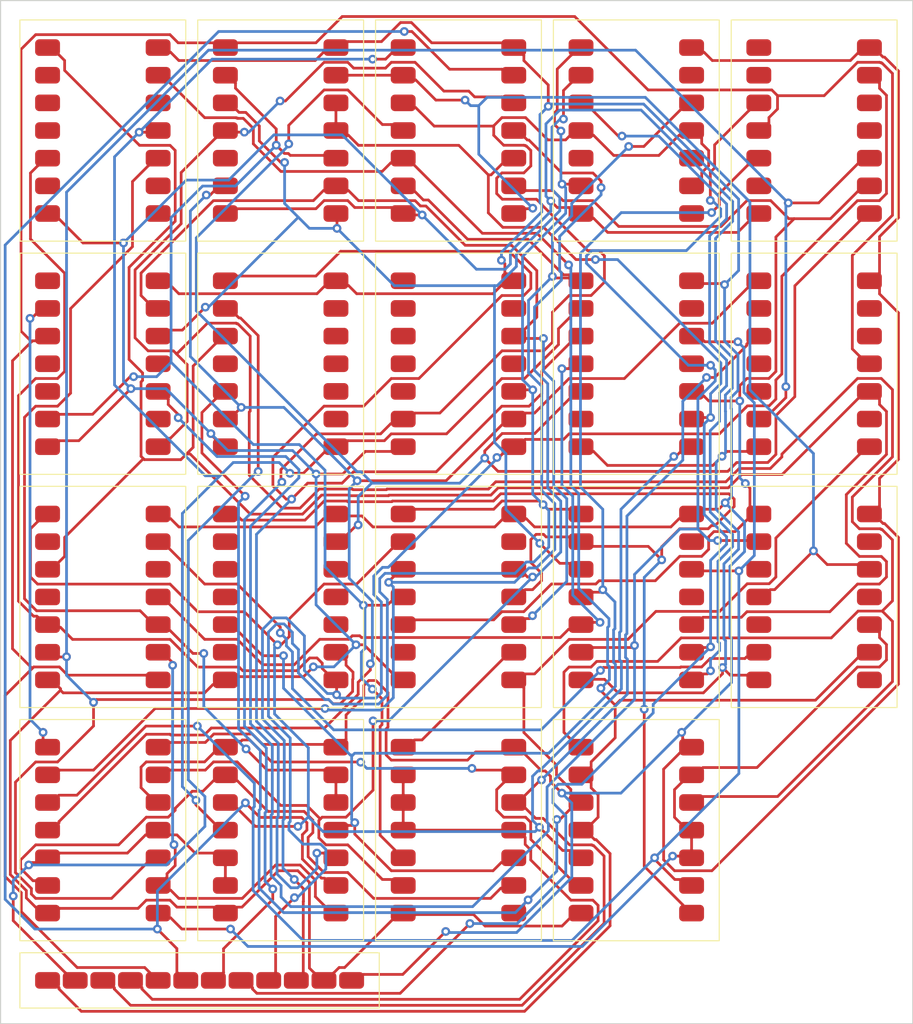
<source format=kicad_pcb>
(kicad_pcb (version 20221018) (generator pcbnew)
  (layers (0 "F.Cu" signal) (31 "B.Cu" signal) (34 "B.Paste" user) (35 "F.Paste" user) (36 "B.SilkS" user "B.Silkscreen") (37 "F.SilkS" user "F.Silkscreen") (38 "B.Mask" user) (39 "F.Mask" user) (44 "Edge.Cuts" user))
  (net 0 "")
  (net 1 "Net-(D1-Pad1)")
  (net 5 "Net-(D1-Pad5)")
  (net 7 "Net-(D1-Pad7)")
  (net 10 "Net-(D1-Pad10)")
  (net 11 "Net-(D1-Pad11)")
  (net 13 "Net-(D1-Pad13)")
  (net 14 "Net-(D1-Pad14)")
  (net 15 "Net-(D10-Pad11)")
  (net 16 "Net-(D13-Pad4)")
  (net 17 "Net-(D14-Pad3)")
  (net 18 "Net-(D19-Pad1)")
  (net 20 "Net-(D10-Pad1)")
  (net 21 "Net-(D13-Pad10)")
  (net 22 "Net-(D14-Pad9)")
  (net 23 "Net-(D15-Pad12)")
  (net 24 "Net-(D3-Pad3)")
  (net 25 "Net-(D12-Pad13)")
  (net 26 "Net-(D13-Pad3)")
  (net 27 "Net-(D13-Pad5)")
  (net 28 "Net-(D13-Pad12)")
  (net 29 "Net-(D17-Pad9)")
  (net 30 "Net-(D13-Pad1)")
  (net 31 "Net-(D14-Pad8)")
  (net 38 "Net-(D14-Pad6)")
  (net 39 "Net-(D12-Pad5)")
  (net 41 "Net-(D10-Pad6)")
  (net 45 "Net-(D16-Pad1)")
  (net 50 "Net-(D17-Pad10)")
  (net 51 "Net-(D16-Pad11)")
  (net 53 "Net-(D10-Pad8)")
  (net 66 "Net-(D11-Pad11)")
  (net 68 "Net-(D11-Pad1)")
  (net 69 "Net-(D14-Pad12)")
  (net 72 "Net-(D10-Pad3)")
  (net 80 "Net-(D11-Pad9)")
  (net 82 "Net-(D11-Pad13)")
  (net 83 "Net-(D12-Pad1)")
  (net 92 "Net-(D13-Pad9)")
  (net 99 "Net-(D15-Pad10)")
  (net 102 "Net-(D16-Pad6)")
  (net 103 "Net-(D16-Pad12)")
  (net 104 "Net-(D18-Pad11)")
  (footprint "Myfootprint:MYCONN" (layer "F.Cu") (at 130.64 63.84)
    (fp_text reference "D10" hide)
    (fp_text value "~")
  )
  (footprint "Myfootprint:MYCONN" (layer "F.Cu") (at 65.28 106.68)
    (fp_text reference "D16" hide)
    (fp_text value "~")
  )
  (footprint "Myfootprint:INP" (layer "F.Cu") (at 72.9 125.56)
    (fp_text reference "I1" hide)
    (fp_text value "~" hide)
  )
  (footprint "Myfootprint:MYCONN" (layer "F.Cu") (at 130.64 42.42)
    (fp_text reference "D5" hide)
    (fp_text value "~")
  )
  (footprint "Myfootprint:MYCONN" (layer "F.Cu") (at 65.28 63.84)
    (fp_text reference "D6" hide)
    (fp_text value "~")
  )
  (footprint "Myfootprint:MYCONN" (layer "F.Cu") (at 81.62 106.68)
    (fp_text reference "D17" hide)
    (fp_text value "~")
  )
  (footprint "Myfootprint:MYCONN" (layer "F.Cu") (at 114.3 85.26)
    (fp_text reference "D14" hide)
    (fp_text value "~")
  )
  (footprint "Myfootprint:MYCONN" (layer "F.Cu") (at 114.3 106.68)
    (fp_text reference "D19" hide)
    (fp_text value "~")
  )
  (footprint "Myfootprint:MYCONN" (layer "F.Cu") (at 130.64 85.26)
    (fp_text reference "D15" hide)
    (fp_text value "~")
  )
  (footprint "Myfootprint:MYCONN" (layer "F.Cu") (at 97.96 42.42)
    (fp_text reference "D3" hide)
    (fp_text value "~")
  )
  (footprint "Myfootprint:MYCONN" (layer "F.Cu") (at 81.62 42.42)
    (fp_text reference "D2" hide)
    (fp_text value "~")
  )
  (footprint "Myfootprint:MYCONN" (layer "F.Cu") (at 97.96 106.68)
    (fp_text reference "D18" hide)
    (fp_text value "~")
  )
  (footprint "Myfootprint:MYCONN" (layer "F.Cu") (at 97.96 85.26)
    (fp_text reference "D13" hide)
    (fp_text value "~")
  )
  (footprint "Myfootprint:MYCONN" (layer "F.Cu") (at 97.96 63.84)
    (fp_text reference "D8" hide)
    (fp_text value "~")
  )
  (footprint "Myfootprint:MYCONN" (layer "F.Cu") (at 65.28 42.42)
    (fp_text reference "D1" hide)
    (fp_text value "~")
  )
  (footprint "Myfootprint:MYCONN" (layer "F.Cu") (at 81.62 63.84)
    (fp_text reference "D7" hide)
    (fp_text value "~")
  )
  (footprint "Myfootprint:MYCONN" (layer "F.Cu") (at 65.28 85.26)
    (fp_text reference "D11" hide)
    (fp_text value "~")
  )
  (footprint "Myfootprint:MYCONN" (layer "F.Cu") (at 114.3 63.84)
    (fp_text reference "D9" hide)
    (fp_text value "~")
  )
  (footprint "Myfootprint:MYCONN" (layer "F.Cu") (at 114.3 42.42)
    (fp_text reference "D4" hide)
    (fp_text value "~")
  )
  (footprint "Myfootprint:MYCONN" (layer "F.Cu") (at 81.62 85.26)
    (fp_text reference "D12" hide)
    (fp_text value "~")
  )
  (gr_rect (start 55.88 33.02) (end 139.7 127) (stroke (width 0.1)) (fill none) (layer "Edge.Cuts"))
  (segment (start 100.9371 78.4492) (end 91.584 78.4492) (width 0.25) (layer "F.Cu") (net 1))
  (segment (start 133.6003 78.3974) (end 133.6003 82.878) (width 0.25) (layer "F.Cu") (net 1))
  (segment (start 136.6506 69.643) (end 136.6506 70.1246) (width 0.25) (layer "F.Cu") (net 1))
  (segment (start 87.9725 78.5013) (end 87.9125 78.4413) (width 0.25) (layer "F.Cu") (net 1))
  (segment (start 132.087 89.1552) (end 124.467 89.1552) (width 0.25) (layer "F.Cu") (net 1))
  (segment (start 137.2896 84.5519) (end 137.2896 85.9681) (width 0.25) (layer "F.Cu") (net 1))
  (segment (start 67.6902 57.5275) (end 67.6902 65.9861) (width 0.25) (layer "F.Cu") (net 1))
  (segment (start 60.2 37.34) (end 61.2287 37.9877) (width 0.25) (layer "F.Cu") (net 1))
  (segment (start 122.7566 77.7745) (end 101.6118 77.7745) (width 0.25) (layer "F.Cu") (net 1))
  (segment (start 137.2896 85.9681) (end 136.6425 86.6152) (width 0.25) (layer "F.Cu") (net 1))
  (segment (start 61.7696 38.5286) (end 61.7696 39.4351) (width 0.25) (layer "F.Cu") (net 1))
  (segment (start 123.9513 89.6709) (end 120.43 89.6709) (width 0.25) (layer "F.Cu") (net 1))
  (segment (start 134.8016 84.0793) (end 136.817 84.0793) (width 0.25) (layer "F.Cu") (net 1))
  (segment (start 61.2287 84.6122) (end 61.7696 84.0713) (width 0.25) (layer "F.Cu") (net 1))
  (segment (start 127.7054 76.5535) (end 123.9776 76.5535) (width 0.25) (layer "F.Cu") (net 1))
  (segment (start 73.5798 66.5924) (end 73.5798 74.0575) (width 0.25) (layer "F.Cu") (net 1))
  (segment (start 61.7696 82.3361) (end 69.007 75.0987) (width 0.25) (layer "F.Cu") (net 1))
  (segment (start 136.6425 86.6152) (end 134.627 86.6152) (width 0.25) (layer "F.Cu") (net 1))
  (segment (start 61.2287 37.9877) (end 61.7696 38.5286) (width 0.25) (layer "F.Cu") (net 1))
  (segment (start 136.6506 70.1246) (end 137.2896 70.7636) (width 0.25) (layer "F.Cu") (net 1))
  (segment (start 135.72 68.92) (end 134.6912 69.5677) (width 0.25) (layer "F.Cu") (net 1))
  (segment (start 135.72 68.92) (end 136.6476 69.6399) (width 0.25) (layer "F.Cu") (net 1))
  (segment (start 72.4487 75.1886) (end 72.967 74.6703) (width 0.25) (layer "F.Cu") (net 1))
  (segment (start 68.9304 67.9087) (end 68.7904 68.0487) (width 0.25) (layer "F.Cu") (net 1))
  (segment (start 60.2 85.26) (end 61.2287 84.6122) (width 0.25) (layer "F.Cu") (net 1))
  (segment (start 120.4087 89.6922) (end 119.38 90.34) (width 0.25) (layer "F.Cu") (net 1))
  (segment (start 136.817 84.0793) (end 137.2896 84.5519) (width 0.25) (layer "F.Cu") (net 1))
  (segment (start 69.0969 75.1886) (end 72.4487 75.1886) (width 0.25) (layer "F.Cu") (net 1))
  (segment (start 61.7696 84.0713) (end 61.7696 82.3361) (width 0.25) (layer "F.Cu") (net 1))
  (segment (start 124.467 89.1552) (end 123.9513 89.6709) (width 0.25) (layer "F.Cu") (net 1))
  (segment (start 61.7696 39.4351) (end 68.6538 46.3193) (width 0.25) (layer "F.Cu") (net 1))
  (segment (start 68.7904 74.8821) (end 69.007 75.0987) (width 0.25) (layer "F.Cu") (net 1))
  (segment (start 91.584 78.4492) (end 91.5319 78.5013) (width 0.25) (layer "F.Cu") (net 1))
  (segment (start 133.6003 82.878) (end 134.8016 84.0793) (width 0.25) (layer "F.Cu") (net 1))
  (segment (start 91.5319 78.5013) (end 87.9725 78.5013) (width 0.25) (layer "F.Cu") (net 1))
  (segment (start 68.6538 46.3193) (end 71.457 46.3193) (width 0.25) (layer "F.Cu") (net 1))
  (segment (start 120.43 89.6709) (end 120.4087 89.6922) (width 0.25) (layer "F.Cu") (net 1))
  (segment (start 101.6118 77.7745) (end 100.9371 78.4492) (width 0.25) (layer "F.Cu") (net 1))
  (segment (start 134.6912 69.5677) (end 127.7054 76.5535) (width 0.25) (layer "F.Cu") (net 1))
  (segment (start 68.7904 68.0487) (end 68.7904 74.8821) (width 0.25) (layer "F.Cu") (net 1))
  (segment (start 123.9776 76.5535) (end 122.7566 77.7745) (width 0.25) (layer "F.Cu") (net 1))
  (segment (start 136.6476 69.6399) (end 136.6476 69.64) (width 0.25) (layer "F.Cu") (net 1))
  (segment (start 137.2896 74.7081) (end 133.6003 78.3974) (width 0.25) (layer "F.Cu") (net 1))
  (segment (start 87.9125 78.4413) (end 85.383 78.4413) (width 0.25) (layer "F.Cu") (net 1))
  (segment (start 71.9296 53.2881) (end 67.6902 57.5275) (width 0.25) (layer "F.Cu") (net 1))
  (segment (start 85.383 78.4413) (end 83.6317 80.1926) (width 0.25) (layer "F.Cu") (net 1))
  (segment (start 73.308 74.6703) (end 72.967 74.6703) (width 0.25) (layer "F.Cu") (net 1))
  (segment (start 78.8303 80.1926) (end 73.308 74.6703) (width 0.25) (layer "F.Cu") (net 1))
  (segment (start 67.6902 65.9861) (end 68.9304 67.2263) (width 0.25) (layer "F.Cu") (net 1))
  (segment (start 71.457 46.3193) (end 71.9296 46.7919) (width 0.25) (layer "F.Cu") (net 1))
  (segment (start 137.2896 70.7636) (end 137.2896 74.7081) (width 0.25) (layer "F.Cu") (net 1))
  (segment (start 83.6317 80.1926) (end 78.8303 80.1926) (width 0.25) (layer "F.Cu") (net 1))
  (segment (start 73.5798 74.0575) (end 72.967 74.6703) (width 0.25) (layer "F.Cu") (net 1))
  (segment (start 71.9296 46.7919) (end 71.9296 53.2881) (width 0.25) (layer "F.Cu") (net 1))
  (segment (start 136.6476 69.64) (end 136.6506 69.643) (width 0.25) (layer "F.Cu") (net 1))
  (segment (start 75.6123 64.5599) (end 73.5798 66.5924) (width 0.25) (layer "F.Cu") (net 1))
  (segment (start 69.007 75.0987) (end 69.0969 75.1886) (width 0.25) (layer "F.Cu") (net 1))
  (segment (start 68.9304 67.2263) (end 68.9304 67.9087) (width 0.25) (layer "F.Cu") (net 1))
  (segment (start 76.54 63.84) (end 75.6123 64.5599) (width 0.25) (layer "F.Cu") (net 1))
  (segment (start 134.627 86.6152) (end 132.087 89.1552) (width 0.25) (layer "F.Cu") (net 1))
  (segment (start 71.457 91.6993) (end 73.997 94.2393) (width 0.25) (layer "F.Cu") (net 5))
  (segment (start 83.712 114.5922) (end 82.87 113.7502) (width 0.25) (layer "F.Cu") (net 5))
  (segment (start 127.676 58.3462) (end 127.676 67.3196) (width 0.25) (layer "F.Cu") (net 5))
  (segment (start 101.6707 74.9882) (end 101.4908 74.9882) (width 0.25) (layer "F.Cu") (net 5))
  (segment (start 137.2896 41.7236) (end 137.2896 50.7481) (width 0.25) (layer "F.Cu") (net 5))
  (segment (start 137.2896 50.7481) (end 136.6384 51.3993) (width 0.25) (layer "F.Cu") (net 5))
  (segment (start 61.7696 67.0881) (end 61.1227 67.735) (width 0.25) (layer "F.Cu") (net 5))
  (segment (start 60.2 47.5) (end 59.2723 48.2199) (width 0.25) (layer "F.Cu") (net 5))
  (segment (start 127.1259 69.6318) (end 126.5116 70.2461) (width 0.25) (layer "F.Cu") (net 5))
  (segment (start 103.04 74) (end 102.0112 74.6477) (width 0.25) (layer "F.Cu") (net 5))
  (segment (start 127.676 67.3196) (end 127.1259 67.8697) (width 0.25) (layer "F.Cu") (net 5))
  (segment (start 104.09 73.3309) (end 104.0687 73.3522) (width 0.25) (layer "F.Cu") (net 5))
  (segment (start 73.997 94.2393) (end 77.8002 94.2393) (width 0.25) (layer "F.Cu") (net 5))
  (segment (start 59.1072 67.735) (end 57.5302 69.312) (width 0.25) (layer "F.Cu") (net 5))
  (segment (start 83.697 115.7761) (end 83.712 115.7611) (width 0.25) (layer "F.Cu") (net 5))
  (segment (start 83.1197 94.572) (end 84.2863 93.4054) (width 0.25) (layer "F.Cu") (net 5))
  (segment (start 135.72 39.88) (end 136.6476 40.5999) (width 0.25) (layer "F.Cu") (net 5))
  (segment (start 59.2723 48.2199) (end 58.6304 48.8618) (width 0.25) (layer "F.Cu") (net 5))
  (segment (start 58.6304 54.9244) (end 61.7696 58.0636) (width 0.25) (layer "F.Cu") (net 5))
  (segment (start 124.36 70.399) (end 121.9397 72.8193) (width 0.25) (layer "F.Cu") (net 5))
  (segment (start 136.6506 41.0846) (end 137.2896 41.7236) (width 0.25) (layer "F.Cu") (net 5))
  (segment (start 83.06 123.02) (end 83.697 122.3815) (width 0.25) (layer "F.Cu") (net 5))
  (segment (start 102.0112 74.6477) (end 101.6707 74.9882) (width 0.25) (layer "F.Cu") (net 5))
  (segment (start 83.712 115.7611) (end 83.712 114.5922) (width 0.25) (layer "F.Cu") (net 5))
  (segment (start 85.4392 93.8829) (end 85.4392 94.3669) (width 0.25) (layer "F.Cu") (net 5))
  (segment (start 134.6229 51.3993) (end 127.676 58.3462) (width 0.25) (layer "F.Cu") (net 5))
  (segment (start 57.5302 88.1858) (end 58.9141 89.5697) (width 0.25) (layer "F.Cu") (net 5))
  (segment (start 136.6506 40.603) (end 136.6506 41.0846) (width 0.25) (layer "F.Cu") (net 5))
  (segment (start 84.2863 93.4054) (end 84.9617 93.4054) (width 0.25) (layer "F.Cu") (net 5))
  (segment (start 107.6113 73.3309) (end 104.09 73.3309) (width 0.25) (layer "F.Cu") (net 5))
  (segment (start 77.8002 94.2393) (end 78.1329 94.572) (width 0.25) (layer "F.Cu") (net 5))
  (segment (start 59.222 89.5697) (end 59.2723 89.62) (width 0.25) (layer "F.Cu") (net 5))
  (segment (start 104.0687 73.3522) (end 103.04 74) (width 0.25) (layer "F.Cu") (net 5))
  (segment (start 136.6476 40.5999) (end 136.6476 40.6) (width 0.25) (layer "F.Cu") (net 5))
  (segment (start 121.9397 72.8193) (end 108.1229 72.8193) (width 0.25) (layer "F.Cu") (net 5))
  (segment (start 86.7 95.42) (end 86.7647 96.0585) (width 0.25) (layer "F.Cu") (net 5))
  (segment (start 86.7647 96.0585) (end 86.7647 96.1835) (width 0.25) (layer "F.Cu") (net 5))
  (segment (start 83.697 122.2565) (end 83.697 115.7761) (width 0.25) (layer "F.Cu") (net 5))
  (segment (start 127.1259 67.8697) (end 127.1259 69.6318) (width 0.25) (layer "F.Cu") (net 5))
  (segment (start 108.1229 72.8193) (end 107.6113 73.3309) (width 0.25) (layer "F.Cu") (net 5))
  (segment (start 126.5116 70.2461) (end 124.513 70.2461) (width 0.25) (layer "F.Cu") (net 5))
  (segment (start 61.1227 67.735) (end 59.1072 67.735) (width 0.25) (layer "F.Cu") (net 5))
  (segment (start 84.9617 93.4054) (end 85.4392 93.8829) (width 0.25) (layer "F.Cu") (net 5))
  (segment (start 58.6304 48.8618) (end 58.6304 54.9244) (width 0.25) (layer "F.Cu") (net 5))
  (segment (start 86.7647 96.1835) (end 86.7647 96.7836) (width 0.25) (layer "F.Cu") (net 5))
  (segment (start 124.513 70.2461) (end 124.3601 70.399) (width 0.25) (layer "F.Cu") (net 5))
  (segment (start 61.3445 90.596) (end 61.3963 90.596) (width 0.25) (layer "F.Cu") (net 5))
  (segment (start 85.7723 94.7) (end 86.7 95.42) (width 0.25) (layer "F.Cu") (net 5))
  (segment (start 60.2 90.34) (end 61.2195 90.596) (width 0.25) (layer "F.Cu") (net 5))
  (segment (start 124.3601 70.399) (end 124.36 70.399) (width 0.25) (layer "F.Cu") (net 5))
  (segment (start 61.3963 90.596) (end 62.4996 91.6993) (width 0.25) (layer "F.Cu") (net 5))
  (segment (start 136.6384 51.3993) (end 134.6229 51.3993) (width 0.25) (layer "F.Cu") (net 5))
  (segment (start 136.6476 40.6) (end 136.6506 40.603) (width 0.25) (layer "F.Cu") (net 5))
  (segment (start 61.2195 90.596) (end 61.3445 90.596) (width 0.25) (layer "F.Cu") (net 5))
  (segment (start 61.7696 58.0636) (end 61.7696 67.0881) (width 0.25) (layer "F.Cu") (net 5))
  (segment (start 58.9141 89.5697) (end 59.222 89.5697) (width 0.25) (layer "F.Cu") (net 5))
  (segment (start 59.2723 89.62) (end 60.2 90.34) (width 0.25) (layer "F.Cu") (net 5))
  (segment (start 57.5302 69.312) (end 57.5302 88.1858) (width 0.25) (layer "F.Cu") (net 5))
  (segment (start 83.697 122.3815) (end 83.697 122.2565) (width 0.25) (layer "F.Cu") (net 5))
  (segment (start 85.4392 94.3669) (end 85.7723 94.7) (width 0.25) (layer "F.Cu") (net 5))
  (segment (start 78.1329 94.572) (end 83.1197 94.572) (width 0.25) (layer "F.Cu") (net 5))
  (segment (start 62.4996 91.6993) (end 71.457 91.6993) (width 0.25) (layer "F.Cu") (net 5))
  (via (at 101.4908 74.9882) (size 0.8) (drill 0.4) (layers "F.Cu" "B.Cu") (net 5))
  (via (at 82.87 113.7502) (size 0.8) (drill 0.4) (layers "F.Cu" "B.Cu") (net 5))
  (via (at 86.7647 96.7836) (size 0.8) (drill 0.4) (layers "F.Cu" "B.Cu") (net 5))
  (segment (start 87.0697 97.0886) (end 86.7647 96.7836) (width 0.25) (layer "B.Cu") (net 5))
  (segment (start 90.8716 96.6053) (end 90.3883 97.0886) (width 0.25) (layer "B.Cu") (net 5))
  (segment (start 81.8349 108.3061) (end 81.9498 108.1912) (width 0.25) (layer "B.Cu") (net 5))
  (segment (start 79.9477 90.7925) (end 81.0142 89.726) (width 0.25) (layer "B.Cu") (net 5))
  (segment (start 81.9498 100.9945) (end 79.9477 98.9924) (width 0.25) (layer "B.Cu") (net 5))
  (segment (start 79.9477 98.9924) (end 79.9477 90.7925) (width 0.25) (layer "B.Cu") (net 5))
  (segment (start 90.3883 97.0886) (end 87.0697 97.0886) (width 0.25) (layer "B.Cu") (net 5))
  (segment (start 90.1727 85.8885) (end 90.1727 87.5669) (width 0.25) (layer "B.Cu") (net 5))
  (segment (start 83.8012 91.3738) (end 83.8012 94.5614) (width 0.25) (layer "B.Cu") (net 5))
  (segment (start 90.9783 85.0829) (end 90.1727 85.8885) (width 0.25) (layer "B.Cu") (net 5))
  (segment (start 91.507 85.0829) (end 90.9783 85.0829) (width 0.25) (layer "B.Cu") (net 5))
  (segment (start 101.4908 75.0991) (end 91.507 85.0829) (width 0.25) (layer "B.Cu") (net 5))
  (segment (start 90.8716 88.2658) (end 90.8716 96.6053) (width 0.25) (layer "B.Cu") (net 5))
  (segment (start 86.654 96.6729) (end 86.7647 96.7836) (width 0.25) (layer "B.Cu") (net 5))
  (segment (start 81.9498 108.1912) (end 81.9498 100.9945) (width 0.25) (layer "B.Cu") (net 5))
  (segment (start 81.0142 89.726) (end 82.1534 89.726) (width 0.25) (layer "B.Cu") (net 5))
  (segment (start 81.8349 112.7151) (end 81.8349 108.3061) (width 0.25) (layer "B.Cu") (net 5))
  (segment (start 85.9127 96.6729) (end 86.654 96.6729) (width 0.25) (layer "B.Cu") (net 5))
  (segment (start 82.87 113.7502) (end 81.8349 112.7151) (width 0.25) (layer "B.Cu") (net 5))
  (segment (start 83.8012 94.5614) (end 85.9127 96.6729) (width 0.25) (layer "B.Cu") (net 5))
  (segment (start 90.1727 87.5669) (end 90.8716 88.2658) (width 0.25) (layer "B.Cu") (net 5))
  (segment (start 101.4908 74.9882) (end 101.4908 75.0991) (width 0.25) (layer "B.Cu") (net 5))
  (segment (start 82.1534 89.726) (end 83.8012 91.3738) (width 0.25) (layer "B.Cu") (net 5))
  (segment (start 77.7071 94.9844) (end 77.8448 95.1221) (width 0.25) (layer "F.Cu") (net 7))
  (segment (start 110.3712 53.0155) (end 111.6744 54.3187) (width 0.25) (layer "F.Cu") (net 7))
  (segment (start 58.2504 115.4447) (end 59.099 116.2933) (width 0.25) (layer "F.Cu") (net 7))
  (segment (start 76.54 95.42) (end 75.4034 95.8555) (width 0.25) (layer "F.Cu") (net 7))
  (segment (start 110.3712 74.4355) (end 111.6535 75.7178) (width 0.25) (layer "F.Cu") (net 7))
  (segment (start 61.3895 96.366) (end 61.3895 96.2285) (width 0.25) (layer "F.Cu") (net 7))
  (segment (start 75.4389 116.2933) (end 75.439 116.2933) (width 0.25) (layer "F.Cu") (net 7))
  (segment (start 59.099 116.2933) (end 60.2 116.84) (width 0.25) (layer "F.Cu") (net 7))
  (segment (start 91.8512 94.7722) (end 90.6846 93.6056) (width 0.25) (layer "F.Cu") (net 7))
  (segment (start 61.2287 96.0677) (end 60.2 95.42) (width 0.25) (layer "F.Cu") (net 7))
  (segment (start 75.2096 72.8773) (end 75.2096 72.7998) (width 0.25) (layer "F.Cu") (net 7))
  (segment (start 78.066 116.2903) (end 81.4072 112.9491) (width 0.25) (layer "F.Cu") (net 7))
  (segment (start 63.0757 73.4503) (end 67.8584 68.6676) (width 0.25) (layer "F.Cu") (net 7))
  (segment (start 83.2018 112.9491) (end 84.2621 114.0094) (width 0.25) (layer "F.Cu") (net 7))
  (segment (start 63.4596 55.2853) (end 67.179 55.2853) (width 0.25) (layer "F.Cu") (net 7))
  (segment (start 125.56 74) (end 124.4234 74.4355) (width 0.25) (layer "F.Cu") (net 7))
  (segment (start 74.6357 96.6086) (end 61.6321 96.6086) (width 0.25) (layer "F.Cu") (net 7))
  (segment (start 109.22 52.58) (end 110.3565 53.0155) (width 0.25) (layer "F.Cu") (net 7))
  (segment (start 111.3853 95.3661) (end 112.6278 96.6086) (width 0.25) (layer "F.Cu") (net 7))
  (segment (start 91.7434 74.4355) (end 89.4007 74.4355) (width 0.25) (layer "F.Cu") (net 7))
  (segment (start 77.6439 116.2903) (end 78.066 116.2903) (width 0.25) (layer "F.Cu") (net 7))
  (segment (start 81.4072 112.9491) (end 83.2018 112.9491) (width 0.25) (layer "F.Cu") (net 7))
  (segment (start 60.2 52.58) (end 61.3009 53.1266) (width 0.25) (layer "F.Cu") (net 7))
  (segment (start 76.54 116.84) (end 77.6409 116.2933) (width 0.25) (layer "F.Cu") (net 7))
  (segment (start 89.4007 74.4355) (end 87.3279 76.5083) (width 0.25) (layer "F.Cu") (net 7))
  (segment (start 107.477 118.0286) (end 108.119 117.3866) (width 0.25) (layer "F.Cu") (net 7))
  (segment (start 92.88 116.84) (end 91.8512 117.4877) (width 0.25) (layer "F.Cu") (net 7))
  (segment (start 92.88 116.84) (end 93.8995 116.9733) (width 0.25) (layer "F.Cu") (net 7))
  (segment (start 111.6535 75.7178) (end 121.3461 75.7178) (width 0.25) (layer "F.Cu") (net 7))
  (segment (start 72.0881 116.2904) (end 75.436 116.2904) (width 0.25) (layer "F.Cu") (net 7))
  (segment (start 85.6109 51.3914) (end 87.7891 51.3914) (width 0.25) (layer "F.Cu") (net 7))
  (segment (start 77.6409 116.2933) (end 77.6439 116.2903) (width 0.25) (layer "F.Cu") (net 7))
  (segment (start 91.7789 52.0333) (end 91.779 52.0333) (width 0.25) (layer "F.Cu") (net 7))
  (segment (start 76.54 95.42) (end 77.6765 94.9844) (width 0.25) (layer "F.Cu") (net 7))
  (segment (start 87.3279 76.5083) (end 84.8731 76.5083) (width 0.25) (layer "F.Cu") (net 7))
  (segment (start 92.88 52.58) (end 93.8995 52.7158) (width 0.25) (layer "F.Cu") (net 7))
  (segment (start 125.56 95.42) (end 124.4234 94.9844) (width 0.25) (layer "F.Cu") (net 7))
  (segment (start 61.3895 96.366) (end 56.7779 100.9776) (width 0.25) (layer "F.Cu") (net 7))
  (segment (start 90.6846 93.5999) (end 89.2766 92.1919) (width 0.25) (layer "F.Cu") (net 7))
  (segment (start 58.2504 114.7719) (end 58.2504 115.4447) (width 0.25) (layer "F.Cu") (net 7))
  (segment (start 110.3645 95.3661) (end 111.3853 95.3661) (width 0.25) (layer "F.Cu") (net 7))
  (segment (start 61.3895 96.2285) (end 61.2287 96.0677) (width 0.25) (layer "F.Cu") (net 7))
  (segment (start 61.3009 73.4533) (end 61.3039 73.4503) (width 0.25) (layer "F.Cu") (net 7))
  (segment (start 110.3565 53.0155) (end 110.3712 53.0155) (width 0.25) (layer "F.Cu") (net 7))
  (segment (start 75.4034 95.8555) (end 75.3888 95.8555) (width 0.25) (layer "F.Cu") (net 7))
  (segment (start 84.6723 122.3) (end 85.6 123.02) (width 0.25) (layer "F.Cu") (net 7))
  (segment (start 123.6135 54.3187) (end 124.6323 53.2999) (width 0.25) (layer "F.Cu") (net 7))
  (segment (start 75.6123 73.28) (end 75.2096 72.8773) (width 0.25) (layer "F.Cu") (net 7))
  (segment (start 108.119 52.0333) (end 108.1189 52.0333) (width 0.25) (layer "F.Cu") (net 7))
  (segment (start 91.8512 117.4877) (end 87.4996 121.8393) (width 0.25) (layer "F.Cu") (net 7))
  (segment (start 124.6323 53.2999) (end 125.56 52.58) (width 0.25) (layer "F.Cu") (net 7))
  (segment (start 93.8995 52.7158) (end 94.0245 52.7158) (width 0.25) (layer "F.Cu") (net 7))
  (segment (start 100.4076 118.0286) (end 107.477 118.0286) (width 0.25) (layer "F.Cu") (net 7))
  (segment (start 61.6321 96.6086) (end 61.3895 96.366) (width 0.25) (layer "F.Cu") (net 7))
  (segment (start 84.2621 114.0094) (end 84.2621 121.8898) (width 0.25) (layer "F.Cu") (net 7))
  (segment (start 56.7779 100.9776) (end 56.7779 113.2994) (width 0.25) (layer "F.Cu") (net 7))
  (segment (start 122.6284 74.4355) (end 122.1812 74.8827) (width 0.25) (layer "F.Cu") (net 7))
  (segment (start 109.22 95.42) (end 110.2395 95.3661) (width 0.25) (layer "F.Cu") (net 7))
  (segment (start 93.8995 116.9733) (end 94.0245 116.9733) (width 0.25) (layer "F.Cu") (net 7))
  (segment (start 94.0245 52.7158) (end 94.6246 52.7158) (width 0.25) (layer "F.Cu") (net 7))
  (segment (start 71.4491 115.6514) (end 72.0881 116.2904) (width 0.25) (layer "F.Cu") (net 7))
  (segment (start 111.6744 54.3187) (end 123.6135 54.3187) (width 0.25) (layer "F.Cu") (net 7))
  (segment (start 61.3365 116.4044) (end 68.5179 116.4044) (width 0.25) (layer "F.Cu") (net 7))
  (segment (start 68.5179 116.4044) (end 69.2709 115.6514) (width 0.25) (layer "F.Cu") (net 7))
  (segment (start 77.8448 95.1221) (end 83.7225 95.1221) (width 0.25) (layer "F.Cu") (net 7))
  (segment (start 124.4234 74.4355) (end 122.6284 74.4355) (width 0.25) (layer "F.Cu") (net 7))
  (segment (start 77.6765 52.1444) (end 84.8579 52.1444) (width 0.25) (layer "F.Cu") (net 7))
  (segment (start 60.2 74) (end 61.3009 73.4533) (width 0.25) (layer "F.Cu") (net 7))
  (segment (start 109.22 52.58) (end 108.119 52.0333) (width 0.25) (layer "F.Cu") (net 7))
  (segment (start 122.9258 94.9844) (end 122.2216 94.2802) (width 0.25) (layer "F.Cu") (net 7))
  (segment (start 110.3565 74.4355) (end 110.3712 74.4355) (width 0.25) (layer "F.Cu") (net 7))
  (segment (start 88.4281 52.0304) (end 91.776 52.0304) (width 0.25) (layer "F.Cu") (net 7))
  (segment (start 110.2395 95.3661) (end 110.3645 95.3661) (width 0.25) (layer "F.Cu") (net 7))
  (segment (start 91.779 52.0333) (end 92.88 52.58) (width 0.25) (layer "F.Cu") (net 7))
  (segment (start 87.4996 121.8393) (end 86.9883 121.8393) (width 0.25) (layer "F.Cu") (net 7))
  (segment (start 56.7779 113.2994) (end 58.2504 114.7719) (width 0.25) (layer "F.Cu") (net 7))
  (segment (start 87.7891 51.3914) (end 88.4281 52.0304) (width 0.25) (layer "F.Cu") (net 7))
  (segment (start 90.6846 93.6056) (end 90.6846 93.5999) (width 0.25) (layer "F.Cu") (net 7))
  (segment (start 121.3461 75.7178) (end 122.1812 74.8827) (width 0.25) (layer "F.Cu") (net 7))
  (segment (start 91.776 52.0304) (end 91.7789 52.0333) (width 0.25) (layer "F.Cu") (net 7))
  (segment (start 120.4691 96.6086) (end 122.2216 94.8561) (width 0.25) (layer "F.Cu") (net 7))
  (segment (start 75.436 116.2904) (end 75.4389 116.2933) (width 0.25) (layer "F.Cu") (net 7))
  (segment (start 84.8579 52.1444) (end 85.6109 51.3914) (width 0.25) (layer "F.Cu") (net 7))
  (segment (start 108.116 52.0304) (end 107.0367 52.0304) (width 0.25) (layer "F.Cu") (net 7))
  (segment (start 89.2766 92.1919) (end 88.5438 92.1919) (width 0.25) (layer "F.Cu") (net 7))
  (segment (start 75.439 116.2933) (end 76.54 116.84) (width 0.25) (layer "F.Cu") (net 7))
  (segment (start 99.3523 116.9733) (end 100.4076 118.0286) (width 0.25) (layer "F.Cu") (net 7))
  (segment (start 86.9883 121.8393) (end 86.5276 122.3) (width 0.25) (layer "F.Cu") (net 7))
  (segment (start 83.7225 95.1221) (end 84.624 94.2206) (width 0.25) (layer "F.Cu") (net 7))
  (segment (start 108.119 117.3866) (end 109.22 116.84) (width 0.25) (layer "F.Cu") (net 7))
  (segment (start 94.0245 116.9733) (end 99.3523 116.9733) (width 0.25) (layer "F.Cu") (net 7))
  (segment (start 92.88 74) (end 91.7434 74.4355) (width 0.25) (layer "F.Cu") (net 7))
  (segment (start 60.2 116.84) (end 61.3365 116.4044) (width 0.25) (layer "F.Cu") (net 7))
  (segment (start 124.4234 94.9844) (end 122.9258 94.9844) (width 0.25) (layer "F.Cu") (net 7))
  (segment (start 109.22 74) (end 110.3565 74.4355) (width 0.25) (layer "F.Cu") (net 7))
  (segment (start 84.2621 121.8898) (end 84.6723 122.3) (width 0.25) (layer "F.Cu") (net 7))
  (segment (start 76.54 52.58) (end 77.6765 52.1444) (width 0.25) (layer "F.Cu") (net 7))
  (segment (start 69.2709 115.6514) (end 71.4491 115.6514) (width 0.25) (layer "F.Cu") (net 7))
  (segment (start 107.0367 52.0304) (end 106.442 51.4357) (width 0.25) (layer "F.Cu") (net 7))
  (segment (start 122.2216 94.8561) (end 122.2216 94.2802) (width 0.25) (layer "F.Cu") (net 7))
  (segment (start 108.1189 52.0333) (end 108.116 52.0304) (width 0.25) (layer "F.Cu") (net 7))
  (segment (start 61.3009 53.1266) (end 63.4596 55.2853) (width 0.25) (layer "F.Cu") (net 7))
  (segment (start 77.6765 94.9844) (end 77.7071 94.9844) (width 0.25) (layer "F.Cu") (net 7))
  (segment (start 61.3039 73.4503) (end 63.0757 73.4503) (width 0.25) (layer "F.Cu") (net 7))
  (segment (start 112.6278 96.6086) (end 120.4691 96.6086) (width 0.25) (layer "F.Cu") (net 7))
  (segment (start 76.54 74) (end 75.6123 73.28) (width 0.25) (layer "F.Cu") (net 7))
  (segment (start 86.5276 122.3) (end 85.6 123.02) (width 0.25) (layer "F.Cu") (net 7))
  (segment (start 75.3888 95.8555) (end 74.6357 96.6086) (width 0.25) (layer "F.Cu") (net 7))
  (segment (start 92.88 95.42) (end 91.8512 94.7722) (width 0.25) (layer "F.Cu") (net 7))
  (via (at 122.1812 74.8827) (size 0.8) (drill 0.4) (layers "F.Cu" "B.Cu") (net 7))
  (via (at 84.624 94.2206) (size 0.8) (drill 0.4) (layers "F.Cu" "B.Cu") (net 7))
  (via (at 84.8731 76.5083) (size 0.8) (drill 0.4) (layers "F.Cu" "B.Cu") (net 7))
  (via (at 67.8584 68.6676) (size 0.8) (drill 0.4) (layers "F.Cu" "B.Cu") (net 7))
  (via (at 67.179 55.2853) (size 0.8) (drill 0.4) (layers "F.Cu" "B.Cu") (net 7))
  (via (at 75.2096 72.7998) (size 0.8) (drill 0.4) (layers "F.Cu" "B.Cu") (net 7))
  (via (at 94.6246 52.7158) (size 0.8) (drill 0.4) (layers "F.Cu" "B.Cu") (net 7))
  (via (at 106.442 51.4357) (size 0.8) (drill 0.4) (layers "F.Cu" "B.Cu") (net 7))
  (via (at 122.2216 94.2802) (size 0.8) (drill 0.4) (layers "F.Cu" "B.Cu") (net 7))
  (via (at 88.5438 92.1919) (size 0.8) (drill 0.4) (layers "F.Cu" "B.Cu") (net 7))
  (segment (start 122.4876 70.7424) (end 122.4876 69.2536) (width 0.25) (layer "B.Cu") (net 7))
  (segment (start 102.2474 57.7007) (end 99.6095 57.7007) (width 0.25) (layer "B.Cu") (net 7))
  (segment (start 106.442 52.3817) (end 102.7307 56.093) (width 0.25) (layer "B.Cu") (net 7))
  (segment (start 105.9988 50.9925) (end 106.442 51.4357) (width 0.25) (layer "B.Cu") (net 7))
  (segment (start 82.7158 74.351) (end 84.8731 76.5083) (width 0.25) (layer "B.Cu") (net 7))
  (segment (start 123.1202 65.7929) (end 121.5867 64.2594) (width 0.25) (layer "B.Cu") (net 7))
  (segment (start 123.6967 83.4171) (end 122.3512 84.7626) (width 0.25) (layer "B.Cu") (net 7))
  (segment (start 102.7307 57.2174) (end 102.2474 57.7007) (width 0.25) (layer "B.Cu") (net 7))
  (segment (start 123.1202 68.621) (end 123.1202 65.7929) (width 0.25) (layer "B.Cu") (net 7))
  (segment (start 123.1514 51.4838) (end 114.746 43.0784) (width 0.25) (layer "B.Cu") (net 7))
  (segment (start 122.1812 74.8827) (end 121.6407 75.4232) (width 0.25) (layer "B.Cu") (net 7))
  (segment (start 84.8731 88.5212) (end 88.5438 92.1919) (width 0.25) (layer "B.Cu") (net 7))
  (segment (start 76.8424 49.5097) (end 72.9546 49.5097) (width 0.25) (layer "B.Cu") (net 7))
  (segment (start 122.3512 91.6649) (end 122.503 91.8167) (width 0.25) (layer "B.Cu") (net 7))
  (segment (start 122.4998 74.5641) (end 122.4998 70.7546) (width 0.25) (layer "B.Cu") (net 7))
  (segment (start 122.3512 84.7626) (end 122.3512 91.6649) (width 0.25) (layer "B.Cu") (net 7))
  (segment (start 121.5867 64.2594) (end 121.5867 54.8583) (width 0.25) (layer "B.Cu") (net 7))
  (segment (start 84.624 94.2206) (end 86.5151 94.2206) (width 0.25) (layer "B.Cu") (net 7))
  (segment (start 122.1812 74.8827) (end 122.4998 74.5641) (width 0.25) (layer "B.Cu") (net 7))
  (segment (start 87.2693 45.3605) (end 80.9916 45.3605) (width 0.25) (layer "B.Cu") (net 7))
  (segment (start 122.503 91.8167) (end 122.503 93.9988) (width 0.25) (layer "B.Cu") (net 7))
  (segment (start 107.2654 43.0784) (end 105.9988 44.345) (width 0.25) (layer "B.Cu") (net 7))
  (segment (start 105.9988 44.345) (end 105.9988 50.9925) (width 0.25) (layer "B.Cu") (net 7))
  (segment (start 75.2096 72.7998) (end 76.7608 74.351) (width 0.25) (layer "B.Cu") (net 7))
  (segment (start 75.2096 72.7998) (end 71.0774 68.6676) (width 0.25) (layer "B.Cu") (net 7))
  (segment (start 84.8731 76.5083) (end 84.8731 88.5212) (width 0.25) (layer "B.Cu") (net 7))
  (segment (start 86.5151 94.2206) (end 88.5438 92.1919) (width 0.25) (layer "B.Cu") (net 7))
  (segment (start 67.179 67.9882) (end 67.179 55.2853) (width 0.25) (layer "B.Cu") (net 7))
  (segment (start 94.6246 52.7158) (end 87.2693 45.3605) (width 0.25) (layer "B.Cu") (net 7))
  (segment (start 99.6095 57.7007) (end 94.6246 52.7158) (width 0.25) (layer "B.Cu") (net 7))
  (segment (start 67.8584 68.6676) (end 67.179 67.9882) (width 0.25) (layer "B.Cu") (net 7))
  (segment (start 102.7307 56.093) (end 102.7307 57.2174) (width 0.25) (layer "B.Cu") (net 7))
  (segment (start 71.0774 68.6676) (end 67.8584 68.6676) (width 0.25) (layer "B.Cu") (net 7))
  (segment (start 121.6407 79.7661) (end 123.6967 81.8221) (width 0.25) (layer "B.Cu") (net 7))
  (segment (start 121.5867 54.8583) (end 123.1514 53.2936) (width 0.25) (layer "B.Cu") (net 7))
  (segment (start 122.4998 70.7546) (end 122.4876 70.7424) (width 0.25) (layer "B.Cu") (net 7))
  (segment (start 80.9916 45.3605) (end 76.8424 49.5097) (width 0.25) (layer "B.Cu") (net 7))
  (segment (start 121.6407 75.4232) (end 121.6407 79.7661) (width 0.25) (layer "B.Cu") (net 7))
  (segment (start 114.746 43.0784) (end 107.2654 43.0784) (width 0.25) (layer "B.Cu") (net 7))
  (segment (start 72.9546 49.5097) (end 67.179 55.2853) (width 0.25) (layer "B.Cu") (net 7))
  (segment (start 123.6967 81.8221) (end 123.6967 83.4171) (width 0.25) (layer "B.Cu") (net 7))
  (segment (start 76.7608 74.351) (end 82.7158 74.351) (width 0.25) (layer "B.Cu") (net 7))
  (segment (start 123.1514 53.2936) (end 123.1514 51.4838) (width 0.25) (layer "B.Cu") (net 7))
  (segment (start 122.503 93.9988) (end 122.2216 94.2802) (width 0.25) (layer "B.Cu") (net 7))
  (segment (start 106.442 51.4357) (end 106.442 52.3817) (width 0.25) (layer "B.Cu") (net 7))
  (segment (start 122.4876 69.2536) (end 123.1202 68.621) (width 0.25) (layer "B.Cu") (net 7))
  (segment (start 86.7 104.7785) (end 86.7 104.9035) (width 0.25) (layer "F.Cu") (net 10))
  (segment (start 78.4391 101.7625) (end 80.381 103.7044) (width 0.25) (layer "F.Cu") (net 10))
  (segment (start 71.4609 90.8866) (end 73.5636 92.9893) (width 0.25) (layer "F.Cu") (net 10))
  (segment (start 86.7 105.9165) (end 86.7 106.0415) (width 0.25) (layer "F.Cu") (net 10))
  (segment (start 86.7 106.0415) (end 86.7 106.68) (width 0.25) (layer "F.Cu") (net 10))
  (segment (start 86.7 104.9035) (end 86.7 105.9165) (width 0.25) (layer "F.Cu") (net 10))
  (segment (start 59.1029 70.2793) (end 58.0803 71.3019) (width 0.25) (layer "F.Cu") (net 10))
  (segment (start 59.189 89.0667) (end 68.7057 89.0667) (width 0.25) (layer "F.Cu") (net 10))
  (segment (start 73.5636 92.9893) (end 74.558 92.9893) (width 0.25) (layer "F.Cu") (net 10))
  (segment (start 70.36 47.5) (end 69.4323 48.2199) (width 0.25) (layer "F.Cu") (net 10))
  (segment (start 58.0803 87.958) (end 59.189 89.0667) (width 0.25) (layer "F.Cu") (net 10))
  (segment (start 61.1184 70.2793) (end 59.1029 70.2793) (width 0.25) (layer "F.Cu") (net 10))
  (segment (start 86.7 104.14) (end 86.7 104.7785) (width 0.25) (layer "F.Cu") (net 10))
  (segment (start 58.0803 71.3019) (end 58.0803 87.958) (width 0.25) (layer "F.Cu") (net 10))
  (segment (start 70.36 90.34) (end 71.4609 90.8866) (width 0.25) (layer "F.Cu") (net 10))
  (segment (start 80.381 103.7044) (end 85.5634 103.7044) (width 0.25) (layer "F.Cu") (net 10))
  (segment (start 68.0041 49.6481) (end 68.0041 55.6271) (width 0.25) (layer "F.Cu") (net 10))
  (segment (start 85.5634 103.7044) (end 86.7 104.14) (width 0.25) (layer "F.Cu") (net 10))
  (segment (start 62.316 69.0817) (end 61.1184 70.2793) (width 0.25) (layer "F.Cu") (net 10))
  (segment (start 68.7057 89.0667) (end 69.3312 89.6922) (width 0.25) (layer "F.Cu") (net 10))
  (segment (start 62.316 61.3152) (end 62.316 69.0817) (width 0.25) (layer "F.Cu") (net 10))
  (segment (start 68.0041 55.6271) (end 62.316 61.3152) (width 0.25) (layer "F.Cu") (net 10))
  (segment (start 69.4323 48.2199) (end 68.0041 49.6481) (width 0.25) (layer "F.Cu") (net 10))
  (segment (start 69.3312 89.6922) (end 70.36 90.34) (width 0.25) (layer "F.Cu") (net 10))
  (via (at 74.558 92.9893) (size 0.8) (drill 0.4) (layers "F.Cu" "B.Cu") (net 10))
  (via (at 78.4391 101.7625) (size 0.8) (drill 0.4) (layers "F.Cu" "B.Cu") (net 10))
  (segment (start 74.558 97.8814) (end 78.4391 101.7625) (width 0.25) (layer "B.Cu") (net 10))
  (segment (start 74.558 92.9893) (end 74.558 97.8814) (width 0.25) (layer "B.Cu") (net 10))
  (segment (start 85.599 74.5466) (end 83.7045 76.4411) (width 0.25) (layer "F.Cu") (net 11))
  (segment (start 109.22 61.3) (end 108.2923 62.0199) (width 0.25) (layer "F.Cu") (net 11))
  (segment (start 76.54 109.22) (end 75.5112 108.5722) (width 0.25) (layer "F.Cu") (net 11))
  (segment (start 101.9429 67.7393) (end 96.8629 72.8193) (width 0.25) (layer "F.Cu") (net 11))
  (segment (start 73.8357 106.8967) (end 73.8357 106.4735) (width 0.25) (layer "F.Cu") (net 11))
  (segment (start 83.7045 76.4411) (end 82.4719 76.4411) (width 0.25) (layer "F.Cu") (net 11))
  (segment (start 87.8039 73.4503) (end 87.8009 73.4533) (width 0.25) (layer "F.Cu") (net 11))
  (segment (start 69.3405 45.114) (end 69.2155 45.114) (width 0.25) (layer "F.Cu") (net 11))
  (segment (start 91.2625 38.4031) (end 90.0695 38.4031) (width 0.25) (layer "F.Cu") (net 11))
  (segment (start 96.8629 72.8193) (end 91.7829 72.8193) (width 0.25) (layer "F.Cu") (net 11))
  (segment (start 92.88 37.34) (end 91.779 37.8866) (width 0.25) (layer "F.Cu") (net 11))
  (segment (start 108.2923 62.0199) (end 107.1474 63.1648) (width 0.25) (layer "F.Cu") (net 11))
  (segment (start 69.2155 45.114) (end 68.6154 45.114) (width 0.25) (layer "F.Cu") (net 11))
  (segment (start 75.5112 108.5722) (end 73.8357 106.8967) (width 0.25) (layer "F.Cu") (net 11))
  (segment (start 91.7829 72.8193) (end 91.1519 73.4503) (width 0.25) (layer "F.Cu") (net 11))
  (segment (start 91.779 37.8866) (end 91.2625 38.4031) (width 0.25) (layer "F.Cu") (net 11))
  (segment (start 91.1519 73.4503) (end 87.8039 73.4503) (width 0.25) (layer "F.Cu") (net 11))
  (segment (start 86.7 74) (end 85.599 74.5466) (width 0.25) (layer "F.Cu") (net 11))
  (segment (start 104.0346 67.7393) (end 101.9429 67.7393) (width 0.25) (layer "F.Cu") (net 11))
  (segment (start 107.1474 64.6265) (end 104.0346 67.7393) (width 0.25) (layer "F.Cu") (net 11))
  (segment (start 87.8009 73.4533) (end 86.7 74) (width 0.25) (layer "F.Cu") (net 11))
  (segment (start 107.1474 63.1648) (end 107.1474 64.6265) (width 0.25) (layer "F.Cu") (net 11))
  (segment (start 70.36 44.96) (end 69.3405 45.114) (width 0.25) (layer "F.Cu") (net 11))
  (via (at 90.0695 38.4031) (size 0.8) (drill 0.4) (layers "F.Cu" "B.Cu") (net 11))
  (via (at 68.6154 45.114) (size 0.8) (drill 0.4) (layers "F.Cu" "B.Cu") (net 11))
  (via (at 73.8357 106.4735) (size 0.8) (drill 0.4) (layers "F.Cu" "B.Cu") (net 11))
  (via (at 82.4719 76.4411) (size 0.8) (drill 0.4) (layers "F.Cu" "B.Cu") (net 11))
  (segment (start 66.3539 47.3755) (end 68.6154 45.114) (width 0.25) (layer "B.Cu") (net 11))
  (segment (start 77.2622 75.4512) (end 76.0413 76.6721) (width 0.25) (layer "B.Cu") (net 11))
  (segment (start 74.696 76.6721) (end 66.3539 68.33) (width 0.25) (layer "B.Cu") (net 11))
  (segment (start 73.8357 106.4735) (end 72.5878 105.2256) (width 0.25) (layer "B.Cu") (net 11))
  (segment (start 81.482 75.4512) (end 77.2622 75.4512) (width 0.25) (layer "B.Cu") (net 11))
  (segment (start 72.5878 105.2256) (end 72.5878 80.1256) (width 0.25) (layer "B.Cu") (net 11))
  (segment (start 90.0695 38.4031) (end 75.3263 38.4031) (width 0.25) (layer "B.Cu") (net 11))
  (segment (start 82.4719 76.4411) (end 81.482 75.4512) (width 0.25) (layer "B.Cu") (net 11))
  (segment (start 72.5878 80.1256) (end 76.0413 76.6721) (width 0.25) (layer "B.Cu") (net 11))
  (segment (start 75.3263 38.4031) (end 68.6154 45.114) (width 0.25) (layer "B.Cu") (net 11))
  (segment (start 76.0413 76.6721) (end 74.696 76.6721) (width 0.25) (layer "B.Cu") (net 11))
  (segment (start 66.3539 68.33) (end 66.3539 47.3755) (width 0.25) (layer "B.Cu") (net 11))
  (segment (start 78.1861 43.8426) (end 79.1097 44.7662) (width 0.25) (layer "F.Cu") (net 13))
  (segment (start 110.2487 109.8677) (end 110.4735 110.0925) (width 0.25) (layer "F.Cu") (net 13))
  (segment (start 79.1097 44.7662) (end 79.1097 46.1857) (width 0.25) (layer "F.Cu") (net 13))
  (segment (start 112.8172 97.2845) (end 112.3618 97.7399) (width 0.25) (layer "F.Cu") (net 13))
  (segment (start 77.6714 43.8426) (end 78.1861 43.8426) (width 0.25) (layer "F.Cu") (net 13))
  (segment (start 110.6081 110.0925) (end 111.8898 111.3742) (width 0.25) (layer "F.Cu") (net 13))
  (segment (start 135.72 92.88) (end 134.619 93.4266) (width 0.25) (layer "F.Cu") (net 13))
  (segment (start 105.1777 54.4002) (end 108.0801 57.3026) (width 0.25) (layer "F.Cu") (net 13))
  (segment (start 100.1612 54.4002) (end 105.1777 54.4002) (width 0.25) (layer "F.Cu") (net 13))
  (segment (start 74.6403 43.7793) (end 77.5326 43.7793) (width 0.25) (layer "F.Cu") (net 13))
  (segment (start 104.0347 125.8589) (end 63.3012 125.8589) (width 0.25) (layer "F.Cu") (net 13))
  (segment (start 93.9087 48.1477) (end 100.1612 54.4002) (width 0.25) (layer "F.Cu") (net 13))
  (segment (start 71.3887 40.5277) (end 74.6403 43.7793) (width 0.25) (layer "F.Cu") (net 13))
  (segment (start 112.3618 100.7359) (end 110.1476 102.9501) (width 0.25) (layer "F.Cu") (net 13))
  (segment (start 110.1476 104.8599) (end 110.1476 104.86) (width 0.25) (layer "F.Cu") (net 13))
  (segment (start 63.3012 125.8589) (end 61.2501 123.8078) (width 0.25) (layer "F.Cu") (net 13))
  (segment (start 110.1506 105.3329) (end 110.7896 105.9719) (width 0.25) (layer "F.Cu") (net 13))
  (segment (start 70.36 39.88) (end 71.3887 40.5277) (width 0.25) (layer "F.Cu") (net 13))
  (segment (start 77.5326 43.7793) (end 77.5682 43.8149) (width 0.25) (layer "F.Cu") (net 13))
  (segment (start 111.0456 96.1861) (end 111.0456 96.4237) (width 0.25) (layer "F.Cu") (net 13))
  (segment (start 61.2501 123.8078) (end 61.2501 123.6892) (width 0.25) (layer "F.Cu") (net 13))
  (segment (start 110.1476 103.42) (end 109.22 104.14) (width 0.25) (layer "F.Cu") (net 13))
  (segment (start 110.1476 104.86) (end 110.1506 104.863) (width 0.25) (layer "F.Cu") (net 13))
  (segment (start 61.2472 123.6863) (end 61.2472 123.6862) (width 0.25) (layer "F.Cu") (net 13))
  (segment (start 91.7288 47.9355) (end 91.7434 47.9355) (width 0.25) (layer "F.Cu") (net 13))
  (segment (start 77.6437 43.8149) (end 77.6714 43.8426) (width 0.25) (layer "F.Cu") (net 13))
  (segment (start 61.2472 123.6862) (end 61.2287 123.6677) (width 0.25) (layer "F.Cu") (net 13))
  (segment (start 61.2287 123.6677) (end 60.2 123.02) (width 0.25) (layer "F.Cu") (net 13))
  (segment (start 91.7434 47.9355) (end 92.88 47.5) (width 0.25) (layer "F.Cu") (net 13))
  (segment (start 110.1476 102.9501) (end 110.1476 103.42) (width 0.25) (layer "F.Cu") (net 13))
  (segment (start 110.4735 110.0925) (end 110.6081 110.0925) (width 0.25) (layer "F.Cu") (net 13))
  (segment (start 81.6409 48.7169) (end 90.9474 48.7169) (width 0.25) (layer "F.Cu") (net 13))
  (segment (start 109.22 104.14) (end 110.1476 104.8599) (width 0.25) (layer "F.Cu") (net 13))
  (segment (start 110.7896 105.9719) (end 110.7896 108.0313) (width 0.25) (layer "F.Cu") (net 13))
  (segment (start 110.1506 104.863) (end 110.1506 105.3329) (width 0.25) (layer "F.Cu") (net 13))
  (segment (start 77.5682 43.8149) (end 77.6437 43.8149) (width 0.25) (layer "F.Cu") (net 13))
  (segment (start 61.2501 123.6892) (end 61.2472 123.6863) (width 0.25) (layer "F.Cu") (net 13))
  (segment (start 110.2487 108.5722) (end 109.22 109.22) (width 0.25) (layer "F.Cu") (net 13))
  (segment (start 112.3618 97.7399) (end 112.3618 100.7359) (width 0.25) (layer "F.Cu") (net 13))
  (segment (start 111.0456 96.4237) (end 112.3618 97.7399) (width 0.25) (layer "F.Cu") (net 13))
  (segment (start 110.7896 108.0313) (end 110.2487 108.5722) (width 0.25) (layer "F.Cu") (net 13))
  (segment (start 90.9474 48.7169) (end 91.7288 47.9355) (width 0.25) (layer "F.Cu") (net 13))
  (segment (start 111.8898 111.3742) (end 111.8898 118.0038) (width 0.25) (layer "F.Cu") (net 13))
  (segment (start 92.88 47.5) (end 93.9087 48.1477) (width 0.25) (layer "F.Cu") (net 13))
  (segment (start 130.7611 97.2845) (end 112.8172 97.2845) (width 0.25) (layer "F.Cu") (net 13))
  (segment (start 134.619 93.4266) (end 130.7611 97.2845) (width 0.25) (layer "F.Cu") (net 13))
  (segment (start 79.1097 46.1857) (end 81.6409 48.7169) (width 0.25) (layer "F.Cu") (net 13))
  (segment (start 111.8898 118.0038) (end 104.0347 125.8589) (width 0.25) (layer "F.Cu") (net 13))
  (segment (start 109.22 109.22) (end 110.2487 109.8677) (width 0.25) (layer "F.Cu") (net 13))
  (via (at 108.0801 57.3026) (size 0.8) (drill 0.4) (layers "F.Cu" "B.Cu") (net 13))
  (via (at 111.0456 96.1861) (size 0.8) (drill 0.4) (layers "F.Cu" "B.Cu") (net 13))
  (segment (start 108.2846 77.5893) (end 109.0103 78.315) (width 0.25) (layer "B.Cu") (net 13))
  (segment (start 111.6621 94.0363) (end 111.8301 94.2043) (width 0.25) (layer "B.Cu") (net 13))
  (segment (start 109.0103 78.315) (end 109.0103 87.0132) (width 0.25) (layer "B.Cu") (net 13))
  (segment (start 111.8301 94.2043) (end 111.8301 95.4016) (width 0.25) (layer "B.Cu") (net 13))
  (segment (start 111.7897 89.7926) (end 111.7897 90.4762) (width 0.25) (layer "B.Cu") (net 13))
  (segment (start 108.0801 57.3026) (end 108.2846 57.5071) (width 0.25) (layer "B.Cu") (net 13))
  (segment (start 109.0103 87.0132) (end 111.7897 89.7926) (width 0.25) (layer "B.Cu") (net 13))
  (segment (start 111.8301 95.4016) (end 111.0456 96.1861) (width 0.25) (layer "B.Cu") (net 13))
  (segment (start 111.6621 90.6038) (end 111.6621 94.0363) (width 0.25) (layer "B.Cu") (net 13))
  (segment (start 108.2846 57.5071) (end 108.2846 77.5893) (width 0.25) (layer "B.Cu") (net 13))
  (segment (start 111.7897 90.4762) (end 111.6621 90.6038) (width 0.25) (layer "B.Cu") (net 13))
  (segment (start 86.7 58.76) (end 87.8365 59.1955) (width 0.25) (layer "F.Cu") (net 14))
  (segment (start 99.541 102.0355) (end 98.7879 102.7886) (width 0.25) (layer "F.Cu") (net 14))
  (segment (start 72.2643 81.3686) (end 84.7957 81.3686) (width 0.25) (layer "F.Cu") (net 14))
  (segment (start 92.8451 122.4703) (end 96.7877 118.5277) (width 0.25) (layer "F.Cu") (net 14))
  (segment (start 89.2439 122.4703) (end 92.8451 122.4703) (width 0.25) (layer "F.Cu") (net 14))
  (segment (start 136.6505 54.7051) (end 136.6505 58.037) (width 0.25) (layer "F.Cu") (net 14))
  (segment (start 86.7 80.18) (end 87.7195 80.3599) (width 0.25) (layer "F.Cu") (net 14))
  (segment (start 101.297 81.3686) (end 101.939 80.7266) (width 0.25) (layer "F.Cu") (net 14))
  (segment (start 138.3898 52.9658) (end 136.6505 54.7051) (width 0.25) (layer "F.Cu") (net 14))
  (segment (start 101.9034 59.1955) (end 103.04 58.76) (width 0.25) (layer "F.Cu") (net 14))
  (segment (start 119.38 101.6) (end 118.5634 100.8444) (width 0.25) (layer "F.Cu") (net 14))
  (segment (start 138.3898 61.7038) (end 138.3898 75.1638) (width 0.25) (layer "F.Cu") (net 14))
  (segment (start 106.4171 104.2671) (end 106.4171 104.7769) (width 0.25) (layer "F.Cu") (net 14))
  (segment (start 136.6476 59.48) (end 136.6506 59.483) (width 0.25) (layer "F.Cu") (net 14))
  (segment (start 87.8365 59.1955) (end 87.8512 59.1955) (width 0.25) (layer "F.Cu") (net 14))
  (segment (start 136.7487 80.8277) (end 136.9735 81.0525) (width 0.25) (layer "F.Cu") (net 14))
  (segment (start 70.36 37.34) (end 71.4965 37.7755) (width 0.25) (layer "F.Cu") (net 14))
  (segment (start 86.7 37.34) (end 87.8009 36.7933) (width 0.25) (layer "F.Cu") (net 14))
  (segment (start 74.6979 101.1644) (end 75.475 100.3873) (width 0.25) (layer "F.Cu") (net 14))
  (segment (start 118.5634 100.8444) (end 118.5634 100.3282) (width 0.25) (layer "F.Cu") (net 14))
  (segment (start 121.8711 79.7444) (end 122.4658 79.1497) (width 0.25) (layer "F.Cu") (net 14))
  (segment (start 106.2091 40.7714) (end 106.2091 42.7372) (width 0.25) (layer "F.Cu") (net 14))
  (segment (start 121.247 112.9486) (end 117.8144 112.9486) (width 0.25) (layer "F.Cu") (net 14))
  (segment (start 88.6043 59.9486) (end 101.1357 59.9486) (width 0.25) (layer "F.Cu") (net 14))
  (segment (start 117.4757 81.3686) (end 118.2288 80.6155) (width 0.25) (layer "F.Cu") (net 14))
  (segment (start 101.9034 36.9044) (end 103.04 37.34) (width 0.25) (layer "F.Cu") (net 14))
  (segment (start 133.977 38.5286) (end 134.619 37.8866) (width 0.25) (layer "F.Cu") (net 14))
  (segment (start 71.4965 101.1644) (end 74.6979 101.1644) (width 0.25) (layer "F.Cu") (net 14))
  (segment (start 71.4965 37.7755) (end 71.5112 37.7755) (width 0.25) (layer "F.Cu") (net 14))
  (segment (start 87.8445 80.3599) (end 89.0854 80.3599) (width 0.25) (layer "F.Cu") (net 14))
  (segment (start 85.5634 37.7755) (end 86.7 37.34) (width 0.25) (layer "F.Cu") (net 14))
  (segment (start 118.5634 100.3282) (end 118.4711 100.2359) (width 0.25) (layer "F.Cu") (net 14))
  (segment (start 118.2434 80.6155) (end 119.38 80.18) (width 0.25) (layer "F.Cu") (net 14))
  (segment (start 91.4828 96.5854) (end 90.3729 95.4755) (width 0.25) (layer "F.Cu") (net 14))
  (segment (start 104.1912 80.6155) (end 104.9443 81.3686) (width 0.25) (layer "F.Cu") (net 14))
  (segment (start 104.0687 102.2477) (end 105.6048 103.7838) (width 0.25) (layer "F.Cu") (net 14))
  (segment (start 85.5488 80.6155) (end 85.5634 80.6155) (width 0.25) (layer "F.Cu") (net 14))
  (segment (start 87.6276 100.88) (end 86.7 101.6) (width 0.25) (layer "F.Cu") (net 14))
  (segment (start 136.6476 58.0399) (end 136.6476 58.04) (width 0.25) (layer "F.Cu") (net 14))
  (segment (start 87.8512 59.1955) (end 88.6043 59.9486) (width 0.25) (layer "F.Cu") (net 14))
  (segment (start 136.6505 58.037) (end 136.6476 58.0399) (width 0.25) (layer "F.Cu") (net 14))
  (segment (start 85.5555 101.344) (end 85.6805 101.344) (width 0.25) (layer "F.Cu") (net 14))
  (segment (start 137.1081 38.2125) (end 138.3898 39.4942) (width 0.25) (layer "F.Cu") (net 14))
  (segment (start 85.5488 37.7755) (end 85.5634 37.7755) (width 0.25) (layer "F.Cu") (net 14))
  (segment (start 136.6476 79.4599) (end 136.6476 79.46) (width 0.25) (layer "F.Cu") (net 14))
  (segment (start 89.2409 122.4733) (end 89.2439 122.4703) (width 0.25) (layer "F.Cu") (net 14))
  (segment (start 91.7909 102.7886) (end 91.3104 102.3081) (width 0.25) (layer "F.Cu") (net 14))
  (segment (start 103.9676 38.06) (end 103.9706 38.063) (width 0.25) (layer "F.Cu") (net 14))
  (segment (start 95.5 36.9044) (end 101.9034 36.9044) (width 0.25) (layer "F.Cu") (net 14))
  (segment (start 89.2585 97.0126) (end 87.6305 98.6406) (width 0.25) (layer "F.Cu") (net 14))
  (segment (start 85.5634 80.6155) (end 86.7 80.18) (width 0.25) (layer "F.Cu") (net 14))
  (segment (start 136.7487 37.9877) (end 136.9735 38.2125) (width 0.25) (layer "F.Cu") (net 14))
  (segment (start 104.9443 81.3686) (end 117.4757 81.3686) (width 0.25) (layer "F.Cu") (net 14))
  (segment (start 121.2843 38.5286) (end 133.977 38.5286) (width 0.25) (layer "F.Cu") (net 14))
  (segment (start 120.3995 59.016) (end 120.5245 59.016) (width 0.25) (layer "F.Cu") (net 14))
  (segment (start 87.6276 100.8799) (end 87.6276 100.88) (width 0.25) (layer "F.Cu") (net 14))
  (segment (start 120.5245 59.016) (end 122.3135 59.016) (width 0.25) (layer "F.Cu") (net 14))
  (segment (start 87.8009 36.7933) (end 87.8039 36.7903) (width 0.25) (layer "F.Cu") (net 14))
  (segment (start 103.04 101.6) (end 104.0687 102.2477) (width 0.25) (layer "F.Cu") (net 14))
  (segment (start 135.72 37.34) (end 136.7487 37.9877) (width 0.25) (layer "F.Cu") (net 14))
  (segment (start 119.38 80.18) (end 120.5165 79.7444) (width 0.25) (layer "F.Cu") (net 14))
  (segment (start 135.72 58.76) (end 136.6476 59.4799) (width 0.25) (layer "F.Cu") (net 14))
  (segment (start 84.957 59.9486) (end 85.599 59.3066) (width 0.25) (layer "F.Cu") (net 14))
  (segment (start 120.5312 37.7755) (end 121.2843 38.5286) (width 0.25) (layer "F.Cu") (net 14))
  (segment (start 120.5165 79.7444) (end 121.8711 79.7444) (width 0.25) (layer "F.Cu") (net 14))
  (segment (start 119.38 58.76) (end 120.3995 59.016) (width 0.25) (layer "F.Cu") (net 14))
  (segment (start 71.4965 80.6155) (end 71.5112 80.6155) (width 0.25) (layer "F.Cu") (net 14))
  (segment (start 70.36 101.6) (end 71.4965 101.1644) (width 0.25) (layer "F.Cu") (net 14))
  (segment (start 93.6343 35.0387) (end 95.5 36.9044) (width 0.25) (layer "F.Cu") (net 14))
  (segment (start 116.8103 111.9445) (end 116.8103 103.6153) (width 0.25) (layer "F.Cu") (net 14))
  (segment (start 91.4828 99.7517) (end 91.4828 96.5854) (width 0.25) (layer "F.Cu") (net 14))
  (segment (start 103.9706 38.063) (end 103.9706 38.5329) (width 0.25) (layer "F.Cu") (net 14))
  (segment (start 88.14 123.02) (end 89.2409 122.4733) (width 0.25) (layer "F.Cu") (net 14))
  (segment (start 103.04 37.34) (end 103.9676 38.0599) (width 0.25) (layer "F.Cu") (net 14))
  (segment (start 75.475 100.3873) (end 79.0087 100.3873) (width 0.25) (layer "F.Cu") (net 14))
  (segment (start 103.04 80.18) (end 104.1765 80.6155) (width 0.25) (layer "F.Cu") (net 14))
  (segment (start 89.2585 95.9371) (end 89.2585 97.0126) (width 0.25) (layer "F.Cu") (net 14))
  (segment (start 136.6476 59.4799) (end 136.6476 59.48) (width 0.25) (layer "F.Cu") (net 14))
  (segment (start 71.5112 59.1955) (end 72.2643 59.9486) (width 0.25) (layer "F.Cu") (net 14))
  (segment (start 71.4965 59.1955) (end 71.5112 59.1955) (width 0.25) (layer "F.Cu") (net 14))
  (segment (start 135.72 80.18) (end 136.7487 80.8277) (width 0.25) (layer "F.Cu") (net 14))
  (segment (start 91.3104 102.3081) (end 91.3104 99.9241) (width 0.25) (layer "F.Cu") (net 14))
  (segment (start 120.5165 37.7755) (end 120.5312 37.7755) (width 0.25) (layer "F.Cu") (net 14))
  (segment (start 90.8861 36.7903) (end 92.6377 35.0387) (width 0.25) (layer "F.Cu") (net 14))
  (segment (start 138.3898 75.1638) (end 136.6505 76.9031) (width 0.25) (layer "F.Cu") (net 14))
  (segment (start 101.939 80.7266) (end 103.04 80.18) (width 0.25) (layer "F.Cu") (net 14))
  (segment (start 103.9676 38.0599) (end 103.9676 38.06) (width 0.25) (layer "F.Cu") (net 14))
  (segment (start 87.6305 98.6406) (end 87.6305 100.877) (width 0.25) (layer "F.Cu") (net 14))
  (segment (start 105.9338 103.7838) (end 106.4171 104.2671) (width 0.25) (layer "F.Cu") (net 14))
  (segment (start 71.5112 80.6155) (end 72.2643 81.3686) (width 0.25) (layer "F.Cu") (net 14))
  (segment (start 118.2288 80.6155) (end 118.2434 80.6155) (width 0.25) (layer "F.Cu") (net 14))
  (segment (start 98.7879 102.7886) (end 91.7909 102.7886) (width 0.25) (layer "F.Cu") (net 14))
  (segment (start 116.8103 103.6153) (end 118.279 102.1466) (width 0.25) (layer "F.Cu") (net 14))
  (segment (start 119.38 37.34) (end 120.5165 37.7755) (width 0.25) (layer "F.Cu") (net 14))
  (segment (start 136.6505 76.9031) (end 136.6505 79.457) (width 0.25) (layer "F.Cu") (net 14))
  (segment (start 91.3104 99.9241) (end 91.4828 99.7517) (width 0.25) (layer "F.Cu") (net 14))
  (segment (start 85.599 59.3066) (end 86.7 58.76) (width 0.25) (layer "F.Cu") (net 14))
  (segment (start 106.4171 104.7769) (end 107.4594 105.8192) (width 0.25) (layer "F.Cu") (net 14))
  (segment (start 102.2234 58.0044) (end 103.04 58.76) (width 0.25) (layer "F.Cu") (net 14))
  (segment (start 134.619 37.8866) (end 135.72 37.34) (width 0.25) (layer "F.Cu") (net 14))
  (segment (start 122.3135 59.016) (end 122.4118 59.1143) (width 0.25) (layer "F.Cu") (net 14))
  (segment (start 85.6805 101.344) (end 86.7 101.6) (width 0.25) (layer "F.Cu") (net 14))
  (segment (start 72.2643 38.5286) (end 84.7957 38.5286) (width 0.25) (layer "F.Cu") (net 14))
  (segment (start 89.0854 80.3599) (end 90.0941 81.3686) (width 0.25) (layer "F.Cu") (net 14))
  (segment (start 102.2234 57.1934) (end 102.2234 58.0044) (width 0.25) (layer "F.Cu") (net 14))
  (segment (start 136.6506 59.9646) (end 138.3898 61.7038) (width 0.25) (layer "F.Cu") (net 14))
  (segment (start 72.2643 59.9486) (end 84.957 59.9486) (width 0.25) (layer "F.Cu") (net 14))
  (segment (start 87.8039 36.7903) (end 90.8861 36.7903) (width 0.25) (layer "F.Cu") (net 14))
  (segment (start 71.5112 37.7755) (end 72.2643 38.5286) (width 0.25) (layer "F.Cu") (net 14))
  (segment (start 101.1357 59.9486) (end 101.8888 59.1955) (width 0.25) (layer "F.Cu") (net 14))
  (segment (start 138.3898 95.8058) (end 121.247 112.9486) (width 0.25) (layer "F.Cu") (net 14))
  (segment (start 136.9735 81.0525) (end 137.1081 81.0525) (width 0.25) (layer "F.Cu") (net 14))
  (segment (start 136.6476 58.04) (end 135.72 58.76) (width 0.25) (layer "F.Cu") (net 14))
  (segment (start 70.36 58.76) (end 71.4965 59.1955) (width 0.25) (layer "F.Cu") (net 14))
  (segment (start 87.6305 100.877) (end 87.6276 100.8799) (width 0.25) (layer "F.Cu") (net 14))
  (segment (start 103.04 101.6) (end 101.9034 102.0355) (width 0.25) (layer "F.Cu") (net 14))
  (segment (start 136.6506 59.483) (end 136.6506 59.9646) (width 0.25) (layer "F.Cu") (net 14))
  (segment (start 138.3898 39.4942) (end 138.3898 52.9658) (width 0.25) (layer "F.Cu") (net 14))
  (segment (start 79.9654 101.344) (end 85.5555 101.344) (width 0.25) (layer "F.Cu") (net 14))
  (segment (start 117.8144 112.9486) (end 116.8103 111.9445) (width 0.25) (layer "F.Cu") (net 14))
  (segment (start 84.7957 81.3686) (end 85.5488 80.6155) (width 0.25) (layer "F.Cu") (net 14))
  (segment (start 79.0087 100.3873) (end 79.9654 101.344) (width 0.25) (layer "F.Cu") (net 14))
  (segment (start 137.1081 81.0525) (end 138.3898 82.3342) (width 0.25) (layer "F.Cu") (net 14))
  (segment (start 92.6377 35.0387) (end 93.6343 35.0387) (width 0.25) (layer "F.Cu") (net 14))
  (segment (start 138.3898 82.3342) (end 138.3898 95.8058) (width 0.25) (layer "F.Cu") (net 14))
  (segment (start 84.7957 38.5286) (end 85.5488 37.7755) (width 0.25) (layer "F.Cu") (net 14))
  (segment (start 104.1765 80.6155) (end 104.1912 80.6155) (width 0.25) (layer "F.Cu") (net 14))
  (segment (start 90.0941 81.3686) (end 101.297 81.3686) (width 0.25) (layer "F.Cu") (net 14))
  (segment (start 136.6476 79.46) (end 135.72 80.18) (width 0.25) (layer "F.Cu") (net 14))
  (segment (start 89.7201 95.4755) (end 89.2585 95.9371) (width 0.25) (layer "F.Cu") (net 14))
  (segment (start 103.9706 38.5329) (end 106.2091 40.7714) (width 0.25) (layer "F.Cu") (net 14))
  (segment (start 101.8888 59.1955) (end 101.9034 59.1955) (width 0.25) (layer "F.Cu") (net 14))
  (segment (start 70.36 80.18) (end 71.4965 80.6155) (width 0.25) (layer "F.Cu") (net 14))
  (segment (start 87.7195 80.3599) (end 87.8445 80.3599) (width 0.25) (layer "F.Cu") (net 14))
  (segment (start 105.6048 103.7838) (end 105.9338 103.7838) (width 0.25) (layer "F.Cu") (net 14))
  (segment (start 118.279 102.1466) (end 119.38 101.6) (width 0.25) (layer "F.Cu") (net 14))
  (segment (start 101.9056 56.8756) (end 102.2234 57.1934) (width 0.25) (layer "F.Cu") (net 14))
  (segment (start 136.6505 79.457) (end 136.6476 79.4599) (width 0.25) (layer "F.Cu") (net 14))
  (segment (start 101.9034 102.0355) (end 99.541 102.0355) (width 0.25) (layer "F.Cu") (net 14))
  (segment (start 90.3729 95.4755) (end 89.7201 95.4755) (width 0.25) (layer "F.Cu") (net 14))
  (segment (start 136.9735 38.2125) (end 137.1081 38.2125) (width 0.25) (layer "F.Cu") (net 14))
  (via (at 107.4594 105.8192) (size 0.8) (drill 0.4) (layers "F.Cu" "B.Cu") (net 14))
  (via (at 118.4711 100.2359) (size 0.8) (drill 0.4) (layers "F.Cu" "B.Cu") (net 14))
  (via (at 122.4118 59.1143) (size 0.8) (drill 0.4) (layers "F.Cu" "B.Cu") (net 14))
  (via (at 106.2091 42.7372) (size 0.8) (drill 0.4) (layers "F.Cu" "B.Cu") (net 14))
  (via (at 101.9056 56.8756) (size 0.8) (drill 0.4) (layers "F.Cu" "B.Cu") (net 14))
  (via (at 96.7877 118.5277) (size 0.8) (drill 0.4) (layers "F.Cu" "B.Cu") (net 14))
  (via (at 122.4658 79.1497) (size 0.8) (drill 0.4) (layers "F.Cu" "B.Cu") (net 14))
  (segment (start 118.4711 100.2359) (end 112.8878 105.8192) (width 0.25) (layer "B.Cu") (net 14))
  (segment (start 123.6431 68.8375) (end 123.0105 69.4701) (width 0.25) (layer "B.Cu") (net 14))
  (segment (start 103.3058 118.6235) (end 108.3723 113.557) (width 0.25) (layer "B.Cu") (net 14))
  (segment (start 122.4118 59.1143) (end 122.4118 64.3068) (width 0.25) (layer "B.Cu") (net 14))
  (segment (start 96.7877 118.5277) (end 96.8835 118.6235) (width 0.25) (layer "B.Cu") (net 14))
  (segment (start 105.6097 51.7525) (end 105.6097 52.4361) (width 0.25) (layer "B.Cu") (net 14))
  (segment (start 123.0105 69.4701) (end 123.0105 70.4873) (width 0.25) (layer "B.Cu") (net 14))
  (segment (start 123.0531 91.5888) (end 123.0531 95.6539) (width 0.25) (layer "B.Cu") (net 14))
  (segment (start 123.7015 51.2559) (end 123.7015 57.8246) (width 0.25) (layer "B.Cu") (net 14))
  (segment (start 96.8835 118.6235) (end 103.3058 118.6235) (width 0.25) (layer "B.Cu") (net 14))
  (segment (start 112.8878 105.8192) (end 107.4594 105.8192) (width 0.25) (layer "B.Cu") (net 14))
  (segment (start 114.9739 42.5283) (end 123.7015 51.2559) (width 0.25) (layer "B.Cu") (net 14))
  (segment (start 106.2091 42.7372) (end 105.4487 43.4976) (width 0.25) (layer "B.Cu") (net 14))
  (segment (start 123.0499 70.5267) (end 123.0499 78.5656) (width 0.25) (layer "B.Cu") (net 14))
  (segment (start 123.0105 70.4873) (end 123.0499 70.5267) (width 0.25) (layer "B.Cu") (net 14))
  (segment (start 108.3723 106.7321) (end 107.4594 105.8192) (width 0.25) (layer "B.Cu") (net 14))
  (segment (start 123.0499 78.5656) (end 122.4658 79.1497) (width 0.25) (layer "B.Cu") (net 14))
  (segment (start 122.9013 91.437) (end 123.0531 91.5888) (width 0.25) (layer "B.Cu") (net 14))
  (segment (start 105.4487 51.5915) (end 105.6097 51.7525) (width 0.25) (layer "B.Cu") (net 14))
  (segment (start 105.4487 43.4976) (end 105.4487 51.5915) (width 0.25) (layer "B.Cu") (net 14))
  (segment (start 123.0531 95.6539) (end 118.4711 100.2359) (width 0.25) (layer "B.Cu") (net 14))
  (segment (start 123.7015 57.8246) (end 122.4118 59.1143) (width 0.25) (layer "B.Cu") (net 14))
  (segment (start 123.6431 65.5381) (end 123.6431 68.8375) (width 0.25) (layer "B.Cu") (net 14))
  (segment (start 106.418 42.5283) (end 114.9739 42.5283) (width 0.25) (layer "B.Cu") (net 14))
  (segment (start 124.2468 83.6449) (end 122.9013 84.9904) (width 0.25) (layer "B.Cu") (net 14))
  (segment (start 122.4658 79.1497) (end 124.2468 80.9307) (width 0.25) (layer "B.Cu") (net 14))
  (segment (start 105.6097 52.4361) (end 101.9056 56.1402) (width 0.25) (layer "B.Cu") (net 14))
  (segment (start 108.3723 113.557) (end 108.3723 106.7321) (width 0.25) (layer "B.Cu") (net 14))
  (segment (start 106.2091 42.7372) (end 106.418 42.5283) (width 0.25) (layer "B.Cu") (net 14))
  (segment (start 101.9056 56.1402) (end 101.9056 56.8756) (width 0.25) (layer "B.Cu") (net 14))
  (segment (start 122.4118 64.3068) (end 123.6431 65.5381) (width 0.25) (layer "B.Cu") (net 14))
  (segment (start 124.2468 80.9307) (end 124.2468 83.6449) (width 0.25) (layer "B.Cu") (net 14))
  (segment (start 122.9013 84.9904) (end 122.9013 91.437) (width 0.25) (layer "B.Cu") (net 14))
  (segment (start 108.6463 34.4886) (end 87.2736 34.4886) (width 0.25) (layer "F.Cu") (net 15))
  (segment (start 56.9801 92.5562) (end 56.9801 66.1049) (width 0.25) (layer "F.Cu") (net 15))
  (segment (start 58.9231 94.2314) (end 61.2891 94.2314) (width 0.25) (layer "F.Cu") (net 15))
  (segment (start 75.4034 36.9044) (end 72.2021 36.9044) (width 0.25) (layer "F.Cu") (net 15))
  (segment (start 126.4876 44.24) (end 125.56 44.96) (width 0.25) (layer "F.Cu") (net 15))
  (segment (start 61.2891 94.2314) (end 62.0421 94.9844) (width 0.25) (layer "F.Cu") (net 15))
  (segment (start 62.9216 121.8393) (end 69.1329 121.8393) (width 0.25) (layer "F.Cu") (net 15))
  (segment (start 59.0634 64.2755) (end 60.2 63.84) (width 0.25) (layer "F.Cu") (net 15))
  (segment (start 59.1108 36.1514) (end 57.7626 37.4996) (width 0.25) (layer "F.Cu") (net 15))
  (segment (start 136.674 38.7073) (end 136.6581 38.6914) (width 0.25) (layer "F.Cu") (net 15))
  (segment (start 134.7923 65.66) (end 134.1504 65.0181) (width 0.25) (layer "F.Cu") (net 15))
  (segment (start 69.1329 121.8393) (end 69.5434 122.2498) (width 0.25) (layer "F.Cu") (net 15))
  (segment (start 56.3051 113.4842) (end 57.7854 114.9645) (width 0.25) (layer "F.Cu") (net 15))
  (segment (start 84.8578 36.9044) (end 77.6765 36.9044) (width 0.25) (layer "F.Cu") (net 15))
  (segment (start 137.8397 52.738) (end 137.8397 39.722) (width 0.25) (layer "F.Cu") (net 15))
  (segment (start 56.9801 66.1049) (end 58.7304 64.3546) (width 0.25) (layer "F.Cu") (net 15))
  (segment (start 58.8095 64.2755) (end 59.0634 64.2755) (width 0.25) (layer "F.Cu") (net 15))
  (segment (start 87.2736 34.4886) (end 84.8578 36.9044) (width 0.25) (layer "F.Cu") (net 15))
  (segment (start 58.7892 94.3653) (end 56.3051 96.8494) (width 0.25) (layer "F.Cu") (net 15))
  (segment (start 135.72 66.38) (end 134.7923 65.66) (width 0.25) (layer "F.Cu") (net 15))
  (segment (start 77.6765 36.9044) (end 76.54 37.34) (width 0.25) (layer "F.Cu") (net 15))
  (segment (start 57.7854 114.9645) (end 57.7854 116.7031) (width 0.25) (layer "F.Cu") (net 15))
  (segment (start 76.54 37.34) (end 75.4034 36.9044) (width 0.25) (layer "F.Cu") (net 15))
  (segment (start 127.2768 42.9809) (end 126.4876 43.7701) (width 0.25) (layer "F.Cu") (net 15))
  (segment (start 127.2768 41.7584) (end 127.2768 42.9809) (width 0.25) (layer "F.Cu") (net 15))
  (segment (start 58.7892 94.3653) (end 58.9231 94.2314) (width 0.25) (layer "F.Cu") (net 15))
  (segment (start 115.3891 41.2314) (end 108.6463 34.4886) (width 0.25) (layer "F.Cu") (net 15))
  (segment (start 56.3051 96.8494) (end 56.3051 113.4842) (width 0.25) (layer "F.Cu") (net 15))
  (segment (start 57.7626 37.4996) (end 57.7626 63.3868) (width 0.25) (layer "F.Cu") (net 15))
  (segment (start 58.7892 94.3653) (end 56.9801 92.5562) (width 0.25) (layer "F.Cu") (net 15))
  (segment (start 57.7854 116.7031) (end 62.9216 121.8393) (width 0.25) (layer "F.Cu") (net 15))
  (segment (start 136.6581 38.6914) (end 134.6308 38.6914) (width 0.25) (layer "F.Cu") (net 15))
  (segment (start 57.7626 63.3868) (end 58.7304 64.3546) (width 0.25) (layer "F.Cu") (net 15))
  (segment (start 126.4876 43.7701) (end 126.4876 44.24) (width 0.25) (layer "F.Cu") (net 15))
  (segment (start 136.8803 38.7626) (end 136.8225 38.7626) (width 0.25) (layer "F.Cu") (net 15))
  (segment (start 136.7672 38.7073) (end 136.674 38.7073) (width 0.25) (layer "F.Cu") (net 15))
  (segment (start 69.2234 94.9844) (end 70.36 95.42) (width 0.25) (layer "F.Cu") (net 15))
  (segment (start 127.2768 41.7584) (end 126.7498 41.2314) (width 0.25) (layer "F.Cu") (net 15))
  (segment (start 134.1504 65.0181) (end 134.1504 56.4273) (width 0.25) (layer "F.Cu") (net 15))
  (segment (start 58.7304 64.3546) (end 58.8095 64.2755) (width 0.25) (layer "F.Cu") (net 15))
  (segment (start 134.6308 38.6914) (end 131.5638 41.7584) (width 0.25) (layer "F.Cu") (net 15))
  (segment (start 126.7498 41.2314) (end 115.3891 41.2314) (width 0.25) (layer "F.Cu") (net 15))
  (segment (start 137.8397 39.722) (end 136.8803 38.7626) (width 0.25) (layer "F.Cu") (net 15))
  (segment (start 72.2021 36.9044) (end 71.4491 36.1514) (width 0.25) (layer "F.Cu") (net 15))
  (segment (start 62.0421 94.9844) (end 69.2234 94.9844) (width 0.25) (layer "F.Cu") (net 15))
  (segment (start 136.8225 38.7626) (end 136.7672 38.7073) (width 0.25) (layer "F.Cu") (net 15))
  (segment (start 69.5434 122.2644) (end 70.36 123.02) (width 0.25) (layer "F.Cu") (net 15))
  (segment (start 69.5434 122.2498) (end 69.5434 122.2644) (width 0.25) (layer "F.Cu") (net 15))
  (segment (start 71.4491 36.1514) (end 59.1108 36.1514) (width 0.25) (layer "F.Cu") (net 15))
  (segment (start 131.5638 41.7584) (end 127.2768 41.7584) (width 0.25) (layer "F.Cu") (net 15))
  (segment (start 134.1504 56.4273) (end 137.8397 52.738) (width 0.25) (layer "F.Cu") (net 15))
  (segment (start 92.0634 110.9898) (end 92.0634 111.0044) (width 0.25) (layer "F.Cu") (net 16))
  (segment (start 85.5555 47.244) (end 85.6805 47.244) (width 0.25) (layer "F.Cu") (net 16))
  (segment (start 90.9327 99.5239) (end 90.7603 99.6963) (width 0.25) (layer "F.Cu") (net 16))
  (segment (start 60.2 71.46) (end 61.3365 71.0244) (width 0.25) (layer "F.Cu") (net 16))
  (segment (start 82.3245 47.0667) (end 82.5018 47.244) (width 0.25) (layer "F.Cu") (net 16))
  (segment (start 85.6805 47.244) (end 86.7 47.5) (width 0.25) (layer "F.Cu") (net 16))
  (segment (start 61.3365 71.0244) (end 64.3347 71.0244) (width 0.25) (layer "F.Cu") (net 16))
  (segment (start 77.4676 40.5999) (end 77.4676 40.6) (width 0.25) (layer "F.Cu") (net 16))
  (segment (start 90.7603 109.6867) (end 92.0634 110.9898) (width 0.25) (layer "F.Cu") (net 16))
  (segment (start 90.7603 99.6963) (end 90.7603 109.6867) (width 0.25) (layer "F.Cu") (net 16))
  (segment (start 91.4175 88.5614) (end 91.7434 88.2355) (width 0.25) (layer "F.Cu") (net 16))
  (segment (start 77.4706 40.603) (end 77.4706 41.0729) (width 0.25) (layer "F.Cu") (net 16))
  (segment (start 77.4676 40.6) (end 77.4706 40.603) (width 0.25) (layer "F.Cu") (net 16))
  (segment (start 91.7434 88.2355) (end 92.88 87.8) (width 0.25) (layer "F.Cu") (net 16))
  (segment (start 76.54 39.88) (end 77.4676 40.5999) (width 0.25) (layer "F.Cu") (net 16))
  (segment (start 64.3347 71.0244) (end 67.7916 67.5675) (width 0.25) (layer "F.Cu") (net 16))
  (segment (start 81.2135 44.8158) (end 81.2135 46.3055) (width 0.25) (layer "F.Cu") (net 16))
  (segment (start 82.5018 47.244) (end 85.5555 47.244) (width 0.25) (layer "F.Cu") (net 16))
  (segment (start 92.0634 111.0044) (end 92.88 111.76) (width 0.25) (layer "F.Cu") (net 16))
  (segment (start 90.0465 96.2635) (end 90.9327 97.1497) (width 0.25) (layer "F.Cu") (net 16))
  (segment (start 89.2224 88.5614) (end 91.4175 88.5614) (width 0.25) (layer "F.Cu") (net 16))
  (segment (start 81.2135 46.3055) (end 81.9747 47.0667) (width 0.25) (layer "F.Cu") (net 16))
  (segment (start 81.9747 47.0667) (end 82.3245 47.0667) (width 0.25) (layer "F.Cu") (net 16))
  (segment (start 77.4706 41.0729) (end 81.2135 44.8158) (width 0.25) (layer "F.Cu") (net 16))
  (segment (start 90.9327 97.1497) (end 90.9327 99.5239) (width 0.25) (layer "F.Cu") (net 16))
  (segment (start 67.7916 67.5675) (end 68.1066 67.5675) (width 0.25) (layer "F.Cu") (net 16))
  (via (at 68.1066 67.5675) (size 0.8) (drill 0.4) (layers "F.Cu" "B.Cu") (net 16))
  (via (at 81.2135 46.3055) (size 0.8) (drill 0.4) (layers "F.Cu" "B.Cu") (net 16))
  (via (at 89.2224 88.5614) (size 0.8) (drill 0.4) (layers "F.Cu" "B.Cu") (net 16))
  (via (at 90.0465 96.2635) (size 0.8) (drill 0.4) (layers "F.Cu" "B.Cu") (net 16))
  (segment (start 85.6982 85.0372) (end 89.2224 88.5614) (width 0.25) (layer "B.Cu") (net 16))
  (segment (start 71.5499 66.2451) (end 79.1057 73.8009) (width 0.25) (layer "B.Cu") (net 16))
  (segment (start 89.3689 88.7079) (end 89.3689 92.5337) (width 0.25) (layer "B.Cu") (net 16))
  (segment (start 83.3326 73.8009) (end 85.6982 76.1665) (width 0.25) (layer "B.Cu") (net 16))
  (segment (start 77.4592 50.0598) (end 74.4452 50.0598) (width 0.25) (layer "B.Cu") (net 16))
  (segment (start 79.1057 73.8009) (end 83.3326 73.8009) (width 0.25) (layer "B.Cu") (net 16))
  (segment (start 89.0344 95.2514) (end 90.0465 96.2635) (width 0.25) (layer "B.Cu") (net 16))
  (segment (start 71.5499 52.9551) (end 71.5499 66.2451) (width 0.25) (layer "B.Cu") (net 16))
  (segment (start 85.6982 76.1665) (end 85.6982 85.0372) (width 0.25) (layer "B.Cu") (net 16))
  (segment (start 68.1066 67.5675) (end 70.2275 67.5675) (width 0.25) (layer "B.Cu") (net 16))
  (segment (start 89.2224 88.5614) (end 89.3689 88.7079) (width 0.25) (layer "B.Cu") (net 16))
  (segment (start 89.0344 92.8682) (end 89.0344 95.2514) (width 0.25) (layer "B.Cu") (net 16))
  (segment (start 89.3689 92.5337) (end 89.0344 92.8682) (width 0.25) (layer "B.Cu") (net 16))
  (segment (start 74.4452 50.0598) (end 71.5499 52.9551) (width 0.25) (layer "B.Cu") (net 16))
  (segment (start 81.2135 46.3055) (end 77.4592 50.0598) (width 0.25) (layer "B.Cu") (net 16))
  (segment (start 70.2275 67.5675) (end 71.5499 66.2451) (width 0.25) (layer "B.Cu") (net 16))
  (segment (start 107.6072 41.285) (end 107.6072 43.9035) (width 0.25) (layer "F.Cu") (net 17))
  (segment (start 81.6329 47.8918) (end 81.9827 47.8918) (width 0.25) (layer "F.Cu") (net 17))
  (segment (start 72.5841 63.2903) (end 74.6954 61.179) (width 0.25) (layer "F.Cu") (net 17))
  (segment (start 79.6598 44.5384) (end 79.6598 45.9187) (width 0.25) (layer "F.Cu") (net 17))
  (segment (start 109.22 85.26) (end 108.119 84.7133) (width 0.25) (layer "F.Cu") (net 17))
  (segment (start 107.2733 84.7133) (end 105.4347 82.8747) (width 0.25) (layer "F.Cu") (net 17))
  (segment (start 86.7963 53.3435) (end 86.7963 53.2185) (width 0.25) (layer "F.Cu") (net 17))
  (segment (start 77.5687 43.0677) (end 77.7935 43.2925) (width 0.25) (layer "F.Cu") (net 17))
  (segment (start 79.6598 45.9187) (end 81.6329 47.8918) (width 0.25) (layer "F.Cu") (net 17))
  (segment (start 86.7963 53.9436) (end 86.7963 53.3435) (width 0.25) (layer "F.Cu") (net 17))
  (segment (start 71.4639 63.2903) (end 72.5841 63.2903) (width 0.25) (layer "F.Cu") (net 17))
  (segment (start 108.2923 40.5999) (end 107.6072 41.285) (width 0.25) (layer "F.Cu") (net 17))
  (segment (start 108.119 84.7133) (end 107.2733 84.7133) (width 0.25) (layer "F.Cu") (net 17))
  (segment (start 78.4139 43.2925) (end 79.6598 44.5384) (width 0.25) (layer "F.Cu") (net 17))
  (segment (start 71.4609 63.2933) (end 71.4639 63.2903) (width 0.25) (layer "F.Cu") (net 17))
  (segment (start 76.54 42.42) (end 77.5687 43.0677) (width 0.25) (layer "F.Cu") (net 17))
  (segment (start 86.7963 53.2185) (end 86.7 52.58) (width 0.25) (layer "F.Cu") (net 17))
  (segment (start 109.22 39.88) (end 108.2923 40.5999) (width 0.25) (layer "F.Cu") (net 17))
  (segment (start 70.36 63.84) (end 71.4609 63.2933) (width 0.25) (layer "F.Cu") (net 17))
  (segment (start 77.7935 43.2925) (end 78.4139 43.2925) (width 0.25) (layer "F.Cu") (net 17))
  (via (at 107.6072 43.9035) (size 0.8) (drill 0.4) (layers "F.Cu" "B.Cu") (net 17))
  (via (at 86.7963 53.9436) (size 0.8) (drill 0.4) (layers "F.Cu" "B.Cu") (net 17))
  (via (at 105.4347 82.8747) (size 0.8) (drill 0.4) (layers "F.Cu" "B.Cu") (net 17))
  (via (at 74.6954 61.179) (size 0.8) (drill 0.4) (layers "F.Cu" "B.Cu") (net 17))
  (via (at 81.9827 47.8918) (size 0.8) (drill 0.4) (layers "F.Cu" "B.Cu") (net 17))
  (segment (start 103.2808 57.4452) (end 101.5186 59.2074) (width 0.25) (layer "B.Cu") (net 17))
  (segment (start 107.6072 43.9035) (end 107.3055 43.9035) (width 0.25) (layer "B.Cu") (net 17))
  (segment (start 107.2671 51.0939) (end 107.2671 52.3346) (width 0.25) (layer "B.Cu") (net 17))
  (segment (start 81.9827 47.8918) (end 81.9827 51.6623) (width 0.25) (layer "B.Cu") (net 17))
  (segment (start 102.3159 74.6464) (end 101.2686 73.5991) (width 0.25) (layer "B.Cu") (net 17))
  (segment (start 92.0601 59.2074) (end 86.7963 53.9436) (width 0.25) (layer "B.Cu") (net 17))
  (segment (start 107.2671 52.3346) (end 103.2808 56.3209) (width 0.25) (layer "B.Cu") (net 17))
  (segment (start 74.9868 61.179) (end 83.2431 52.9227) (width 0.25) (layer "B.Cu") (net 17))
  (segment (start 81.9827 51.6623) (end 83.2431 52.9227) (width 0.25) (layer "B.Cu") (net 17))
  (segment (start 84.264 53.9436) (end 83.2431 52.9227) (width 0.25) (layer "B.Cu") (net 17))
  (segment (start 106.5489 44.6601) (end 106.5489 50.3757) (width 0.25) (layer "B.Cu") (net 17))
  (segment (start 101.2686 73.5991) (end 101.2686 59.2074) (width 0.25) (layer "B.Cu") (net 17))
  (segment (start 101.5186 59.2074) (end 101.2686 59.2074) (width 0.25) (layer "B.Cu") (net 17))
  (segment (start 107.3055 43.9035) (end 106.5489 44.6601) (width 0.25) (layer "B.Cu") (net 17))
  (segment (start 102.3159 79.7559) (end 102.3159 74.6464) (width 0.25) (layer "B.Cu") (net 17))
  (segment (start 106.5489 50.3757) (end 107.2671 51.0939) (width 0.25) (layer "B.Cu") (net 17))
  (segment (start 74.6954 61.179) (end 74.9868 61.179) (width 0.25) (layer "B.Cu") (net 17))
  (segment (start 86.7963 53.9436) (end 84.264 53.9436) (width 0.25) (layer "B.Cu") (net 17))
  (segment (start 101.2686 59.2074) (end 92.0601 59.2074) (width 0.25) (layer "B.Cu") (net 17))
  (segment (start 105.4347 82.8747) (end 102.3159 79.7559) (width 0.25) (layer "B.Cu") (net 17))
  (segment (start 103.2808 56.3209) (end 103.2808 57.4452) (width 0.25) (layer "B.Cu") (net 17))
  (segment (start 68.2403 63.998) (end 69.4375 65.1952) (width 0.25) (layer "F.Cu") (net 18))
  (segment (start 71.3379 73.2297) (end 71.4798 73.2297) (width 0.25) (layer "F.Cu") (net 18))
  (segment (start 108.1229 94.2393) (end 107.6504 94.7118) (width 0.25) (layer "F.Cu") (net 18))
  (segment (start 101.384 77.2244) (end 122.5288 77.2244) (width 0.25) (layer "F.Cu") (net 18))
  (segment (start 93.9691 38.6914) (end 91.7908 38.6914) (width 0.25) (layer "F.Cu") (net 18))
  (segment (start 100.7172 77.8912) (end 101.384 77.2244) (width 0.25) (layer "F.Cu") (net 18))
  (segment (start 116.2612 93.721) (end 110.6632 93.721) (width 0.25) (layer "F.Cu") (net 18))
  (segment (start 77.6437 62.6949) (end 77.6714 62.7226) (width 0.25) (layer "F.Cu") (net 18))
  (segment (start 136.8091 67.7314) (end 137.8397 68.762) (width 0.25) (layer "F.Cu") (net 18))
  (segment (start 134.1504 80.8881) (end 134.7975 81.5352) (width 0.25) (layer "F.Cu") (net 18))
  (segment (start 136.7306 81.5352) (end 136.798 81.6026) (width 0.25) (layer "F.Cu") (net 18))
  (segment (start 71.7653 65.1952) (end 72.0566 65.4865) (width 0.25) (layer "F.Cu") (net 18))
  (segment (start 78.7308 76.6181) (end 81.7552 79.6425) (width 0.25) (layer "F.Cu") (net 18))
  (segment (start 77.5682 62.6949) (end 77.6437 62.6949) (width 0.25) (layer "F.Cu") (net 18))
  (segment (start 137.8397 82.562) (end 137.8397 88.159) (width 0.25) (layer "F.Cu") (net 18))
  (segment (start 78.8207 63.843) (end 78.8207 70.7322) (width 0.25) (layer "F.Cu") (net 18))
  (segment (start 78.2846 45.108) (end 77.6845 45.108) (width 0.25) (layer "F.Cu") (net 18))
  (segment (start 91.7908 38.6914) (end 91.254 39.2282) (width 0.25) (layer "F.Cu") (net 18))
  (segment (start 77.5247 62.6514) (end 77.5682 62.6949) (width 0.25) (layer "F.Cu") (net 18))
  (segment (start 127.2874 106.1303) (end 137.8397 95.578) (width 0.25) (layer "F.Cu") (net 18))
  (segment (start 119.38 106.68) (end 120.4809 106.1333) (width 0.25) (layer "F.Cu") (net 18))
  (segment (start 88.3259 39.2282) (end 87.7891 38.6914) (width 0.25) (layer "F.Cu") (net 18))
  (segment (start 137.8397 74.9359) (end 134.1504 78.6252) (width 0.25) (layer "F.Cu") (net 18))
  (segment (start 77.5595 45.108) (end 76.54 44.96) (width 0.25) (layer "F.Cu") (net 18))
  (segment (start 87.7891 38.6914) (end 85.6108 38.6914) (width 0.25) (layer "F.Cu") (net 18))
  (segment (start 83.4039 79.6425) (end 85.1552 77.8912) (width 0.25) (layer "F.Cu") (net 18))
  (segment (start 81.7552 79.6425) (end 83.4039 79.6425) (width 0.25) (layer "F.Cu") (net 18))
  (segment (start 99.441 41.8704) (end 98.9087 41.3381) (width 0.25) (layer "F.Cu") (net 18))
  (segment (start 91.393 77.8912) (end 100.7172 77.8912) (width 0.25) (layer "F.Cu") (net 18))
  (segment (start 132.221 91.5612) (end 118.421 91.5612) (width 0.25) (layer "F.Cu") (net 18))
  (segment (start 98.9087 41.3381) (end 96.6158 41.3381) (width 0.25) (layer "F.Cu") (net 18))
  (segment (start 107.6504 100.2381) (end 108.2923 100.88) (width 0.25) (layer "F.Cu") (net 18))
  (segment (start 85.1552 77.8912) (end 88.2159 77.8912) (width 0.25) (layer "F.Cu") (net 18))
  (segment (start 88.2759 77.9512) (end 91.333 77.9512) (width 0.25) (layer "F.Cu") (net 18))
  (segment (start 78.8207 70.7322) (end 78.7308 70.8221) (width 0.25) (layer "F.Cu") (net 18))
  (segment (start 110.1449 94.2393) (end 108.1229 94.2393) (width 0.25) (layer "F.Cu") (net 18))
  (segment (start 123.7498 76.0034) (end 126.6122 76.0034) (width 0.25) (layer "F.Cu") (net 18))
  (segment (start 96.6158 41.3381) (end 93.9691 38.6914) (width 0.25) (layer "F.Cu") (net 18))
  (segment (start 137.8397 88.159) (end 136.9002 89.0985) (width 0.25) (layer "F.Cu") (net 18))
  (segment (start 91.333 77.9512) (end 91.393 77.8912) (width 0.25) (layer "F.Cu") (net 18))
  (segment (start 72.0566 65.4865) (end 74.8917 62.6514) (width 0.25) (layer "F.Cu") (net 18))
  (segment (start 108.2923 100.88) (end 109.22 101.6) (width 0.25) (layer "F.Cu") (net 18))
  (segment (start 134.1504 78.6252) (end 134.1504 80.8881) (width 0.25) (layer "F.Cu") (net 18))
  (segment (start 70.36 74) (end 71.2876 73.28) (width 0.25) (layer "F.Cu") (net 18))
  (segment (start 137.8397 68.762) (end 137.8397 74.9359) (width 0.25) (layer "F.Cu") (net 18))
  (segment (start 101.936 41.8704) (end 99.441 41.8704) (width 0.25) (layer "F.Cu") (net 18))
  (segment (start 85.6108 38.6914) (end 82.059 42.2432) (width 0.25) (layer "F.Cu") (net 18))
  (segment (start 69.4375 65.1952) (end 71.7653 65.1952) (width 0.25) (layer "F.Cu") (net 18))
  (segment (start 78.7308 70.8221) (end 78.7308 76.6181) (width 0.25) (layer "F.Cu") (net 18))
  (segment (start 73.0297 66.4596) (end 72.0566 65.4865) (width 0.25) (layer "F.Cu") (net 18))
  (segment (start 88.2159 77.8912) (end 88.2759 77.9512) (width 0.25) (layer "F.Cu") (net 18))
  (segment (start 77.7003 62.7226) (end 78.8207 63.843) (width 0.25) (layer "F.Cu") (net 18))
  (segment (start 74.8917 62.6514) (end 77.5247 62.6514) (width 0.25) (layer "F.Cu") (net 18))
  (segment (start 72.476 48.8162) (end 72.476 53.5196) (width 0.25) (layer "F.Cu") (net 18))
  (segment (start 77.6845 45.108) (end 77.5595 45.108) (width 0.25) (layer "F.Cu") (net 18))
  (segment (start 101.9389 41.8733) (end 101.936 41.8704) (width 0.25) (layer "F.Cu") (net 18))
  (segment (start 120.4839 106.1303) (end 127.2874 106.1303) (width 0.25) (layer "F.Cu") (net 18))
  (segment (start 71.4798 73.2297) (end 73.0297 71.6798) (width 0.25) (layer "F.Cu") (net 18))
  (segment (start 122.5288 77.2244) (end 123.7498 76.0034) (width 0.25) (layer "F.Cu") (net 18))
  (segment (start 68.2403 57.7553) (end 68.2403 63.998) (width 0.25) (layer "F.Cu") (net 18))
  (segment (start 127.6797 74.6825) (end 134.6308 67.7314) (width 0.25) (layer "F.Cu") (net 18))
  (segment (start 136.8803 81.6026) (end 137.8397 82.562) (width 0.25) (layer "F.Cu") (net 18))
  (segment (start 76.54 44.96) (end 75.6123 45.6799) (width 0.25) (layer "F.Cu") (net 18))
  (segment (start 137.8397 90.038) (end 136.9002 89.0985) (width 0.25) (layer "F.Cu") (net 18))
  (segment (start 73.0297 71.6798) (end 73.0297 66.4596) (width 0.25) (layer "F.Cu") (net 18))
  (segment (start 77.6714 62.7226) (end 77.7003 62.7226) (width 0.25) (layer "F.Cu") (net 18))
  (segment (start 75.6123 45.6799) (end 72.476 48.8162) (width 0.25) (layer "F.Cu") (net 18))
  (segment (start 107.6504 94.7118) (end 107.6504 100.2381) (width 0.25) (layer "F.Cu") (net 18))
  (segment (start 136.798 81.6026) (end 136.8803 81.6026) (width 0.25) (layer "F.Cu") (net 18))
  (segment (start 134.6308 67.7314) (end 136.8091 67.7314) (width 0.25) (layer "F.Cu") (net 18))
  (segment (start 72.476 53.5196) (end 68.2403 57.7553) (width 0.25) (layer "F.Cu") (net 18))
  (segment (start 103.04 42.42) (end 101.939 41.8733) (width 0.25) (layer "F.Cu") (net 18))
  (segment (start 110.6632 93.721) (end 110.1449 94.2393) (width 0.25) (layer "F.Cu") (net 18))
  (segment (start 127.6797 74.9359) (end 127.6797 74.6825) (width 0.25) (layer "F.Cu") (net 18))
  (segment (start 136.9002 89.0985) (end 134.6837 89.0985) (width 0.25) (layer "F.Cu") (net 18))
  (segment (start 120.4809 106.1333) (end 120.4839 106.1303) (width 0.25) (layer "F.Cu") (net 18))
  (segment (start 91.254 39.2282) (end 88.3259 39.2282) (width 0.25) (layer "F.Cu") (net 18))
  (segment (start 134.7975 81.5352) (end 136.7306 81.5352) (width 0.25) (layer "F.Cu") (net 18))
  (segment (start 137.8397 95.578) (end 137.8397 90.038) (width 0.25) (layer "F.Cu") (net 18))
  (segment (start 82.059 42.2432) (end 81.5686 42.2432) (width 0.25) (layer "F.Cu") (net 18))
  (segment (start 71.2876 73.28) (end 71.3379 73.2297) (width 0.25) (layer "F.Cu") (net 18))
  (segment (start 126.6122 76.0034) (end 127.6797 74.9359) (width 0.25) (layer "F.Cu") (net 18))
  (segment (start 101.939 41.8733) (end 101.9389 41.8733) (width 0.25) (layer "F.Cu") (net 18))
  (segment (start 118.421 91.5612) (end 116.2612 93.721) (width 0.25) (layer "F.Cu") (net 18))
  (segment (start 134.6837 89.0985) (end 132.221 91.5612) (width 0.25) (layer "F.Cu") (net 18))
  (via (at 78.2846 45.108) (size 0.8) (drill 0.4) (layers "F.Cu" "B.Cu") (net 18))
  (via (at 81.5686 42.2432) (size 0.8) (drill 0.4) (layers "F.Cu" "B.Cu") (net 18))
  (segment (start 81.5686 42.2432) (end 78.7038 45.108) (width 0.25) (layer "B.Cu") (net 18))
  (segment (start 78.7038 45.108) (end 78.2846 45.108) (width 0.25) (layer "B.Cu") (net 18))
  (segment (start 101.939 72.0066) (end 96.8195 77.1261) (width 0.25) (layer "F.Cu") (net 20))
  (segment (start 76.54 50.04) (end 75.439 50.5866) (width 0.25) (layer "F.Cu") (net 20))
  (segment (start 104.9519 70.9103) (end 104.1439 70.9103) (width 0.25) (layer "F.Cu") (net 20))
  (segment (start 61.2501 108.4321) (end 69.2708 100.4114) (width 0.25) (layer "F.Cu") (net 20))
  (segment (start 113.2029 67.7393) (end 108.1229 67.7393) (width 0.25) (layer "F.Cu") (net 20))
  (segment (start 75.2472 99.8372) (end 85.6559 99.8372) (width 0.25) (layer "F.Cu") (net 20))
  (segment (start 75.1407 50.8849) (end 74.787 50.8849) (width 0.25) (layer "F.Cu") (net 20))
  (segment (start 77.9905 70.3904) (end 77.9956 70.3904) (width 0.25) (layer "F.Cu") (net 20))
  (segment (start 125.56 58.76) (end 124.5312 59.4077) (width 0.25) (layer "F.Cu") (net 20))
  (segment (start 60.2 109.22) (end 61.2287 108.5722) (width 0.25) (layer "F.Cu") (net 20))
  (segment (start 103.04 71.46) (end 101.939 72.0066) (width 0.25) (layer "F.Cu") (net 20))
  (segment (start 121.2796 62.6593) (end 118.2829 62.6593) (width 0.25) (layer "F.Cu") (net 20))
  (segment (start 108.1229 67.7393) (end 104.9519 70.9103) (width 0.25) (layer "F.Cu") (net 20))
  (segment (start 96.8195 77.1261) (end 88.6549 77.1261) (width 0.25) (layer "F.Cu") (net 20))
  (segment (start 61.2287 108.5722) (end 61.2501 108.5508) (width 0.25) (layer "F.Cu") (net 20))
  (segment (start 104.1409 70.9133) (end 103.04 71.46) (width 0.25) (layer "F.Cu") (net 20))
  (segment (start 118.2829 62.6593) (end 113.2029 67.7393) (width 0.25) (layer "F.Cu") (net 20))
  (segment (start 77.5687 70.8122) (end 77.9905 70.3904) (width 0.25) (layer "F.Cu") (net 20))
  (segment (start 88.7455 96.7476) (end 88.7455 95.631) (width 0.25) (layer "F.Cu") (net 20))
  (segment (start 75.439 50.5866) (end 75.1407 50.8849) (width 0.25) (layer "F.Cu") (net 20))
  (segment (start 61.2501 108.5508) (end 61.2501 108.4321) (width 0.25) (layer "F.Cu") (net 20))
  (segment (start 74.5998 100.4846) (end 75.2472 99.8372) (width 0.25) (layer "F.Cu") (net 20))
  (segment (start 124.5312 59.4077) (end 121.2796 62.6593) (width 0.25) (layer "F.Cu") (net 20))
  (segment (start 104.1439 70.9103) (end 104.1409 70.9133) (width 0.25) (layer "F.Cu") (net 20))
  (segment (start 71.4491 100.4114) (end 71.5223 100.4846) (width 0.25) (layer "F.Cu") (net 20))
  (segment (start 85.6559 99.8372) (end 88.7455 96.7476) (width 0.25) (layer "F.Cu") (net 20))
  (segment (start 89.8595 94.517) (end 89.8595 93.9417) (width 0.25) (layer "F.Cu") (net 20))
  (segment (start 69.2708 100.4114) (end 71.4491 100.4114) (width 0.25) (layer "F.Cu") (net 20))
  (segment (start 88.7455 95.631) (end 89.8595 94.517) (width 0.25) (layer "F.Cu") (net 20))
  (segment (start 71.5223 100.4846) (end 74.5998 100.4846) (width 0.25) (layer "F.Cu") (net 20))
  (segment (start 76.54 71.46) (end 77.5687 70.8122) (width 0.25) (layer "F.Cu") (net 20))
  (via (at 89.8595 93.9417) (size 0.8) (drill 0.4) (layers "F.Cu" "B.Cu") (net 20))
  (via (at 88.6549 77.1261) (size 0.8) (drill 0.4) (layers "F.Cu" "B.Cu") (net 20))
  (via (at 77.9956 70.3904) (size 0.8) (drill 0.4) (layers "F.Cu" "B.Cu") (net 20))
  (via (at 74.787 50.8849) (size 0.8) (drill 0.4) (layers "F.Cu" "B.Cu") (net 20))
  (segment (start 74.787 50.8849) (end 73.3202 52.3517) (width 0.25) (layer "B.Cu") (net 20))
  (segment (start 73.3202 65.715) (end 77.9956 70.3904) (width 0.25) (layer "B.Cu") (net 20))
  (segment (start 90.0475 93.7537) (end 90.0475 88.2196) (width 0.25) (layer "B.Cu") (net 20))
  (segment (start 73.3202 52.3517) (end 73.3202 65.715) (width 0.25) (layer "B.Cu") (net 20))
  (segment (start 87.9185 77.8625) (end 88.6549 77.1261) (width 0.25) (layer "B.Cu") (net 20))
  (segment (start 90.0475 88.2196) (end 87.9185 86.0906) (width 0.25) (layer "B.Cu") (net 20))
  (segment (start 88.6549 77.1261) (end 81.9192 70.3904) (width 0.25) (layer "B.Cu") (net 20))
  (segment (start 87.9185 86.0906) (end 87.9185 77.8625) (width 0.25) (layer "B.Cu") (net 20))
  (segment (start 81.9192 70.3904) (end 77.9956 70.3904) (width 0.25) (layer "B.Cu") (net 20))
  (segment (start 89.8595 93.9417) (end 90.0475 93.7537) (width 0.25) (layer "B.Cu") (net 20))
  (segment (start 104.1845 64.0569) (end 105.7722 64.0569) (width 0.25) (layer "F.Cu") (net 21))
  (segment (start 69.3312 60.6522) (end 70.36 61.3) (width 0.25) (layer "F.Cu") (net 21))
  (segment (start 87.8365 50.4755) (end 87.8512 50.4755) (width 0.25) (layer "F.Cu") (net 21))
  (segment (start 87.8512 50.4755) (end 88.775 51.3993) (width 0.25) (layer "F.Cu") (net 21))
  (segment (start 104.4938 89.7903) (end 104.1439 89.7903) (width 0.25) (layer "F.Cu") (net 21))
  (segment (start 104.0595 64.0569) (end 104.1845 64.0569) (width 0.25) (layer "F.Cu") (net 21))
  (segment (start 94.4684 51.8907) (end 94.9664 51.8907) (width 0.25) (layer "F.Cu") (net 21))
  (segment (start 104.762 89.5221) (end 104.4938 89.7903) (width 0.25) (layer "F.Cu") (net 21))
  (segment (start 85.5488 50.4755) (end 84.625 51.3993) (width 0.25) (layer "F.Cu") (net 21))
  (segment (start 86.7 50.04) (end 87.8365 50.4755) (width 0.25) (layer "F.Cu") (net 21))
  (segment (start 104.0687 63.1922) (end 103.04 63.84) (width 0.25) (layer "F.Cu") (net 21))
  (segment (start 86.7 50.04) (end 85.5634 50.4755) (width 0.25) (layer "F.Cu") (net 21))
  (segment (start 105.1597 62.1012) (end 104.0687 63.1922) (width 0.25) (layer "F.Cu") (net 21))
  (segment (start 105.1597 57.8241) (end 105.1597 62.1012) (width 0.25) (layer "F.Cu") (net 21))
  (segment (start 68.7904 58.0518) (end 68.7904 60.1114) (width 0.25) (layer "F.Cu") (net 21))
  (segment (start 75.4429 51.3993) (end 68.7904 58.0518) (width 0.25) (layer "F.Cu") (net 21))
  (segment (start 94.9664 51.8907) (end 98.5761 55.5004) (width 0.25) (layer "F.Cu") (net 21))
  (segment (start 104.1439 89.7903) (end 104.1409 89.7933) (width 0.25) (layer "F.Cu") (net 21))
  (segment (start 68.7904 60.1114) (end 69.3312 60.6522) (width 0.25) (layer "F.Cu") (net 21))
  (segment (start 98.5761 55.5004) (end 102.836 55.5004) (width 0.25) (layer "F.Cu") (net 21))
  (segment (start 84.625 51.3993) (end 75.4429 51.3993) (width 0.25) (layer "F.Cu") (net 21))
  (segment (start 102.836 55.5004) (end 105.1597 57.8241) (width 0.25) (layer "F.Cu") (net 21))
  (segment (start 88.775 51.3993) (end 93.977 51.3993) (width 0.25) (layer "F.Cu") (net 21))
  (segment (start 103.04 63.84) (end 104.0595 64.0569) (width 0.25) (layer "F.Cu") (net 21))
  (segment (start 85.5634 50.4755) (end 85.5488 50.4755) (width 0.25) (layer "F.Cu") (net 21))
  (segment (start 104.1409 89.7933) (end 103.04 90.34) (width 0.25) (layer "F.Cu") (net 21))
  (segment (start 93.977 51.3993) (end 94.4684 51.8907) (width 0.25) (layer "F.Cu") (net 21))
  (via (at 105.7722 64.0569) (size 0.8) (drill 0.4) (layers "F.Cu" "B.Cu") (net 21))
  (via (at 104.762 89.5221) (size 0.8) (drill 0.4) (layers "F.Cu" "B.Cu") (net 21))
  (segment (start 105.7722 67.0424) (end 106.7099 67.9801) (width 0.25) (layer "B.Cu") (net 21))
  (segment (start 107.9101 86.374) (end 104.762 89.5221) (width 0.25) (layer "B.Cu") (net 21))
  (segment (start 106.7099 67.9801) (end 106.7099 77.5705) (width 0.25) (layer "B.Cu") (net 21))
  (segment (start 106.7099 77.5705) (end 107.9101 78.7707) (width 0.25) (layer "B.Cu") (net 21))
  (segment (start 105.7722 64.0569) (end 105.7722 67.0424) (width 0.25) (layer "B.Cu") (net 21))
  (segment (start 107.9101 78.7707) (end 107.9101 86.374) (width 0.25) (layer "B.Cu") (net 21))
  (segment (start 86.7 44.3215) (end 86.7 44.96) (width 0.25) (layer "F.Cu") (net 22))
  (segment (start 87.8512 45.3955) (end 88.775 46.3193) (width 0.25) (layer "F.Cu") (net 22))
  (segment (start 100.7038 52.5215) (end 102.0324 53.8501) (width 0.25) (layer "F.Cu") (net 22))
  (segment (start 120.5165 92.4444) (end 119.38 92.88) (width 0.25) (layer "F.Cu") (net 22))
  (segment (start 121.1278 92.3863) (end 121.0697 92.4444) (width 0.25) (layer "F.Cu") (net 22))
  (segment (start 77.98 123.02) (end 79.0087 123.6677) (width 0.25) (layer "F.Cu") (net 22))
  (segment (start 86.7 42.42) (end 86.7 43.0585) (width 0.25) (layer "F.Cu") (net 22))
  (segment (start 100.9536 49.032) (end 101.939 48.0466) (width 0.25) (layer "F.Cu") (net 22))
  (segment (start 79.4309 124.2086) (end 92.6003 124.2086) (width 0.25) (layer "F.Cu") (net 22))
  (segment (start 79.0272 123.6862) (end 79.0272 123.6863) (width 0.25) (layer "F.Cu") (net 22))
  (segment (start 105.7945 53.8501) (end 108.7565 56.8121) (width 0.25) (layer "F.Cu") (net 22))
  (segment (start 87.8365 45.3955) (end 87.8512 45.3955) (width 0.25) (layer "F.Cu") (net 22))
  (segment (start 79.0272 123.6863) (end 79.0301 123.6892) (width 0.25) (layer "F.Cu") (net 22))
  (segment (start 79.0301 123.8078) (end 79.4309 124.2086) (width 0.25) (layer "F.Cu") (net 22))
  (segment (start 86.7 44.96) (end 87.8365 45.3955) (width 0.25) (layer "F.Cu") (net 22))
  (segment (start 101.939 48.0466) (end 103.04 47.5) (width 0.25) (layer "F.Cu") (net 22))
  (segment (start 92.6003 124.2086) (end 99.0105 117.7984) (width 0.25) (layer "F.Cu") (net 22))
  (segment (start 86.7 44.1965) (end 86.7 44.3215) (width 0.25) (layer "F.Cu") (net 22))
  (segment (start 120.3995 71.3242) (end 120.5245 71.3242) (width 0.25) (layer "F.Cu") (net 22))
  (segment (start 100.7038 49.032) (end 100.7038 52.5215) (width 0.25) (layer "F.Cu") (net 22))
  (segment (start 88.775 46.3193) (end 97.9911 46.3193) (width 0.25) (layer "F.Cu") (net 22))
  (segment (start 86.7 43.1835) (end 86.7 44.1965) (width 0.25) (layer "F.Cu") (net 22))
  (segment (start 86.7 43.0585) (end 86.7 43.1835) (width 0.25) (layer "F.Cu") (net 22))
  (segment (start 100.7038 49.032) (end 100.9536 49.032) (width 0.25) (layer "F.Cu") (net 22))
  (segment (start 121.0697 92.4444) (end 120.5165 92.4444) (width 0.25) (layer "F.Cu") (net 22))
  (segment (start 97.9911 46.3193) (end 100.7038 49.032) (width 0.25) (layer "F.Cu") (net 22))
  (segment (start 108.7565 56.8121) (end 110.5459 56.8121) (width 0.25) (layer "F.Cu") (net 22))
  (segment (start 79.0301 123.6892) (end 79.0301 123.8078) (width 0.25) (layer "F.Cu") (net 22))
  (segment (start 120.5245 71.3242) (end 121.1246 71.3242) (width 0.25) (layer "F.Cu") (net 22))
  (segment (start 102.0324 53.8501) (end 105.7945 53.8501) (width 0.25) (layer "F.Cu") (net 22))
  (segment (start 119.38 71.46) (end 120.3995 71.3242) (width 0.25) (layer "F.Cu") (net 22))
  (segment (start 79.0087 123.6677) (end 79.0272 123.6862) (width 0.25) (layer "F.Cu") (net 22))
  (via (at 110.5459 56.8121) (size 0.8) (drill 0.4) (layers "F.Cu" "B.Cu") (net 22))
  (via (at 99.0105 117.7984) (size 0.8) (drill 0.4) (layers "F.Cu" "B.Cu") (net 22))
  (via (at 121.1246 71.3242) (size 0.8) (drill 0.4) (layers "F.Cu" "B.Cu") (net 22))
  (via (at 121.1278 92.3863) (size 0.8) (drill 0.4) (layers "F.Cu" "B.Cu") (net 22))
  (segment (start 121.1246 69.1379) (end 121.1246 71.3242) (width 0.25) (layer "B.Cu") (net 22))
  (segment (start 106.6423 106.7186) (end 106.6423 105.4807) (width 0.25) (layer "B.Cu") (net 22))
  (segment (start 99.0105 117.7984) (end 103.353 117.7984) (width 0.25) (layer "B.Cu") (net 22))
  (segment (start 103.353 117.7984) (end 107.8222 113.3292) (width 0.25) (layer "B.Cu") (net 22))
  (segment (start 115.8531 98.4514) (end 115.8531 97.661) (width 0.25) (layer "B.Cu") (net 22))
  (segment (start 109.3024 105.0021) (end 115.8531 98.4514) (width 0.25) (layer "B.Cu") (net 22))
  (segment (start 107.8222 113.3292) (end 107.8222 107.8985) (width 0.25) (layer "B.Cu") (net 22))
  (segment (start 112.5841 56.8121) (end 122.0746 66.3026) (width 0.25) (layer "B.Cu") (net 22))
  (segment (start 120.5405 80.2218) (end 120.5405 71.9083) (width 0.25) (layer "B.Cu") (net 22))
  (segment (start 110.5459 56.8121) (end 112.5841 56.8121) (width 0.25) (layer "B.Cu") (net 22))
  (segment (start 121.1278 92.3863) (end 121.1278 84.4301) (width 0.25) (layer "B.Cu") (net 22))
  (segment (start 122.0746 68.1879) (end 121.1246 69.1379) (width 0.25) (layer "B.Cu") (net 22))
  (segment (start 107.1209 105.0021) (end 109.3024 105.0021) (width 0.25) (layer "B.Cu") (net 22))
  (segment (start 106.6423 105.4807) (end 107.1209 105.0021) (width 0.25) (layer "B.Cu") (net 22))
  (segment (start 120.5405 71.9083) (end 121.1246 71.3242) (width 0.25) (layer "B.Cu") (net 22))
  (segment (start 115.8531 97.661) (end 121.1278 92.3863) (width 0.25) (layer "B.Cu") (net 22))
  (segment (start 122.0746 66.3026) (end 122.0746 68.1879) (width 0.25) (layer "B.Cu") (net 22))
  (segment (start 122.5965 82.9614) (end 122.5965 82.2778) (width 0.25) (layer "B.Cu") (net 22))
  (segment (start 122.5965 82.2778) (end 120.5405 80.2218) (width 0.25) (layer "B.Cu") (net 22))
  (segment (start 121.1278 84.4301) (end 122.5965 82.9614) (width 0.25) (layer "B.Cu") (net 22))
  (segment (start 107.8222 107.8985) (end 106.6423 106.7186) (width 0.25) (layer "B.Cu") (net 22))
  (segment (start 87.7195 39.88) (end 87.8445 39.88) (width 0.25) (layer "F.Cu") (net 23))
  (segment (start 126.5887 87.1522) (end 125.56 87.8) (width 0.25) (layer "F.Cu") (net 23))
  (segment (start 95.8789 42.1632) (end 98.5669 42.1632) (width 0.25) (layer "F.Cu") (net 23))
  (segment (start 87.8445 39.88) (end 91.7355 39.88) (width 0.25) (layer "F.Cu") (net 23))
  (segment (start 126.61 87.1309) (end 126.5887 87.1522) (width 0.25) (layer "F.Cu") (net 23))
  (segment (start 92.88 39.88) (end 94.0165 40.3155) (width 0.25) (layer "F.Cu") (net 23))
  (segment (start 94.0165 40.3155) (end 94.0312 40.3155) (width 0.25) (layer "F.Cu") (net 23))
  (segment (start 130.5802 83.563) (end 127.0123 87.1309) (width 0.25) (layer "F.Cu") (net 23))
  (segment (start 86.7 39.88) (end 87.7195 39.88) (width 0.25) (layer "F.Cu") (net 23))
  (segment (start 103.04 52.58) (end 104.1765 52.1444) (width 0.25) (layer "F.Cu") (net 23))
  (segment (start 134.5834 84.8244) (end 131.8416 84.8244) (width 0.25) (layer "F.Cu") (net 23))
  (segment (start 104.1765 52.1444) (end 104.7345 52.1444) (width 0.25) (layer "F.Cu") (net 23))
  (segment (start 94.0312 40.3155) (end 95.8789 42.1632) (width 0.25) (layer "F.Cu") (net 23))
  (segment (start 131.8416 84.8244) (end 130.5802 83.563) (width 0.25) (layer "F.Cu") (net 23))
  (segment (start 104.7345 52.1444) (end 104.7846 52.0943) (width 0.25) (layer "F.Cu") (net 23))
  (segment (start 135.72 85.26) (end 134.5834 84.8244) (width 0.25) (layer "F.Cu") (net 23))
  (segment (start 127.0123 87.1309) (end 126.61 87.1309) (width 0.25) (layer "F.Cu") (net 23))
  (segment (start 91.7355 39.88) (end 91.8605 39.88) (width 0.25) (layer "F.Cu") (net 23))
  (segment (start 91.8605 39.88) (end 92.88 39.88) (width 0.25) (layer "F.Cu") (net 23))
  (via (at 104.7846 52.0943) (size 0.8) (drill 0.4) (layers "F.Cu" "B.Cu") (net 23))
  (via (at 98.5669 42.1632) (size 0.8) (drill 0.4) (layers "F.Cu" "B.Cu") (net 23))
  (via (at 130.5802 83.563) (size 0.8) (drill 0.4) (layers "F.Cu" "B.Cu") (net 23))
  (segment (start 99.0792 42.6755) (end 98.5669 42.1632) (width 0.25) (layer "B.Cu") (net 23))
  (segment (start 130.5802 74.6278) (end 124.7433 68.7909) (width 0.25) (layer "B.Cu") (net 23))
  (segment (start 124.7433 51.5198) (end 115.1356 41.9121) (width 0.25) (layer "B.Cu") (net 23))
  (segment (start 124.7433 68.7909) (end 124.7433 51.5198) (width 0.25) (layer "B.Cu") (net 23))
  (segment (start 99.8257 47.1354) (end 99.8257 42.6755) (width 0.25) (layer "B.Cu") (net 23))
  (segment (start 104.7846 52.0943) (end 99.8257 47.1354) (width 0.25) (layer "B.Cu") (net 23))
  (segment (start 99.8257 42.6755) (end 99.0792 42.6755) (width 0.25) (layer "B.Cu") (net 23))
  (segment (start 100.5891 41.9121) (end 99.8257 42.6755) (width 0.25) (layer "B.Cu") (net 23))
  (segment (start 115.1356 41.9121) (end 100.5891 41.9121) (width 0.25) (layer "B.Cu") (net 23))
  (segment (start 130.5802 83.563) (end 130.5802 74.6278) (width 0.25) (layer "B.Cu") (net 23))
  (segment (start 120.3106 46.1529) (end 120.3106 45.683) (width 0.25) (layer "F.Cu") (net 24))
  (segment (start 76.3676 122.2999) (end 76.3676 122.3) (width 0.25) (layer "F.Cu") (net 24))
  (segment (start 111.371 58.8867) (end 111.371 56.4703) (width 0.25) (layer "F.Cu") (net 24))
  (segment (start 84.9268 72.8193) (end 81.6468 76.0993) (width 0.25) (layer "F.Cu") (net 24))
  (segment (start 103.9663 48.8514) (end 104.6096 48.2081) (width 0.25) (layer "F.Cu") (net 24))
  (segment (start 101.4704 50.7481) (end 101.4704 49.3318) (width 0.25) (layer "F.Cu") (net 24))
  (segment (start 96.2436 70.9103) (end 101.9625 65.1914) (width 0.25) (layer "F.Cu") (net 24))
  (segment (start 104.6096 46.7919) (end 104.2003 46.3826) (width 0.25) (layer "F.Cu") (net 24))
  (segment (start 106.5973 61.6449) (end 108.1308 60.1114) (width 0.25) (layer "F.Cu") (net 24))
  (segment (start 103.994 46.3273) (end 103.9781 46.3114) (width 0.25) (layer "F.Cu") (net 24))
  (segment (start 120.3105 49.317) (end 120.3105 48.8332) (width 0.25) (layer "F.Cu") (net 24))
  (segment (start 93.9809 70.9133) (end 93.9839 70.9103) (width 0.25) (layer "F.Cu") (net 24))
  (segment (start 120.3076 45.6799) (end 119.38 44.96) (width 0.25) (layer "F.Cu") (net 24))
  (segment (start 93.9839 70.9103) (end 96.2436 70.9103) (width 0.25) (layer "F.Cu") (net 24))
  (segment (start 101.1982 44.524) (end 101.1982 44.5527) (width 0.25) (layer "F.Cu") (net 24))
  (segment (start 118.2288 45.3955) (end 116.377 47.2473) (width 0.25) (layer "F.Cu") (net 24))
  (segment (start 80.8958 115.5882) (end 76.3705 120.1135) (width 0.25) (layer "F.Cu") (net 24))
  (segment (start 105.1264 51.2692) (end 101.9915 51.2692) (width 0.25) (layer "F.Cu") (net 24))
  (segment (start 81.6468 77.1701) (end 81.7337 77.257) (width 0.25) (layer "F.Cu") (net 24))
  (segment (start 76.3705 120.1135) (end 76.3705 122.297) (width 0.25) (layer "F.Cu") (net 24))
  (segment (start 101.9625 65.1914) (end 105.8046 65.1914) (width 0.25) (layer "F.Cu") (net 24))
  (segment (start 120.3106 45.683) (end 120.3076 45.68) (width 0.25) (layer "F.Cu") (net 24))
  (segment (start 110.3565 45.3955) (end 109.22 44.96) (width 0.25) (layer "F.Cu") (net 24))
  (segment (start 110.8877 55.987) (end 109.8264 55.987) (width 0.25) (layer "F.Cu") (net 24))
  (segment (start 109.8264 55.987) (end 105.6097 51.7703) (width 0.25) (layer "F.Cu") (net 24))
  (segment (start 91.7434 71.8955) (end 91.7288 71.8955) (width 0.25) (layer "F.Cu") (net 24))
  (segment (start 108.119 45.5066) (end 107.806 45.8196) (width 0.25) (layer "F.Cu") (net 24))
  (segment (start 103.9781 46.3114) (end 102.1137 46.3114) (width 0.25) (layer "F.Cu") (net 24))
  (segment (start 95.7284 44.5527) (end 101.1982 44.5527) (width 0.25) (layer "F.Cu") (net 24))
  (segment (start 112.223 47.2473) (end 110.3712 45.3955) (width 0.25) (layer "F.Cu") (net 24))
  (segment (start 101.1982 45.3959) (end 101.1982 44.5527) (width 0.25) (layer "F.Cu") (net 24))
  (segment (start 116.377 47.2473) (end 112.223 47.2473) (width 0.25) (layer "F.Cu") (net 24))
  (segment (start 80.8958 114.6274) (end 80.8958 115.5882) (width 0.25) (layer "F.Cu") (net 24))
  (segment (start 91.7288 71.8955) (end 90.805 72.8193) (width 0.25) (layer "F.Cu") (net 24))
  (segment (start 120.3105 48.8332) (end 120.9496 48.1941) (width 0.25) (layer "F.Cu") (net 24))
  (segment (start 109.22 44.96) (end 108.119 45.5066) (width 0.25) (layer "F.Cu") (net 24))
  (segment (start 120.3076 45.68) (end 120.3076 45.6799) (width 0.25) (layer "F.Cu") (net 24))
  (segment (start 101.9915 51.2692) (end 101.4704 50.7481) (width 0.25) (layer "F.Cu") (net 24))
  (segment (start 104.0872 46.3273) (end 103.994 46.3273) (width 0.25) (layer "F.Cu") (net 24))
  (segment (start 101.9508 48.8514) (end 103.9663 48.8514) (width 0.25) (layer "F.Cu") (net 24))
  (segment (start 120.3076 49.3199) (end 120.3105 49.317) (width 0.25) (layer "F.Cu") (net 24))
  (segment (start 92.88 71.46) (end 91.7434 71.8955) (width 0.25) (layer "F.Cu") (net 24))
  (segment (start 94.0312 42.8555) (end 95.7284 44.5527) (width 0.25) (layer "F.Cu") (net 24))
  (segment (start 106.1773 45.8196) (end 104.1291 43.7714) (width 0.25) (layer "F.Cu") (net 24))
  (segment (start 76.3676 122.3) (end 75.44 123.02) (width 0.25) (layer "F.Cu") (net 24))
  (segment (start 104.1425 46.3826) (end 104.0872 46.3273) (width 0.25) (layer "F.Cu") (net 24))
  (segment (start 110.3712 45.3955) (end 110.3565 45.3955) (width 0.25) (layer "F.Cu") (net 24))
  (segment (start 81.6468 76.0993) (end 81.6468 77.1701) (width 0.25) (layer "F.Cu") (net 24))
  (segment (start 118.2434 45.3955) (end 118.2288 45.3955) (width 0.25) (layer "F.Cu") (net 24))
  (segment (start 92.88 71.46) (end 93.9809 70.9133) (width 0.25) (layer "F.Cu") (net 24))
  (segment (start 90.805 72.8193) (end 84.9268 72.8193) (width 0.25) (layer "F.Cu") (net 24))
  (segment (start 119.38 50.04) (end 120.3076 49.32) (width 0.25) (layer "F.Cu") (net 24))
  (segment (start 110.1463 60.1114) (end 111.371 58.8867) (width 0.25) (layer "F.Cu") (net 24))
  (segment (start 107.806 45.8196) (end 106.1773 45.8196) (width 0.25) (layer "F.Cu") (net 24))
  (segment (start 120.9496 46.7919) (end 120.3106 46.1529) (width 0.25) (layer "F.Cu") (net 24))
  (segment (start 104.6096 48.2081) (end 104.6096 46.7919) (width 0.25) (layer "F.Cu") (net 24))
  (segment (start 105.8046 65.1914) (end 106.5973 64.3987) (width 0.25) (layer "F.Cu") (net 24))
  (segment (start 119.38 44.96) (end 118.2434 45.3955) (width 0.25) (layer "F.Cu") (net 24))
  (segment (start 76.3705 122.297) (end 76.3676 122.2999) (width 0.25) (layer "F.Cu") (net 24))
  (segment (start 92.88 42.42) (end 94.0165 42.8555) (width 0.25) (layer "F.Cu") (net 24))
  (segment (start 106.5973 64.3987) (end 106.5973 61.6449) (width 0.25) (layer "F.Cu") (net 24))
  (segment (start 94.0165 42.8555) (end 94.0312 42.8555) (width 0.25) (layer "F.Cu") (net 24))
  (segment (start 105.6097 51.7703) (end 105.6097 51.7525) (width 0.25) (layer "F.Cu") (net 24))
  (segment (start 120.9496 48.1941) (end 120.9496 46.7919) (width 0.25) (layer "F.Cu") (net 24))
  (segment (start 105.6097 51.7525) (end 105.1264 51.2692) (width 0.25) (layer "F.Cu") (net 24))
  (segment (start 101.9508 43.7714) (end 101.1982 44.524) (width 0.25) (layer "F.Cu") (net 24))
  (segment (start 111.371 56.4703) (end 110.8877 55.987) (width 0.25) (layer "F.Cu") (net 24))
  (segment (start 101.4704 49.3318) (end 101.9508 48.8514) (width 0.25) (layer "F.Cu") (net 24))
  (segment (start 104.1291 43.7714) (end 101.9508 43.7714) (width 0.25) (layer "F.Cu") (net 24))
  (segment (start 120.3076 49.32) (end 120.3076 49.3199) (width 0.25) (layer "F.Cu") (net 24))
  (segment (start 108.1308 60.1114) (end 110.1463 60.1114) (width 0.25) (layer "F.Cu") (net 24))
  (segment (start 102.1137 46.3114) (end 101.1982 45.3959) (width 0.25) (layer "F.Cu") (net 24))
  (segment (start 104.2003 46.3826) (end 104.1425 46.3826) (width 0.25) (layer "F.Cu") (net 24))
  (via (at 81.7337 77.257) (size 0.8) (drill 0.4) (layers "F.Cu" "B.Cu") (net 24))
  (via (at 80.8958 114.6274) (size 0.8) (drill 0.4) (layers "F.Cu" "B.Cu") (net 24))
  (segment (start 80.1873 113.9189) (end 80.8958 114.6274) (width 0.25) (layer "B.Cu") (net 24))
  (segment (start 80.3021 101.6807) (end 80.3021 107.5087) (width 0.25) (layer "B.Cu") (net 24))
  (segment (start 81.7337 77.257) (end 78.2974 80.6933) (width 0.25) (layer "B.Cu") (net 24))
  (segment (start 80.1873 107.6235) (end 80.1873 113.9189) (width 0.25) (layer "B.Cu") (net 24))
  (segment (start 80.3021 107.5087) (end 80.1873 107.6235) (width 0.25) (layer "B.Cu") (net 24))
  (segment (start 78.2974 99.676) (end 80.3021 101.6807) (width 0.25) (layer "B.Cu") (net 24))
  (segment (start 78.2974 80.6933) (end 78.2974 99.676) (width 0.25) (layer "B.Cu") (net 24))
  (segment (start 91.7789 44.4133) (end 91.776 44.4104) (width 0.25) (layer "F.Cu") (net 25))
  (segment (start 127.1296 74.7081) (end 126.3844 75.4533) (width 0.25) (layer "F.Cu") (net 25))
  (segment (start 128.87 59.2222) (end 128.87 69.3999) (width 0.25) (layer "F.Cu") (net 25))
  (segment (start 101.9761 72.7861) (end 100.3744 74.3878) (width 0.25) (layer "F.Cu") (net 25))
  (segment (start 122.7073 76.2679) (end 101.5937 76.2679) (width 0.25) (layer "F.Cu") (net 25))
  (segment (start 101.5937 76.2679) (end 100.3744 75.0486) (width 0.25) (layer "F.Cu") (net 25))
  (segment (start 86.7 82.72) (end 87.7287 82.0722) (width 0.25) (layer "F.Cu") (net 25))
  (segment (start 134.7923 53.2999) (end 128.87 59.2222) (width 0.25) (layer "F.Cu") (net 25))
  (segment (start 123.5219 75.4533) (end 122.7073 76.2679) (width 0.25) (layer "F.Cu") (net 25))
  (segment (start 109.22 68.92) (end 108.1912 69.5677) (width 0.25) (layer "F.Cu") (net 25))
  (segment (start 100.3744 74.3878) (end 100.3744 75.0486) (width 0.25) (layer "F.Cu") (net 25))
  (segment (start 91.776 44.4104) (end 90.9681 44.4104) (width 0.25) (layer "F.Cu") (net 25))
  (segment (start 87.7287 82.0722) (end 88.6159 81.185) (width 0.25) (layer "F.Cu") (net 25))
  (segment (start 82.3611 44.4811) (end 82.3611 46.1856) (width 0.25) (layer "F.Cu") (net 25))
  (segment (start 104.9728 72.7861) (end 101.9761 72.7861) (width 0.25) (layer "F.Cu") (net 25))
  (segment (start 88.6159 81.185) (end 88.7436 81.185) (width 0.25) (layer "F.Cu") (net 25))
  (segment (start 108.1912 69.5677) (end 104.9728 72.7861) (width 0.25) (layer "F.Cu") (net 25))
  (segment (start 127.1296 71.1403) (end 127.1296 74.7081) (width 0.25) (layer "F.Cu") (net 25))
  (segment (start 128.87 69.3999) (end 127.1296 71.1403) (width 0.25) (layer "F.Cu") (net 25))
  (segment (start 90.9681 44.4104) (end 87.7891 41.2314) (width 0.25) (layer "F.Cu") (net 25))
  (segment (start 91.779 44.4133) (end 91.7789 44.4133) (width 0.25) (layer "F.Cu") (net 25))
  (segment (start 92.88 44.96) (end 91.779 44.4133) (width 0.25) (layer "F.Cu") (net 25))
  (segment (start 135.72 52.58) (end 134.7923 53.2999) (width 0.25) (layer "F.Cu") (net 25))
  (segment (start 85.6108 41.2314) (end 82.3611 44.4811) (width 0.25) (layer "F.Cu") (net 25))
  (segment (start 87.7891 41.2314) (end 85.6108 41.2314) (width 0.25) (layer "F.Cu") (net 25))
  (segment (start 126.3844 75.4533) (end 123.5219 75.4533) (width 0.25) (layer "F.Cu") (net 25))
  (via (at 82.3611 46.1856) (size 0.8) (drill 0.4) (layers "F.Cu" "B.Cu") (net 25))
  (via (at 100.3744 75.0486) (size 0.8) (drill 0.4) (layers "F.Cu" "B.Cu") (net 25))
  (via (at 88.7436 81.185) (size 0.8) (drill 0.4) (layers "F.Cu" "B.Cu") (net 25))
  (segment (start 73.8703 54.8156) (end 73.8703 61.5208) (width 0.25) (layer "B.Cu") (net 25))
  (segment (start 89.9761 77.2804) (end 89.9761 77.3515) (width 0.25) (layer "B.Cu") (net 25))
  (segment (start 82.3611 46.1856) (end 82.3611 46.3248) (width 0.25) (layer "B.Cu") (net 25))
  (segment (start 100.3744 75.0486) (end 98.0715 77.3515) (width 0.25) (layer "B.Cu") (net 25))
  (segment (start 73.8703 61.5208) (end 88.6505 76.301) (width 0.25) (layer "B.Cu") (net 25))
  (segment (start 88.7436 81.185) (end 88.7436 78.584) (width 0.25) (layer "B.Cu") (net 25))
  (segment (start 98.0715 77.3515) (end 89.9761 77.3515) (width 0.25) (layer "B.Cu") (net 25))
  (segment (start 88.7436 78.584) (end 89.9761 77.3515) (width 0.25) (layer "B.Cu") (net 25))
  (segment (start 82.3611 46.3248) (end 73.8703 54.8156) (width 0.25) (layer "B.Cu") (net 25))
  (segment (start 88.6505 76.301) (end 88.9967 76.301) (width 0.25) (layer "B.Cu") (net 25))
  (segment (start 88.9967 76.301) (end 89.9761 77.2804) (width 0.25) (layer "B.Cu") (net 25))
  (segment (start 118.3512 43.0677) (end 114.9967 46.4222) (width 0.25) (layer "F.Cu") (net 26))
  (segment (start 61.3365 103.7044) (end 60.2 104.14) (width 0.25) (layer "F.Cu") (net 26))
  (segment (start 109.22 58.76) (end 108.2005 58.504) (width 0.25) (layer "F.Cu") (net 26))
  (segment (start 95.1942 51.3406) (end 98.8039 54.9503) (width 0.25) (layer "F.Cu") (net 26))
  (segment (start 91.9523 85.9799) (end 92.88 85.26) (width 0.25) (layer "F.Cu") (net 26))
  (segment (start 107.6143 58.2133) (end 108.119 58.2133) (width 0.25) (layer "F.Cu") (net 26))
  (segment (start 91.5479 86.3843) (end 91.9523 85.9799) (width 0.25) (layer "F.Cu") (net 26))
  (segment (start 114.9967 46.4222) (end 113.6021 46.4222) (width 0.25) (layer "F.Cu") (net 26))
  (segment (start 108.119 58.2133) (end 109.22 58.76) (width 0.25) (layer "F.Cu") (net 26))
  (segment (start 94.7349 51.3406) (end 95.1942 51.3406) (width 0.25) (layer "F.Cu") (net 26))
  (segment (start 70.0782 98.0481) (end 64.4219 103.7044) (width 0.25) (layer "F.Cu") (net 26))
  (segment (start 104.3513 54.9503) (end 107.6143 58.2133) (width 0.25) (layer "F.Cu") (net 26))
  (segment (start 93.9809 50.5866) (end 94.7349 51.3406) (width 0.25) (layer "F.Cu") (net 26))
  (segment (start 119.38 42.42) (end 118.3512 43.0677) (width 0.25) (layer "F.Cu") (net 26))
  (segment (start 108.0755 58.504) (end 106.7381 58.504) (width 0.25) (layer "F.Cu") (net 26))
  (segment (start 92.88 50.04) (end 93.9809 50.5866) (width 0.25) (layer "F.Cu") (net 26))
  (segment (start 106.7381 58.504) (end 106.593 58.3589) (width 0.25) (layer "F.Cu") (net 26))
  (segment (start 108.2005 58.504) (end 108.0755 58.504) (width 0.25) (layer "F.Cu") (net 26))
  (segment (start 91.5479 86.4581) (end 91.5479 86.3843) (width 0.25) (layer "F.Cu") (net 26))
  (segment (start 85.6955 98.0481) (end 70.0782 98.0481) (width 0.25) (layer "F.Cu") (net 26))
  (segment (start 98.8039 54.9503) (end 104.3513 54.9503) (width 0.25) (layer "F.Cu") (net 26))
  (segment (start 64.4219 103.7044) (end 61.3365 103.7044) (width 0.25) (layer "F.Cu") (net 26))
  (via (at 113.6021 46.4222) (size 0.8) (drill 0.4) (layers "F.Cu" "B.Cu") (net 26))
  (via (at 85.6955 98.0481) (size 0.8) (drill 0.4) (layers "F.Cu" "B.Cu") (net 26))
  (via (at 91.5479 86.4581) (size 0.8) (drill 0.4) (layers "F.Cu" "B.Cu") (net 26))
  (via (at 106.593 58.3589) (size 0.8) (drill 0.4) (layers "F.Cu" "B.Cu") (net 26))
  (segment (start 106.8099 83.4443) (end 105.1136 85.1406) (width 0.25) (layer "B.Cu") (net 26))
  (segment (start 106.8099 79.2264) (end 106.8099 83.4443) (width 0.25) (layer "B.Cu") (net 26))
  (segment (start 91.9718 86.882) (end 91.9718 97.061) (width 0.25) (layer "B.Cu") (net 26))
  (segment (start 104.4269 85.1406) (end 103.1094 86.4581) (width 0.25) (layer "B.Cu") (net 26))
  (segment (start 105.6097 78.0262) (end 106.8099 79.2264) (width 0.25) (layer "B.Cu") (net 26))
  (segment (start 113.6021 46.4222) (end 108.3673 51.657) (width 0.25) (layer "B.Cu") (net 26))
  (segment (start 91.9718 97.061) (end 90.844 98.1888) (width 0.25) (layer "B.Cu") (net 26))
  (segment (start 106.593 54.5646) (end 106.593 58.3589) (width 0.25) (layer "B.Cu") (net 26))
  (segment (start 91.5479 86.4581) (end 91.9718 86.882) (width 0.25) (layer "B.Cu") (net 26))
  (segment (start 108.3673 52.7903) (end 106.593 54.5646) (width 0.25) (layer "B.Cu") (net 26))
  (segment (start 104.397 60.5549) (end 104.397 67.2231) (width 0.25) (layer "B.Cu") (net 26))
  (segment (start 105.6097 68.4358) (end 105.6097 78.0262) (width 0.25) (layer "B.Cu") (net 26))
  (segment (start 90.844 98.1888) (end 85.8362 98.1888) (width 0.25) (layer "B.Cu") (net 26))
  (segment (start 103.1094 86.4581) (end 91.5479 86.4581) (width 0.25) (layer "B.Cu") (net 26))
  (segment (start 104.397 67.2231) (end 105.6097 68.4358) (width 0.25) (layer "B.Cu") (net 26))
  (segment (start 85.8362 98.1888) (end 85.6955 98.0481) (width 0.25) (layer "B.Cu") (net 26))
  (segment (start 108.3673 51.657) (end 108.3673 52.7903) (width 0.25) (layer "B.Cu") (net 26))
  (segment (start 105.1136 85.1406) (end 104.4269 85.1406) (width 0.25) (layer "B.Cu") (net 26))
  (segment (start 106.593 58.3589) (end 104.397 60.5549) (width 0.25) (layer "B.Cu") (net 26))
  (segment (start 122.0937 53.7686) (end 124.4709 51.3914) (width 0.25) (layer "F.Cu") (net 27))
  (segment (start 123.8083 68.3939) (end 124.4708 67.7314) (width 0.25) (layer "F.Cu") (net 27))
  (segment (start 125.56 80.18) (end 124.7434 79.4244) (width 0.25) (layer "F.Cu") (net 27))
  (segment (start 135.72 50.04) (end 134.619 50.5866) (width 0.25) (layer "F.Cu") (net 27))
  (segment (start 120.3063 84.0714) (end 120.948 83.4297) (width 0.25) (layer "F.Cu") (net 27))
  (segment (start 104.1765 50.4755) (end 106.6487 50.4755) (width 0.25) (layer "F.Cu") (net 27))
  (segment (start 120.948 82.5144) (end 120.9479 82.5143) (width 0.25) (layer "F.Cu") (net 27))
  (segment (start 107.5725 51.3993) (end 110.317 51.3993) (width 0.25) (layer "F.Cu") (net 27))
  (segment (start 123.8083 69.8007) (end 123.8083 68.3939) (width 0.25) (layer "F.Cu") (net 27))
  (segment (start 110.317 51.3993) (end 112.6863 53.7686) (width 0.25) (layer "F.Cu") (net 27))
  (segment (start 120.9479 82.2785) (end 121.4303 81.7961) (width 0.25) (layer "F.Cu") (net 27))
  (segment (start 127.1296 67.0881) (end 127.1296 54.7351) (width 0.25) (layer "F.Cu") (net 27))
  (segment (start 124.7434 77.8026) (end 124.3194 77.3786) (width 0.25) (layer "F.Cu") (net 27))
  (segment (start 103.9661 89.1514) (end 106.5061 86.6114) (width 0.25) (layer "F.Cu") (net 27))
  (segment (start 116.0492 86.3131) (end 118.2909 84.0714) (width 0.25) (layer "F.Cu") (net 27))
  (segment (start 127.1296 54.7351) (end 128.8066 53.0581) (width 0.25) (layer "F.Cu") (net 27))
  (segment (start 126.6491 51.3914) (end 128.3158 53.0581) (width 0.25) (layer "F.Cu") (net 27))
  (segment (start 120.5165 69.3555) (end 120.9617 69.8007) (width 0.25) (layer "F.Cu") (net 27))
  (segment (start 121.4303 81.7961) (end 123.3895 81.7961) (width 0.25) (layer "F.Cu") (net 27))
  (segment (start 92.88 90.34) (end 94.0165 89.9044) (width 0.25) (layer "F.Cu") (net 27))
  (segment (start 120.9617 69.8007) (end 123.8083 69.8007) (width 0.25) (layer "F.Cu") (net 27))
  (segment (start 112.6863 53.7686) (end 122.0937 53.7686) (width 0.25) (layer "F.Cu") (net 27))
  (segment (start 128.3158 53.0581) (end 128.8066 53.0581) (width 0.25) (layer "F.Cu") (net 27))
  (segment (start 123.3895 81.7961) (end 124.459 80.7266) (width 0.25) (layer "F.Cu") (net 27))
  (segment (start 124.4709 51.3914) (end 126.6491 51.3914) (width 0.25) (layer "F.Cu") (net 27))
  (segment (start 124.459 80.7266) (end 125.56 80.18) (width 0.25) (layer "F.Cu") (net 27))
  (segment (start 124.4708 67.7314) (end 126.4863 67.7314) (width 0.25) (layer "F.Cu") (net 27))
  (segment (start 120.9479 82.5143) (end 120.9479 82.2785) (width 0.25) (layer "F.Cu") (net 27))
  (segment (start 134.619 50.5866) (end 132.1475 53.0581) (width 0.25) (layer "F.Cu") (net 27))
  (segment (start 118.2909 84.0714) (end 120.3063 84.0714) (width 0.25) (layer "F.Cu") (net 27))
  (segment (start 106.6487 50.4755) (end 107.5725 51.3993) (width 0.25) (layer "F.Cu") (net 27))
  (segment (start 103.04 50.04) (end 104.1765 50.4755) (width 0.25) (layer "F.Cu") (net 27))
  (segment (start 132.1475 53.0581) (end 128.8066 53.0581) (width 0.25) (layer "F.Cu") (net 27))
  (segment (start 119.38 68.92) (end 120.5165 69.3555) (width 0.25) (layer "F.Cu") (net 27))
  (segment (start 101.9509 89.1514) (end 103.9661 89.1514) (width 0.25) (layer "F.Cu") (net 27))
  (segment (start 120.948 83.4297) (end 120.948 82.5144) (width 0.25) (layer "F.Cu") (net 27))
  (segment (start 94.0165 89.9044) (end 101.1979 89.9044) (width 0.25) (layer "F.Cu") (net 27))
  (segment (start 110.8801 86.3131) (end 116.0492 86.3131) (width 0.25) (layer "F.Cu") (net 27))
  (segment (start 124.7434 79.4244) (end 124.7434 77.8026) (width 0.25) (layer "F.Cu") (net 27))
  (segment (start 110.5818 86.6114) (end 110.8801 86.3131) (width 0.25) (layer "F.Cu") (net 27))
  (segment (start 126.4863 67.7314) (end 127.1296 67.0881) (width 0.25) (layer "F.Cu") (net 27))
  (segment (start 101.1979 89.9044) (end 101.9509 89.1514) (width 0.25) (layer "F.Cu") (net 27))
  (segment (start 106.5061 86.6114) (end 110.5818 86.6114) (width 0.25) (layer "F.Cu") (net 27))
  (via (at 123.8083 69.8007) (size 0.8) (drill 0.4) (layers "F.Cu" "B.Cu") (net 27))
  (via (at 124.3194 77.3786) (size 0.8) (drill 0.4) (layers "F.Cu" "B.Cu") (net 27))
  (segment (start 123.8083 76.8675) (end 123.8083 69.8007) (width 0.25) (layer "B.Cu") (net 27))
  (segment (start 124.3194 77.3786) (end 123.8083 76.8675) (width 0.25) (layer "B.Cu") (net 27))
  (segment (start 70.36 104.14) (end 71.4965 103.7044) (width 0.25) (layer "F.Cu") (net 28))
  (segment (start 91.776 113.7504) (end 90.9681 113.7504) (width 0.25) (layer "F.Cu") (net 28))
  (segment (start 104.1409 85.8066) (end 104.3 85.9657) (width 0.25) (layer "F.Cu") (net 28))
  (segment (start 91.779 113.7533) (end 91.7789 113.7533) (width 0.25) (layer "F.Cu") (net 28))
  (segment (start 90.9681 113.7504) (end 87.7891 110.5714) (width 0.25) (layer "F.Cu") (net 28))
  (segment (start 85.2663 108.1954) (end 85.4303 108.0314) (width 0.25) (layer "F.Cu") (net 28))
  (segment (start 110.317 48.8593) (end 111.0646 49.6069) (width 0.25) (layer "F.Cu") (net 28))
  (segment (start 85.1312 109.9289) (end 85.1312 108.3305) (width 0.25) (layer "F.Cu") (net 28))
  (segment (start 92.88 114.3) (end 91.779 113.7533) (width 0.25) (layer "F.Cu") (net 28))
  (segment (start 74.6979 103.7044) (end 75.4509 102.9514) (width 0.25) (layer "F.Cu") (net 28))
  (segment (start 85.1312 108.3305) (end 85.2663 108.1954) (width 0.25) (layer "F.Cu") (net 28))
  (segment (start 104.3 85.9657) (end 104.7687 85.9657) (width 0.25) (layer "F.Cu") (net 28))
  (segment (start 85.4303 108.0314) (end 87.6263 108.0314) (width 0.25) (layer "F.Cu") (net 28))
  (segment (start 77.6291 102.9514) (end 81.6274 106.9497) (width 0.25) (layer "F.Cu") (net 28))
  (segment (start 91.7789 113.7533) (end 91.776 113.7504) (width 0.25) (layer "F.Cu") (net 28))
  (segment (start 87.6263 108.0314) (end 90.1076 105.5501) (width 0.25) (layer "F.Cu") (net 28))
  (segment (start 90.1076 105.5501) (end 90.1076 99.1821) (width 0.25) (layer "F.Cu") (net 28))
  (segment (start 84.0206 106.9497) (end 85.2663 108.1954) (width 0.25) (layer "F.Cu") (net 28))
  (segment (start 111.0646 49.6069) (end 111.0646 50.203) (width 0.25) (layer "F.Cu") (net 28))
  (segment (start 85.7737 110.5714) (end 85.1312 109.9289) (width 0.25) (layer "F.Cu") (net 28))
  (segment (start 104.0687 45.6077) (end 104.2935 45.8325) (width 0.25) (layer "F.Cu") (net 28))
  (segment (start 71.4965 103.7044) (end 74.6979 103.7044) (width 0.25) (layer "F.Cu") (net 28))
  (segment (start 103.04 85.26) (end 104.1409 85.8066) (width 0.25) (layer "F.Cu") (net 28))
  (segment (start 81.6274 106.9497) (end 84.0206 106.9497) (width 0.25) (layer "F.Cu") (net 28))
  (segment (start 104.4281 45.8325) (end 107.4549 48.8593) (width 0.25) (layer "F.Cu") (net 28))
  (segment (start 107.4549 48.8593) (end 110.317 48.8593) (width 0.25) (layer "F.Cu") (net 28))
  (segment (start 87.7891 110.5714) (end 85.7737 110.5714) (width 0.25) (layer "F.Cu") (net 28))
  (segment (start 104.2935 45.8325) (end 104.4281 45.8325) (width 0.25) (layer "F.Cu") (net 28))
  (segment (start 103.04 44.96) (end 104.0687 45.6077) (width 0.25) (layer "F.Cu") (net 28))
  (segment (start 75.4509 102.9514) (end 77.6291 102.9514) (width 0.25) (layer "F.Cu") (net 28))
  (via (at 111.0646 50.203) (size 0.8) (drill 0.4) (layers "F.Cu" "B.Cu") (net 28))
  (via (at 90.1076 99.1821) (size 0.8) (drill 0.4) (layers "F.Cu" "B.Cu") (net 28))
  (via (at 104.7687 85.9657) (size 0.8) (drill 0.4) (layers "F.Cu" "B.Cu") (net 28))
  (segment (start 107.4181 58.0171) (end 107.4181 58.7007) (width 0.25) (layer "B.Cu") (net 28))
  (segment (start 106.1598 77.7984) (end 107.36 78.9986) (width 0.25) (layer "B.Cu") (net 28))
  (segment (start 111.0646 50.871) (end 107.255 54.6806) (width 0.25) (layer "B.Cu") (net 28))
  (segment (start 107.255 54.6806) (end 107.255 57.854) (width 0.25) (layer "B.Cu") (net 28))
  (segment (start 107.255 57.854) (end 107.4181 58.0171) (width 0.25) (layer "B.Cu") (net 28))
  (segment (start 104.9471 61.1717) (end 104.9471 66.9953) (width 0.25) (layer "B.Cu") (net 28))
  (segment (start 106.1598 68.208) (end 106.1598 77.7984) (width 0.25) (layer "B.Cu") (net 28))
  (segment (start 111.0646 50.203) (end 111.0646 50.871) (width 0.25) (layer "B.Cu") (net 28))
  (segment (start 107.36 78.9986) (end 107.36 83.6722) (width 0.25) (layer "B.Cu") (net 28))
  (segment (start 90.1076 99.1821) (end 91.5523 99.1821) (width 0.25) (layer "B.Cu") (net 28))
  (segment (start 105.0665 85.9657) (end 104.7687 85.9657) (width 0.25) (layer "B.Cu") (net 28))
  (segment (start 107.4181 58.7007) (end 104.9471 61.1717) (width 0.25) (layer "B.Cu") (net 28))
  (segment (start 104.9471 66.9953) (end 106.1598 68.208) (width 0.25) (layer "B.Cu") (net 28))
  (segment (start 91.5523 99.1821) (end 104.7687 85.9657) (width 0.25) (layer "B.Cu") (net 28))
  (segment (start 107.36 83.6722) (end 105.0665 85.9657) (width 0.25) (layer "B.Cu") (net 28))
  (segment (start 83.619 109.6301) (end 84.0327 109.2164) (width 0.25) (layer "F.Cu") (net 29))
  (segment (start 85.6528 113.6338) (end 85.3747 113.6338) (width 0.25) (layer "F.Cu") (net 29))
  (segment (start 86.7 114.3) (end 85.6712 113.6522) (width 0.25) (layer "F.Cu") (net 29))
  (segment (start 79.7178 108.0507) (end 78.3794 106.7123) (width 0.25) (layer "F.Cu") (net 29))
  (segment (start 101.9389 39.3333) (end 101.936 39.3304) (width 0.25) (layer "F.Cu") (net 29))
  (segment (start 83.5498 108.0507) (end 79.7178 108.0507) (width 0.25) (layer "F.Cu") (net 29))
  (segment (start 83.619 111.8781) (end 83.619 109.6301) (width 0.25) (layer "F.Cu") (net 29))
  (segment (start 97.1481 39.3304) (end 93.6815 35.8638) (width 0.25) (layer "F.Cu") (net 29))
  (segment (start 84.0327 108.5336) (end 83.5498 108.0507) (width 0.25) (layer "F.Cu") (net 29))
  (segment (start 101.936 39.3304) (end 97.1481 39.3304) (width 0.25) (layer "F.Cu") (net 29))
  (segment (start 72.0834 122.2644) (end 72.0834 120.0985) (width 0.25) (layer "F.Cu") (net 29))
  (segment (start 93.6815 35.8638) (end 92.9795 35.8638) (width 0.25) (layer "F.Cu") (net 29))
  (segment (start 85.3747 113.6338) (end 83.619 111.8781) (width 0.25) (layer "F.Cu") (net 29))
  (segment (start 103.04 39.88) (end 101.939 39.3333) (width 0.25) (layer "F.Cu") (net 29))
  (segment (start 84.0327 109.2164) (end 84.0327 108.5336) (width 0.25) (layer "F.Cu") (net 29))
  (segment (start 72.9 123.02) (end 72.0834 122.2644) (width 0.25) (layer "F.Cu") (net 29))
  (segment (start 85.6712 113.6522) (end 85.6528 113.6338) (width 0.25) (layer "F.Cu") (net 29))
  (segment (start 101.939 39.3333) (end 101.9389 39.3333) (width 0.25) (layer "F.Cu") (net 29))
  (segment (start 72.0834 120.0985) (end 70.2885 118.3036) (width 0.25) (layer "F.Cu") (net 29))
  (via (at 70.2885 118.3036) (size 0.8) (drill 0.4) (layers "F.Cu" "B.Cu") (net 29))
  (via (at 78.3794 106.7123) (size 0.8) (drill 0.4) (layers "F.Cu" "B.Cu") (net 29))
  (via (at 92.9795 35.8638) (size 0.8) (drill 0.4) (layers "F.Cu" "B.Cu") (net 29))
  (segment (start 56.3051 115.5777) (end 59.031 118.3036) (width 0.25) (layer "B.Cu") (net 29))
  (segment (start 78.3794 106.7123) (end 70.2885 114.8032) (width 0.25) (layer "B.Cu") (net 29))
  (segment (start 92.9795 35.8638) (end 75.9208 35.8638) (width 0.25) (layer "B.Cu") (net 29))
  (segment (start 75.9208 35.8638) (end 56.3051 55.4795) (width 0.25) (layer "B.Cu") (net 29))
  (segment (start 70.2885 114.8032) (end 70.2885 118.3036) (width 0.25) (layer "B.Cu") (net 29))
  (segment (start 59.031 118.3036) (end 70.2885 118.3036) (width 0.25) (layer "B.Cu") (net 29))
  (segment (start 56.3051 55.4795) (end 56.3051 115.5777) (width 0.25) (layer "B.Cu") (net 29))
  (segment (start 94.0165 79.7444) (end 101.1979 79.7444) (width 0.25) (layer "F.Cu") (net 30))
  (segment (start 105.408 78.9914) (end 105.7387 79.3221) (width 0.25) (layer "F.Cu") (net 30))
  (segment (start 108.2005 49.8814) (end 108.0755 49.8814) (width 0.25) (layer "F.Cu") (net 30))
  (segment (start 108.0755 49.8814) (end 107.4754 49.8814) (width 0.25) (layer "F.Cu") (net 30))
  (segment (start 109.22 80.18) (end 108.0834 79.7444) (width 0.25) (layer "F.Cu") (net 30))
  (segment (start 109.22 37.34) (end 108.2923 38.0599) (width 0.25) (layer "F.Cu") (net 30))
  (segment (start 108.0834 79.7444) (end 106.161 79.7444) (width 0.25) (layer "F.Cu") (net 30))
  (segment (start 106.7821 43.3311) (end 106.7821 44.41) (width 0.25) (layer "F.Cu") (net 30))
  (segment (start 81.157 117.1492) (end 81.157 122.2565) (width 0.25) (layer "F.Cu") (net 30))
  (segment (start 104.1845 68.7776) (end 104.7846 68.7776) (width 0.25) (layer "F.Cu") (net 30))
  (segment (start 101.9509 78.9914) (end 105.408 78.9914) (width 0.25) (layer "F.Cu") (net 30))
  (segment (start 81.157 122.3815) (end 80.52 123.02) (width 0.25) (layer "F.Cu") (net 30))
  (segment (start 106.7821 44.41) (end 107.374 45.0019) (width 0.25) (layer "F.Cu") (net 30))
  (segment (start 108.2923 38.0599) (end 107.0342 39.318) (width 0.25) (layer "F.Cu") (net 30))
  (segment (start 107.0342 39.318) (end 107.0342 43.079) (width 0.25) (layer "F.Cu") (net 30))
  (segment (start 101.1979 79.7444) (end 101.9509 78.9914) (width 0.25) (layer "F.Cu") (net 30))
  (segment (start 106.161 79.7444) (end 105.7387 79.3221) (width 0.25) (layer "F.Cu") (net 30))
  (segment (start 81.157 122.2565) (end 81.157 122.3815) (width 0.25) (layer "F.Cu") (net 30))
  (segment (start 107.0342 43.079) (end 106.7821 43.3311) (width 0.25) (layer "F.Cu") (net 30))
  (segment (start 82.8869 115.4193) (end 81.157 117.1492) (width 0.25) (layer "F.Cu") (net 30))
  (segment (start 103.04 68.92) (end 104.0595 68.7776) (width 0.25) (layer "F.Cu") (net 30))
  (segment (start 104.0595 68.7776) (end 104.1845 68.7776) (width 0.25) (layer "F.Cu") (net 30))
  (segment (start 109.22 50.04) (end 108.2005 49.8814) (width 0.25) (layer "F.Cu") (net 30))
  (segment (start 92.88 80.18) (end 94.0165 79.7444) (width 0.25) (layer "F.Cu") (net 30))
  (via (at 104.7846 68.7776) (size 0.8) (drill 0.4) (layers "F.Cu" "B.Cu") (net 30))
  (via (at 82.8869 115.4193) (size 0.8) (drill 0.4) (layers "F.Cu" "B.Cu") (net 30))
  (via (at 107.4754 49.8814) (size 0.8) (drill 0.4) (layers "F.Cu" "B.Cu") (net 30))
  (via (at 105.7387 79.3221) (size 0.8) (drill 0.4) (layers "F.Cu" "B.Cu") (net 30))
  (via (at 107.374 45.0019) (size 0.8) (drill 0.4) (layers "F.Cu" "B.Cu") (net 30))
  (segment (start 107.4754 49.8814) (end 107.8172 50.2232) (width 0.25) (layer "B.Cu") (net 30))
  (segment (start 106.2598 79.8432) (end 106.2598 83.2165) (width 0.25) (layer "B.Cu") (net 30))
  (segment (start 82.499 100.7657) (end 82.499 108.4187) (width 0.25) (layer "B.Cu") (net 30))
  (segment (start 91.4217 96.8331) (end 90.6161 97.6387) (width 0.25) (layer "B.Cu") (net 30))
  (segment (start 85.288 110.5033) (end 85.7713 110.9866) (width 0.25) (layer "B.Cu") (net 30))
  (segment (start 103.8469 67.8399) (end 104.7846 68.7776) (width 0.25) (layer "B.Cu") (net 30))
  (segment (start 85.6881 97.223) (end 83.2534 94.7883) (width 0.25) (layer "B.Cu") (net 30))
  (segment (start 90.6161 97.6387) (end 86.453 97.6387) (width 0.25) (layer "B.Cu") (net 30))
  (segment (start 104.1991 84.5905) (end 103.1566 85.633) (width 0.25) (layer "B.Cu") (net 30))
  (segment (start 86.453 97.6387) (end 86.0373 97.223) (width 0.25) (layer "B.Cu") (net 30))
  (segment (start 91.2061 85.633) (end 90.7228 86.1163) (width 0.25) (layer "B.Cu") (net 30))
  (segment (start 104.8858 84.5905) (end 104.1991 84.5905) (width 0.25) (layer "B.Cu") (net 30))
  (segment (start 85.7713 110.9866) (end 85.7713 112.7937) (width 0.25) (layer "B.Cu") (net 30))
  (segment (start 80.4978 91.0203) (end 80.4978 98.7645) (width 0.25) (layer "B.Cu") (net 30))
  (segment (start 83.1457 115.4193) (end 82.8869 115.4193) (width 0.25) (layer "B.Cu") (net 30))
  (segment (start 107.8172 50.2232) (end 107.8172 52.5624) (width 0.25) (layer "B.Cu") (net 30))
  (segment (start 105.7387 79.3221) (end 104.7846 78.368) (width 0.25) (layer "B.Cu") (net 30))
  (segment (start 107.8172 52.5624) (end 103.8469 56.5327) (width 0.25) (layer "B.Cu") (net 30))
  (segment (start 83.2534 92.6292) (end 83.2535 92.6291) (width 0.25) (layer "B.Cu") (net 30))
  (segment (start 81.242 90.2761) (end 80.4978 91.0203) (width 0.25) (layer "B.Cu") (net 30))
  (segment (start 82.499 108.4187) (end 82.3842 108.5335) (width 0.25) (layer "B.Cu") (net 30))
  (segment (start 91.4217 88.0379) (end 91.4217 96.8331) (width 0.25) (layer "B.Cu") (net 30))
  (segment (start 86.0373 97.223) (end 85.6881 97.223) (width 0.25) (layer "B.Cu") (net 30))
  (segment (start 85.7713 112.7937) (end 83.1457 115.4193) (width 0.25) (layer "B.Cu") (net 30))
  (segment (start 106.2598 83.2165) (end 104.8858 84.5905) (width 0.25) (layer "B.Cu") (net 30))
  (segment (start 90.7228 87.339) (end 91.4217 88.0379) (width 0.25) (layer "B.Cu") (net 30))
  (segment (start 107.374 49.78) (end 107.4754 49.8814) (width 0.25) (layer "B.Cu") (net 30))
  (segment (start 82.6981 92.0737) (end 82.6981 91.0486) (width 0.25) (layer "B.Cu") (net 30))
  (segment (start 81.9256 90.2761) (end 81.242 90.2761) (width 0.25) (layer "B.Cu") (net 30))
  (segment (start 107.374 45.0019) (end 107.374 49.78) (width 0.25) (layer "B.Cu") (net 30))
  (segment (start 83.2535 92.6291) (end 82.6981 92.0737) (width 0.25) (layer "B.Cu") (net 30))
  (segment (start 90.7228 86.1163) (end 90.7228 87.339) (width 0.25) (layer "B.Cu") (net 30))
  (segment (start 82.3842 109.2164) (end 83.6711 110.5033) (width 0.25) (layer "B.Cu") (net 30))
  (segment (start 80.4978 98.7645) (end 82.499 100.7657) (width 0.25) (layer "B.Cu") (net 30))
  (segment (start 104.7846 78.368) (end 104.7846 68.7776) (width 0.25) (layer "B.Cu") (net 30))
  (segment (start 83.2534 94.7883) (end 83.2534 92.6292) (width 0.25) (layer "B.Cu") (net 30))
  (segment (start 82.6981 91.0486) (end 81.9256 90.2761) (width 0.25) (layer "B.Cu") (net 30))
  (segment (start 103.8469 56.5327) (end 103.8469 67.8399) (width 0.25) (layer "B.Cu") (net 30))
  (segment (start 83.6711 110.5033) (end 85.288 110.5033) (width 0.25) (layer "B.Cu") (net 30))
  (segment (start 103.1566 85.633) (end 91.2061 85.633) (width 0.25) (layer "B.Cu") (net 30))
  (segment (start 82.3842 108.5335) (end 82.3842 109.2164) (width 0.25) (layer "B.Cu") (net 30))
  (segment (start 105.7387 79.3221) (end 106.2598 79.8432) (width 0.25) (layer "B.Cu") (net 30))
  (segment (start 112.6503 45.4693) (end 112.9832 45.4693) (width 0.25) (layer "F.Cu") (net 31))
  (segment (start 120.4839 94.8703) (end 120.4809 94.8733) (width 0.25) (layer "F.Cu") (net 31))
  (segment (start 121.1215 94.5825) (end 120.8337 94.8703) (width 0.25) (layer "F.Cu") (net 31))
  (segment (start 120.8337 94.8703) (end 120.4839 94.8703) (width 0.25) (layer "F.Cu") (net 31))
  (segment (start 120.4809 94.8733) (end 119.38 95.42) (width 0.25) (layer "F.Cu") (net 31))
  (segment (start 109.22 42.42) (end 110.2487 43.0677) (width 0.25) (layer "F.Cu") (net 31))
  (segment (start 110.2487 43.0677) (end 112.6503 45.4693) (width 0.25) (layer "F.Cu") (net 31))
  (via (at 121.1215 94.5825) (size 0.8) (drill 0.4) (layers "F.Cu" "B.Cu") (net 31))
  (via (at 112.9832 45.4693) (size 0.8) (drill 0.4) (layers "F.Cu" "B.Cu") (net 31))
  (segment (start 121.0906 72.5251) (end 121.0906 79.994) (width 0.25) (layer "B.Cu") (net 31))
  (segment (start 123.1466 83.1892) (end 121.8011 84.5347) (width 0.25) (layer "B.Cu") (net 31))
  (segment (start 122.6013 51.7116) (end 122.6013 53.0657) (width 0.25) (layer "B.Cu") (net 31))
  (segment (start 121.9497 71.666) (end 121.0906 72.5251) (width 0.25) (layer "B.Cu") (net 31))
  (segment (start 121.9529 92.0445) (end 121.9529 92.7281) (width 0.25) (layer "B.Cu") (net 31))
  (segment (start 112.9832 45.4693) (end 116.359 45.4693) (width 0.25) (layer "B.Cu") (net 31))
  (segment (start 122.5974 66.0477) (end 122.5974 68.4044) (width 0.25) (layer "B.Cu") (net 31))
  (segment (start 121.9497 69.0521) (end 121.9497 71.666) (width 0.25) (layer "B.Cu") (net 31))
  (segment (start 121.0906 79.994) (end 123.1466 82.05) (width 0.25) (layer "B.Cu") (net 31))
  (segment (start 121.8011 84.5347) (end 121.8011 91.8927) (width 0.25) (layer "B.Cu") (net 31))
  (segment (start 121.9529 92.7281) (end 121.1215 93.5595) (width 0.25) (layer "B.Cu") (net 31))
  (segment (start 122.5974 68.4044) (end 121.9497 69.0521) (width 0.25) (layer "B.Cu") (net 31))
  (segment (start 123.1466 82.05) (end 123.1466 83.1892) (width 0.25) (layer "B.Cu") (net 31))
  (segment (start 116.359 45.4693) (end 122.6013 51.7116) (width 0.25) (layer "B.Cu") (net 31))
  (segment (start 121.8011 91.8927) (end 121.9529 92.0445) (width 0.25) (layer "B.Cu") (net 31))
  (segment (start 122.6013 53.0657) (end 121.0366 54.6304) (width 0.25) (layer "B.Cu") (net 31))
  (segment (start 121.0366 64.4869) (end 122.5974 66.0477) (width 0.25) (layer "B.Cu") (net 31))
  (segment (start 121.0366 54.6304) (end 121.0366 64.4869) (width 0.25) (layer "B.Cu") (net 31))
  (segment (start 121.1215 93.5595) (end 121.1215 94.5825) (width 0.25) (layer "B.Cu") (net 31))
  (segment (start 110.3565 92.4444) (end 109.22 92.88) (width 0.25) (layer "F.Cu") (net 38))
  (segment (start 71.2876 69.6399) (end 71.2876 69.64) (width 0.25) (layer "F.Cu") (net 38))
  (segment (start 124.5405 82.6196) (end 124.4155 82.6196) (width 0.25) (layer "F.Cu") (net 38))
  (segment (start 121.496 46.2762) (end 121.496 48.3934) (width 0.25) (layer "F.Cu") (net 38))
  (segment (start 70.36 68.92) (end 71.2876 69.6399) (width 0.25) (layer "F.Cu") (net 38))
  (segment (start 120.3995 66.5192) (end 120.5245 66.5192) (width 0.25) (layer "F.Cu") (net 38))
  (segment (start 114.1375 92.259) (end 113.9521 92.4444) (width 0.25) (layer "F.Cu") (net 38))
  (segment (start 121.496 48.3934) (end 121.1034 48.786) (width 0.25) (layer "F.Cu") (net 38))
  (segment (start 71.2906 69.643) (end 71.2906 70.1246) (width 0.25) (layer "F.Cu") (net 38))
  (segment (start 124.6323 43.1399) (end 121.496 46.2762) (width 0.25) (layer "F.Cu") (net 38))
  (segment (start 71.2876 69.64) (end 71.2906 69.643) (width 0.25) (layer "F.Cu") (net 38))
  (segment (start 72.2046 71.0386) (end 72.2046 71.338) (width 0.25) (layer "F.Cu") (net 38))
  (segment (start 125.56 42.42) (end 124.6323 43.1399) (width 0.25) (layer "F.Cu") (net 38))
  (segment (start 71.2906 70.1246) (end 72.2046 71.0386) (width 0.25) (layer "F.Cu") (net 38))
  (segment (start 120.5245 66.5192) (end 121.1246 66.5192) (width 0.25) (layer "F.Cu") (net 38))
  (segment (start 125.56 82.72) (end 124.5405 82.6196) (width 0.25) (layer "F.Cu") (net 38))
  (segment (start 119.38 66.38) (end 120.3995 66.5192) (width 0.25) (layer "F.Cu") (net 38))
  (segment (start 124.4155 82.6196) (end 121.7714 82.6196) (width 0.25) (layer "F.Cu") (net 38))
  (segment (start 113.9521 92.4444) (end 110.3565 92.4444) (width 0.25) (layer "F.Cu") (net 38))
  (segment (start 121.1034 48.786) (end 121.1034 51.3806) (width 0.25) (layer "F.Cu") (net 38))
  (via (at 121.1034 51.3806) (size 0.8) (drill 0.4) (layers "F.Cu" "B.Cu") (net 38))
  (via (at 72.2046 71.338) (size 0.8) (drill 0.4) (layers "F.Cu" "B.Cu") (net 38))
  (via (at 114.1375 92.259) (size 0.8) (drill 0.4) (layers "F.Cu" "B.Cu") (net 38))
  (via (at 121.1246 66.5192) (size 0.8) (drill 0.4) (layers "F.Cu" "B.Cu") (net 38))
  (via (at 121.7714 82.6196) (size 0.8) (drill 0.4) (layers "F.Cu" "B.Cu") (net 38))
  (segment (start 80.8513 101.4519) (end 80.8513 107.7362) (width 0.25) (layer "B.Cu") (net 38))
  (segment (start 80.7365 113.3881) (end 81.6595 114.3111) (width 0.25) (layer "B.Cu") (net 38))
  (segment (start 83.297 76.0993) (end 83.297 76.8606) (width 0.25) (layer "B.Cu") (net 38))
  (segment (start 121.2775 51.3806) (end 122.0512 52.1543) (width 0.25) (layer "B.Cu") (net 38))
  (segment (start 121.0147 82.6196) (end 119.9603 81.5652) (width 0.25) (layer "B.Cu") (net 38))
  (segment (start 99.2666 116.2444) (end 106.2184 109.2926) (width 0.25) (layer "B.Cu") (net 38))
  (segment (start 78.8475 99.4481) (end 80.8513 101.4519) (width 0.25) (layer "B.Cu") (net 38))
  (segment (start 118.9021 55.987) (end 110.2041 55.987) (width 0.25) (layer "B.Cu") (net 38))
  (segment (start 82.5451 116.2444) (end 99.2666 116.2444) (width 0.25) (layer "B.Cu") (net 38))
  (segment (start 106.1003 108.4981) (end 106.1003 105.2562) (width 0.25) (layer "B.Cu") (net 38))
  (segment (start 83.297 76.8606) (end 78.8475 81.3101) (width 0.25) (layer "B.Cu") (net 38))
  (segment (start 81.6595 115.3588) (end 82.5451 116.2444) (width 0.25) (layer "B.Cu") (net 38))
  (segment (start 106.2184 108.6162) (end 106.1003 108.4981) (width 0.25) (layer "B.Cu") (net 38))
  (segment (start 119.9603 81.5652) (end 119.9603 69.5627) (width 0.25) (layer "B.Cu") (net 38))
  (segment (start 110.2041 55.987) (end 109.7208 56.4703) (width 0.25) (layer "B.Cu") (net 38))
  (segment (start 72.2046 71.338) (end 75.7677 74.9011) (width 0.25) (layer "B.Cu") (net 38))
  (segment (start 82.0988 74.9011) (end 83.297 76.0993) (width 0.25) (layer "B.Cu") (net 38))
  (segment (start 119.0861 66.5192) (end 121.1246 66.5192) (width 0.25) (layer "B.Cu") (net 38))
  (segment (start 81.6595 114.3111) (end 81.6595 115.3588) (width 0.25) (layer "B.Cu") (net 38))
  (segment (start 114.1375 97.219) (end 114.1375 92.259) (width 0.25) (layer "B.Cu") (net 38))
  (segment (start 121.1034 51.3806) (end 121.2775 51.3806) (width 0.25) (layer "B.Cu") (net 38))
  (segment (start 75.7677 74.9011) (end 82.0988 74.9011) (width 0.25) (layer "B.Cu") (net 38))
  (segment (start 122.0512 52.8379) (end 118.9021 55.987) (width 0.25) (layer "B.Cu") (net 38))
  (segment (start 118.2994 81.5652) (end 114.1375 85.7271) (width 0.25) (layer "B.Cu") (net 38))
  (segment (start 121.7714 82.6196) (end 121.0147 82.6196) (width 0.25) (layer "B.Cu") (net 38))
  (segment (start 121.5517 66.9463) (end 121.1246 66.5192) (width 0.25) (layer "B.Cu") (net 38))
  (segment (start 121.5517 67.9713) (end 121.5517 66.9463) (width 0.25) (layer "B.Cu") (net 38))
  (segment (start 122.0512 52.1543) (end 122.0512 52.8379) (width 0.25) (layer "B.Cu") (net 38))
  (segment (start 80.7365 107.851) (end 80.7365 113.3881) (width 0.25) (layer "B.Cu") (net 38))
  (segment (start 119.9603 81.5652) (end 118.2994 81.5652) (width 0.25) (layer "B.Cu") (net 38))
  (segment (start 78.8475 81.3101) (end 78.8475 99.4481) (width 0.25) (layer "B.Cu") (net 38))
  (segment (start 119.9603 69.5627) (end 121.5517 67.9713) (width 0.25) (layer "B.Cu") (net 38))
  (segment (start 80.8513 107.7362) (end 80.7365 107.851) (width 0.25) (layer "B.Cu") (net 38))
  (segment (start 114.1375 85.7271) (end 114.1375 92.259) (width 0.25) (layer "B.Cu") (net 38))
  (segment (start 106.1003 105.2562) (end 114.1375 97.219) (width 0.25) (layer "B.Cu") (net 38))
  (segment (start 106.2184 109.2926) (end 106.2184 108.6162) (width 0.25) (layer "B.Cu") (net 38))
  (segment (start 109.7208 56.4703) (end 109.7208 57.1539) (width 0.25) (layer "B.Cu") (net 38))
  (segment (start 109.7208 57.1539) (end 119.0861 66.5192) (width 0.25) (layer "B.Cu") (net 38))
  (segment (start 86.7 109.22) (end 87.8365 108.7844) (width 0.25) (layer "F.Cu") (net 39))
  (segment (start 110.3565 87.3644) (end 110.9957 87.3644) (width 0.25) (layer "F.Cu") (net 39))
  (segment (start 87.8365 108.7844) (end 88.172 108.7844) (width 0.25) (layer "F.Cu") (net 39))
  (segment (start 110.9957 87.3644) (end 111.2219 87.1382) (width 0.25) (layer "F.Cu") (net 39))
  (segment (start 77.6409 90.8866) (end 79.9511 93.1968) (width 0.25) (layer "F.Cu") (net 39))
  (segment (start 101.9034 112.1955) (end 103.04 111.76) (width 0.25) (layer "F.Cu") (net 39))
  (segment (start 101.1357 112.9486) (end 101.8888 112.1955) (width 0.25) (layer "F.Cu") (net 39))
  (segment (start 121.9285 50.7504) (end 121.9285 51.7937) (width 0.25) (layer "F.Cu") (net 39))
  (segment (start 91.7909 112.9486) (end 101.1357 112.9486) (width 0.25) (layer "F.Cu") (net 39))
  (segment (start 76.54 90.34) (end 77.6409 90.8866) (width 0.25) (layer "F.Cu") (net 39))
  (segment (start 88.4292 109.5869) (end 91.7909 112.9486) (width 0.25) (layer "F.Cu") (net 39))
  (segment (start 125.56 47.5) (end 124.5312 48.1477) (width 0.25) (layer "F.Cu") (net 39))
  (segment (start 101.8888 112.1955) (end 101.9034 112.1955) (width 0.25) (layer "F.Cu") (net 39))
  (segment (start 124.5312 48.1477) (end 121.9285 50.7504) (width 0.25) (layer "F.Cu") (net 39))
  (segment (start 109.22 87.8) (end 110.3565 87.3644) (width 0.25) (layer "F.Cu") (net 39))
  (segment (start 88.172 108.7844) (end 88.4292 108.5272) (width 0.25) (layer "F.Cu") (net 39))
  (segment (start 88.4292 108.5272) (end 88.4292 109.5869) (width 0.25) (layer "F.Cu") (net 39))
  (segment (start 121.9285 51.7937) (end 121.2261 52.4961) (width 0.25) (layer "F.Cu") (net 39))
  (segment (start 79.9511 93.1968) (end 81.8829 93.1968) (width 0.25) (layer "F.Cu") (net 39))
  (via (at 81.8829 93.1968) (size 0.8) (drill 0.4) (layers "F.Cu" "B.Cu") (net 39))
  (via (at 121.2261 52.4961) (size 0.8) (drill 0.4) (layers "F.Cu" "B.Cu") (net 39))
  (via (at 111.2219 87.1382) (size 0.8) (drill 0.4) (layers "F.Cu" "B.Cu") (net 39))
  (via (at 88.4292 108.5272) (size 0.8) (drill 0.4) (layers "F.Cu" "B.Cu") (net 39))
  (segment (start 112.2122 93.8085) (end 112.3802 93.9765) (width 0.25) (layer "B.Cu") (net 39))
  (segment (start 112.2122 90.8316) (end 112.2122 93.8085) (width 0.25) (layer "B.Cu") (net 39))
  (segment (start 111.2219 87.1382) (end 112.3398 88.2561) (width 0.25) (layer "B.Cu") (net 39))
  (segment (start 81.8829 93.1968) (end 81.8829 96.1803) (width 0.25) (layer "B.Cu") (net 39))
  (segment (start 88.0191 102.3165) (end 88.2564 102.3165) (width 0.25) (layer "B.Cu") (net 39))
  (segment (start 88.1449 108.2429) (end 88.4292 108.5272) (width 0.25) (layer "B.Cu") (net 39))
  (segment (start 121.2261 52.4961) (end 112.9171 52.4961) (width 0.25) (layer "B.Cu") (net 39))
  (segment (start 111.2219 79.7486) (end 111.2219 87.1382) (width 0.25) (layer "B.Cu") (net 39))
  (segment (start 112.3802 93.9765) (end 112.3802 96.0184) (width 0.25) (layer "B.Cu") (net 39))
  (segment (start 112.3802 96.0184) (end 106.2442 102.1544) (width 0.25) (layer "B.Cu") (net 39))
  (segment (start 112.9171 52.4961) (end 109.1707 56.2425) (width 0.25) (layer "B.Cu") (net 39))
  (segment (start 88.2564 102.3165) (end 88.1449 102.428) (width 0.25) (layer "B.Cu") (net 39))
  (segment (start 112.3398 90.704) (end 112.2122 90.8316) (width 0.25) (layer "B.Cu") (net 39))
  (segment (start 88.4185 102.1544) (end 88.2564 102.3165) (width 0.25) (layer "B.Cu") (net 39))
  (segment (start 109.1707 77.6974) (end 111.2219 79.7486) (width 0.25) (layer "B.Cu") (net 39))
  (segment (start 112.3398 88.2561) (end 112.3398 90.704) (width 0.25) (layer "B.Cu") (net 39))
  (segment (start 109.1707 56.2425) (end 109.1707 77.6974) (width 0.25) (layer "B.Cu") (net 39))
  (segment (start 106.2442 102.1544) (end 88.4185 102.1544) (width 0.25) (layer "B.Cu") (net 39))
  (segment (start 88.1449 102.428) (end 88.1449 108.2429) (width 0.25) (layer "B.Cu") (net 39))
  (segment (start 81.8829 96.1803) (end 88.0191 102.3165) (width 0.25) (layer "B.Cu") (net 39))
  (segment (start 87.6306 94.0729) (end 88.2696 94.7119) (width 0.25) (layer "F.Cu") (net 41))
  (segment (start 59.1109 115.4886) (end 66.077 115.4886) (width 0.25) (layer "F.Cu") (net 41))
  (segment (start 86.4229 97.6087) (end 86.0373 97.2231) (width 0.25) (layer "F.Cu") (net 41))
  (segment (start 64.4248 99.6529) (end 61.1184 102.9593) (width 0.25) (layer "F.Cu") (net 41))
  (segment (start 88.2325 95.3715) (end 88.2325 96.4827) (width 0.25) (layer "F.Cu") (net 41))
  (segment (start 57.2506 104.8116) (end 57.2506 113.1144) (width 0.25) (layer "F.Cu") (net 41))
  (segment (start 134.619 48.0466) (end 131.0561 51.6095) (width 0.25) (layer "F.Cu") (net 41))
  (segment (start 87.1065 97.6087) (end 86.4229 97.6087) (width 0.25) (layer "F.Cu") (net 41))
  (segment (start 87.6276 93.5999) (end 87.6276 93.6) (width 0.25) (layer "F.Cu") (net 41))
  (segment (start 58.7155 115.0932) (end 59.1109 115.4886) (width 0.25) (layer "F.Cu") (net 41))
  (segment (start 61.3365 93.3155) (end 61.9248 93.3155) (width 0.25) (layer "F.Cu") (net 41))
  (segment (start 87.6306 93.603) (end 87.6306 94.0729) (width 0.25) (layer "F.Cu") (net 41))
  (segment (start 126.61 70.7909) (end 126.7447 70.7909) (width 0.25) (layer "F.Cu") (net 41))
  (segment (start 88.2696 95.3344) (end 88.2325 95.3715) (width 0.25) (layer "F.Cu") (net 41))
  (segment (start 64.6786 97.223) (end 64.4248 97.4768) (width 0.25) (layer "F.Cu") (net 41))
  (segment (start 126.7447 70.7909) (end 128.0449 69.4907) (width 0.25) (layer "F.Cu") (net 41))
  (segment (start 69.259 112.3066) (end 70.36 111.76) (width 0.25) (layer "F.Cu") (net 41))
  (segment (start 57.2506 113.1144) (end 58.7155 114.5793) (width 0.25) (layer "F.Cu") (net 41))
  (segment (start 126.5887 70.8122) (end 126.61 70.7909) (width 0.25) (layer "F.Cu") (net 41))
  (segment (start 88.2325 96.4827) (end 87.1065 97.6087) (width 0.25) (layer "F.Cu") (net 41))
  (segment (start 60.2 92.88) (end 61.3365 93.3155) (width 0.25) (layer "F.Cu") (net 41))
  (segment (start 64.4248 97.4768) (end 64.4248 99.6529) (width 0.25) (layer "F.Cu") (net 41))
  (segment (start 128.0449 69.4907) (end 128.0449 68.4835) (width 0.25) (layer "F.Cu") (net 41))
  (segment (start 86.7 92.88) (end 87.6276 93.5999) (width 0.25) (layer "F.Cu") (net 41))
  (segment (start 61.1184 102.9593) (end 59.1029 102.9593) (width 0.25) (layer "F.Cu") (net 41))
  (segment (start 88.2696 94.7119) (end 88.2696 95.3344) (width 0.25) (layer "F.Cu") (net 41))
  (segment (start 131.0561 51.6095) (end 128.2641 51.6095) (width 0.25) (layer "F.Cu") (net 41))
  (segment (start 86.0373 97.223) (end 64.6786 97.223) (width 0.25) (layer "F.Cu") (net 41))
  (segment (start 125.56 71.46) (end 126.5887 70.8122) (width 0.25) (layer "F.Cu") (net 41))
  (segment (start 87.6276 93.6) (end 87.6306 93.603) (width 0.25) (layer "F.Cu") (net 41))
  (segment (start 58.7155 114.5793) (end 58.7155 115.0932) (width 0.25) (layer "F.Cu") (net 41))
  (segment (start 135.72 47.5) (end 134.619 48.0466) (width 0.25) (layer "F.Cu") (net 41))
  (segment (start 86.0373 97.2231) (end 86.0373 97.223) (width 0.25) (layer "F.Cu") (net 41))
  (segment (start 66.077 115.4886) (end 69.259 112.3066) (width 0.25) (layer "F.Cu") (net 41))
  (segment (start 59.1029 102.9593) (end 57.2506 104.8116) (width 0.25) (layer "F.Cu") (net 41))
  (segment (start 61.9248 93.3155) (end 61.9447 93.2956) (width 0.25) (layer "F.Cu") (net 41))
  (via (at 64.4248 97.4768) (size 0.8) (drill 0.4) (layers "F.Cu" "B.Cu") (net 41))
  (via (at 128.2641 51.6095) (size 0.8) (drill 0.4) (layers "F.Cu" "B.Cu") (net 41))
  (via (at 61.9447 93.2956) (size 0.8) (drill 0.4) (layers "F.Cu" "B.Cu") (net 41))
  (via (at 128.0449 68.4835) (size 0.8) (drill 0.4) (layers "F.Cu" "B.Cu") (net 41))
  (segment (start 128.0449 51.8287) (end 128.2641 51.6095) (width 0.25) (layer "B.Cu") (net 41))
  (segment (start 61.9447 50.6178) (end 74.9845 37.578) (width 0.25) (layer "B.Cu") (net 41))
  (segment (start 128.0449 68.4835) (end 128.0449 51.8287) (width 0.25) (layer "B.Cu") (net 41))
  (segment (start 61.9447 93.2956) (end 61.9447 50.6178) (width 0.25) (layer "B.Cu") (net 41))
  (segment (start 64.4248 97.4768) (end 61.9447 94.9967) (width 0.25) (layer "B.Cu") (net 41))
  (segment (start 61.9447 94.9967) (end 61.9447 93.2956) (width 0.25) (layer "B.Cu") (net 41))
  (segment (start 74.9845 37.578) (end 114.2326 37.578) (width 0.25) (layer "B.Cu") (net 41))
  (segment (start 114.2326 37.578) (end 128.2641 51.6095) (width 0.25) (layer "B.Cu") (net 41))
  (segment (start 59.787 100.9615) (end 60.2 101.6) (width 0.25) (layer "F.Cu") (net 45))
  (segment (start 59.787 100.8365) (end 59.787 100.9615) (width 0.25) (layer "F.Cu") (net 45))
  (segment (start 59.099 61.8466) (end 58.7327 62.2129) (width 0.25) (layer "F.Cu") (net 45))
  (segment (start 60.2 61.3) (end 59.099 61.8466) (width 0.25) (layer "F.Cu") (net 45))
  (segment (start 59.787 100.2364) (end 59.787 100.8365) (width 0.25) (layer "F.Cu") (net 45))
  (segment (start 58.7327 62.2129) (end 58.5877 62.2129) (width 0.25) (layer "F.Cu") (net 45))
  (via (at 58.5877 62.2129) (size 0.8) (drill 0.4) (layers "F.Cu" "B.Cu") (net 45))
  (via (at 59.787 100.2364) (size 0.8) (drill 0.4) (layers "F.Cu" "B.Cu") (net 45))
  (segment (start 58.5877 62.2129) (end 58.5877 99.0371) (width 0.25) (layer "B.Cu") (net 45))
  (segment (start 58.5877 99.0371) (end 59.787 100.2364) (width 0.25) (layer "B.Cu") (net 45))
  (segment (start 102.6082 56.0505) (end 104.6096 58.0519) (width 0.25) (layer "F.Cu") (net 50))
  (segment (start 89.2472 70.275) (end 85.6072 70.275) (width 0.25) (layer "F.Cu") (net 50))
  (segment (start 80.9086 74.9736) (end 80.9086 77.5988) (width 0.25) (layer "F.Cu") (net 50))
  (segment (start 105.6097 67.0692) (end 105.6097 69.1194) (width 0.25) (layer "F.Cu") (net 50))
  (segment (start 95.9212 76.301) (end 88.3131 76.301) (width 0.25) (layer "F.Cu") (net 50))
  (segment (start 91.7872 67.735) (end 89.2472 70.275) (width 0.25) (layer "F.Cu") (net 50))
  (segment (start 105.6097 69.1194) (end 104.4498 70.2793) (width 0.25) (layer "F.Cu") (net 50))
  (segment (start 82.1272 78.8174) (end 82.6281 78.8174) (width 0.25) (layer "F.Cu") (net 50))
  (segment (start 85.6072 70.275) (end 80.9086 74.9736) (width 0.25) (layer "F.Cu") (net 50))
  (segment (start 76.54 58.76) (end 77.6765 58.3244) (width 0.25) (layer "F.Cu") (net 50))
  (segment (start 85.5634 111.3244) (end 84.9502 111.3244) (width 0.25) (layer "F.Cu") (net 50))
  (segment (start 104.6096 59.4681) (end 103.9625 60.1152) (width 0.25) (layer "F.Cu") (net 50))
  (segment (start 103.9625 60.1152) (end 101.947 60.1152) (width 0.25) (layer "F.Cu") (net 50))
  (segment (start 94.3272 67.735) (end 91.7872 67.735) (width 0.25) (layer "F.Cu") (net 50))
  (segment (start 86.7 111.76) (end 85.5634 111.3244) (width 0.25) (layer "F.Cu") (net 50))
  (segment (start 87.1318 56.0505) (end 102.6082 56.0505) (width 0.25) (layer "F.Cu") (net 50))
  (segment (start 87.2651 77.349) (end 84.0965 77.349) (width 0.25) (layer "F.Cu") (net 50))
  (segment (start 84.8579 58.3244) (end 87.1318 56.0505) (width 0.25) (layer "F.Cu") (net 50))
  (segment (start 104.4498 70.2793) (end 101.9429 70.2793) (width 0.25) (layer "F.Cu") (net 50))
  (segment (start 84.0965 77.349) (end 82.6281 78.8174) (width 0.25) (layer "F.Cu") (net 50))
  (segment (start 101.947 60.1152) (end 94.3272 67.735) (width 0.25) (layer "F.Cu") (net 50))
  (segment (start 84.9502 111.3244) (end 84.9462 111.3284) (width 0.25) (layer "F.Cu") (net 50))
  (segment (start 108.1912 64.4877) (end 105.6097 67.0692) (width 0.25) (layer "F.Cu") (net 50))
  (segment (start 101.9429 70.2793) (end 95.9212 76.301) (width 0.25) (layer "F.Cu") (net 50))
  (segment (start 80.9086 77.5988) (end 82.1272 78.8174) (width 0.25) (layer "F.Cu") (net 50))
  (segment (start 104.6096 58.0519) (end 104.6096 59.4681) (width 0.25) (layer "F.Cu") (net 50))
  (segment (start 88.3131 76.301) (end 87.2651 77.349) (width 0.25) (layer "F.Cu") (net 50))
  (segment (start 109.22 63.84) (end 108.1912 64.4877) (width 0.25) (layer "F.Cu") (net 50))
  (segment (start 77.6765 58.3244) (end 84.8579 58.3244) (width 0.25) (layer "F.Cu") (net 50))
  (via (at 82.6281 78.8174) (size 0.8) (drill 0.4) (layers "F.Cu" "B.Cu") (net 50))
  (via (at 84.9462 111.3284) (size 0.8) (drill 0.4) (layers "F.Cu" "B.Cu") (net 50))
  (segment (start 81.2857 108.0785) (end 81.4005 107.9637) (width 0.25) (layer "B.Cu") (net 50))
  (segment (start 84.9462 112.754) (end 83.1863 114.5139) (width 0.25) (layer "B.Cu") (net 50))
  (segment (start 81.4005 107.9637) (end 81.4005 101.2232) (width 0.25) (layer "B.Cu") (net 50))
  (segment (start 82.5537 114.5139) (end 81.2857 113.2459) (width 0.25) (layer "B.Cu") (net 50))
  (segment (start 81.4005 101.2232) (end 79.3976 99.2203) (width 0.25) (layer "B.Cu") (net 50))
  (segment (start 83.1863 114.5139) (end 82.5537 114.5139) (width 0.25) (layer "B.Cu") (net 50))
  (segment (start 79.3976 99.2203) (end 79.3976 82.0479) (width 0.25) (layer "B.Cu") (net 50))
  (segment (start 79.3976 82.0479) (end 82.6281 78.8174) (width 0.25) (layer "B.Cu") (net 50))
  (segment (start 84.9462 111.3284) (end 84.9462 112.754) (width 0.25) (layer "B.Cu") (net 50))
  (segment (start 81.2857 113.2459) (end 81.2857 108.0785) (width 0.25) (layer "B.Cu") (net 50))
  (segment (start 75.4034 111.3244) (end 76.54 111.76) (width 0.25) (layer "F.Cu") (net 51))
  (segment (start 69.2234 109.6555) (end 69.2088 109.6555) (width 0.25) (layer "F.Cu") (net 51))
  (segment (start 57.0453 117.533) (end 57.0453 115.2711) (width 0.25) (layer "F.Cu") (net 51))
  (segment (start 71.4965 109.6555) (end 72.089 109.6555) (width 0.25) (layer "F.Cu") (net 51))
  (segment (start 69.2088 109.6555) (end 67.5399 111.3244) (width 0.25) (layer "F.Cu") (net 51))
  (segment (start 59.0634 112.1955) (end 58.6934 112.1955) (width 0.25) (layer "F.Cu") (net 51))
  (segment (start 72.089 109.6555) (end 73.7579 111.3244) (width 0.25) (layer "F.Cu") (net 51))
  (segment (start 70.36 109.22) (end 71.4965 109.6555) (width 0.25) (layer "F.Cu") (net 51))
  (segment (start 73.7579 111.3244) (end 75.4034 111.3244) (width 0.25) (layer "F.Cu") (net 51))
  (segment (start 76.54 61.3) (end 77.5687 61.9477) (width 0.25) (layer "F.Cu") (net 51))
  (segment (start 58.6934 112.1955) (end 58.4711 112.4178) (width 0.25) (layer "F.Cu") (net 51))
  (segment (start 62.74 123.02) (end 61.8123 122.3) (width 0.25) (layer "F.Cu") (net 51))
  (segment (start 76.54 113.6615) (end 76.54 113.5365) (width 0.25) (layer "F.Cu") (net 51))
  (segment (start 79.5559 63.8003) (end 79.5559 76.2763) (width 0.25) (layer "F.Cu") (net 51))
  (segment (start 76.54 112.5235) (end 76.54 112.3985) (width 0.25) (layer "F.Cu") (net 51))
  (segment (start 76.54 114.3) (end 76.54 113.6615) (width 0.25) (layer "F.Cu") (net 51))
  (segment (start 76.54 113.5365) (end 76.54 112.5235) (width 0.25) (layer "F.Cu") (net 51))
  (segment (start 70.36 109.22) (end 69.2234 109.6555) (width 0.25) (layer "F.Cu") (net 51))
  (segment (start 61.8123 122.3) (end 57.0453 117.533) (width 0.25) (layer "F.Cu") (net 51))
  (segment (start 60.2 111.76) (end 59.0634 112.1955) (width 0.25) (layer "F.Cu") (net 51))
  (segment (start 77.9281 62.1725) (end 79.5559 63.8003) (width 0.25) (layer "F.Cu") (net 51))
  (segment (start 76.54 112.3985) (end 76.54 111.76) (width 0.25) (layer "F.Cu") (net 51))
  (segment (start 77.5687 61.9477) (end 77.7935 62.1725) (width 0.25) (layer "F.Cu") (net 51))
  (segment (start 67.5399 111.3244) (end 61.3365 111.3244) (width 0.25) (layer "F.Cu") (net 51))
  (segment (start 61.3365 111.3244) (end 60.2 111.76) (width 0.25) (layer "F.Cu") (net 51))
  (segment (start 77.7935 62.1725) (end 77.9281 62.1725) (width 0.25) (layer "F.Cu") (net 51))
  (via (at 79.5559 76.2763) (size 0.8) (drill 0.4) (layers "F.Cu" "B.Cu") (net 51))
  (via (at 57.0453 115.2711) (size 0.8) (drill 0.4) (layers "F.Cu" "B.Cu") (net 51))
  (via (at 58.4711 112.4178) (size 0.8) (drill 0.4) (layers "F.Cu" "B.Cu") (net 51))
  (segment (start 57.0453 113.8436) (end 58.4711 112.4178) (width 0.25) (layer "B.Cu") (net 51))
  (segment (start 71.1189 112.4178) (end 58.4711 112.4178) (width 0.25) (layer "B.Cu") (net 51))
  (segment (start 79.5559 76.2763) (end 79.4602 76.2763) (width 0.25) (layer "B.Cu") (net 51))
  (segment (start 79.4602 76.2763) (end 73.1379 82.5986) (width 0.25) (layer "B.Cu") (net 51))
  (segment (start 74.6608 108.8759) (end 71.1189 112.4178) (width 0.25) (layer "B.Cu") (net 51))
  (segment (start 57.0453 115.2711) (end 57.0453 113.8436) (width 0.25) (layer "B.Cu") (net 51))
  (segment (start 73.1379 104.6088) (end 74.6608 106.1317) (width 0.25) (layer "B.Cu") (net 51))
  (segment (start 74.6608 106.1317) (end 74.6608 108.8759) (width 0.25) (layer "B.Cu") (net 51))
  (segment (start 73.1379 82.5986) (end 73.1379 104.6088) (width 0.25) (layer "B.Cu") (net 51))
  (segment (start 103.9676 96.14) (end 103.9706 96.143) (width 0.25) (layer "F.Cu") (net 53))
  (segment (start 103.04 95.42) (end 103.9676 96.1399) (width 0.25) (layer "F.Cu") (net 53))
  (segment (start 74.3845 74.5743) (end 78.3568 78.5466) (width 0.25) (layer "F.Cu") (net 53))
  (segment (start 103.9676 116.0169) (end 104.3573 115.6272) (width 0.25) (layer "F.Cu") (net 53))
  (segment (start 74.3845 70.8677) (end 74.3845 74.5743) (width 0.25) (layer "F.Cu") (net 53))
  (segment (start 108.1229 91.6993) (end 104.9519 94.8703) (width 0.25) (layer "F.Cu") (net 53))
  (segment (start 109.22 106.68) (end 108.1912 107.3277) (width 0.25) (layer "F.Cu") (net 53))
  (segment (start 108.2828 105.4781) (end 108.2828 105.9505) (width 0.25) (layer "F.Cu") (net 53))
  (segment (start 104.1439 94.8703) (end 104.1409 94.8733) (width 0.25) (layer "F.Cu") (net 53))
  (segment (start 104.9519 94.8703) (end 104.1439 94.8703) (width 0.25) (layer "F.Cu") (net 53))
  (segment (start 108.2923 105.96) (end 109.22 106.68) (width 0.25) (layer "F.Cu") (net 53))
  (segment (start 103.9676 116.12) (end 103.9676 116.0169) (width 0.25) (layer "F.Cu") (net 53))
  (segment (start 103.9706 96.143) (end 103.9706 100.2529) (width 0.25) (layer "F.Cu") (net 53))
  (segment (start 75.6123 69.6399) (end 74.3845 70.8677) (width 0.25) (layer "F.Cu") (net 53))
  (segment (start 113.5303 91.6993) (end 108.1229 91.6993) (width 0.25) (layer "F.Cu") (net 53))
  (segment (start 104.1409 94.8733) (end 103.04 95.42) (width 0.25) (layer "F.Cu") (net 53))
  (segment (start 127.1259 82.3863) (end 127.1259 85.9718) (width 0.25) (layer "F.Cu") (net 53))
  (segment (start 134.7923 74.7199) (end 127.1259 82.3863) (width 0.25) (layer "F.Cu") (net 53))
  (segment (start 127.1259 85.9718) (end 126.5116 86.5861) (width 0.25) (layer "F.Cu") (net 53))
  (segment (start 76.54 68.92) (end 75.6123 69.6399) (width 0.25) (layer "F.Cu") (net 53))
  (segment (start 107.2786 108.2403) (end 106.9971 108.2403) (width 0.25) (layer "F.Cu") (net 53))
  (segment (start 121.9561 89.1261) (end 116.1035 89.1261) (width 0.25) (layer "F.Cu") (net 53))
  (segment (start 106.9672 103.2495) (end 106.9672 104.1625) (width 0.25) (layer "F.Cu") (net 53))
  (segment (start 116.1035 89.1261) (end 113.5303 91.6993) (width 0.25) (layer "F.Cu") (net 53))
  (segment (start 108.1912 107.3277) (end 107.2786 108.2403) (width 0.25) (layer "F.Cu") (net 53))
  (segment (start 124.4961 86.5861) (end 121.9561 89.1261) (width 0.25) (layer "F.Cu") (net 53))
  (segment (start 103.9706 100.2529) (end 106.9672 103.2495) (width 0.25) (layer "F.Cu") (net 53))
  (segment (start 126.5116 86.5861) (end 124.4961 86.5861) (width 0.25) (layer "F.Cu") (net 53))
  (segment (start 108.2828 105.9505) (end 108.2923 105.96) (width 0.25) (layer "F.Cu") (net 53))
  (segment (start 103.04 116.84) (end 103.9676 116.12) (width 0.25) (layer "F.Cu") (net 53))
  (segment (start 103.9676 96.1399) (end 103.9676 96.14) (width 0.25) (layer "F.Cu") (net 53))
  (segment (start 106.9672 104.1625) (end 108.2828 105.4781) (width 0.25) (layer "F.Cu") (net 53))
  (segment (start 135.72 74) (end 134.7923 74.7199) (width 0.25) (layer "F.Cu") (net 53))
  (via (at 78.3568 78.5466) (size 0.8) (drill 0.4) (layers "F.Cu" "B.Cu") (net 53))
  (via (at 104.3573 115.6272) (size 0.8) (drill 0.4) (layers "F.Cu" "B.Cu") (net 53))
  (via (at 106.9971 108.2403) (size 0.8) (drill 0.4) (layers "F.Cu" "B.Cu") (net 53))
  (segment (start 77.7473 79.1561) (end 77.7473 99.9038) (width 0.25) (layer "B.Cu") (net 53))
  (segment (start 79.638 107.3961) (end 79.638 114.5365) (width 0.25) (layer "B.Cu") (net 53))
  (segment (start 79.7529 101.9094) (end 79.7529 107.2812) (width 0.25) (layer "B.Cu") (net 53))
  (segment (start 77.7473 99.9038) (end 79.7529 101.9094) (width 0.25) (layer "B.Cu") (net 53))
  (segment (start 106.9971 112.9874) (end 104.3573 115.6272) (width 0.25) (layer "B.Cu") (net 53))
  (segment (start 79.7529 107.2812) (end 79.638 107.3961) (width 0.25) (layer "B.Cu") (net 53))
  (segment (start 81.896 116.7945) (end 103.19 116.7945) (width 0.25) (layer "B.Cu") (net 53))
  (segment (start 79.638 114.5365) (end 81.896 116.7945) (width 0.25) (layer "B.Cu") (net 53))
  (segment (start 106.9971 108.2403) (end 106.9971 112.9874) (width 0.25) (layer "B.Cu") (net 53))
  (segment (start 103.19 116.7945) (end 104.3573 115.6272) (width 0.25) (layer "B.Cu") (net 53))
  (segment (start 78.3568 78.5466) (end 77.7473 79.1561) (width 0.25) (layer "B.Cu") (net 53))
  (segment (start 110.2395 90.1344) (end 109.22 90.34) (width 0.25) (layer "F.Cu") (net 66))
  (segment (start 71.3887 88.4477) (end 74.6362 91.6952) (width 0.25) (layer "F.Cu") (net 66))
  (segment (start 110.3645 90.1344) (end 110.2395 90.1344) (width 0.25) (layer "F.Cu") (net 66))
  (segment (start 88.202 91.3668) (end 88.8856 91.3668) (width 0.25) (layer "F.Cu") (net 66))
  (segment (start 89.0474 91.5286) (end 107.3157 91.5286) (width 0.25) (layer "F.Cu") (net 66))
  (segment (start 109.22 66.38) (end 108.0834 66.8155) (width 0.25) (layer "F.Cu") (net 66))
  (segment (start 108.0834 66.8155) (end 108.0682 66.8307) (width 0.25) (layer "F.Cu") (net 66))
  (segment (start 88.8856 91.3668) (end 89.0474 91.5286) (width 0.25) (layer "F.Cu") (net 66))
  (segment (start 108.0682 66.8307) (end 107.4595 66.8307) (width 0.25) (layer "F.Cu") (net 66))
  (segment (start 74.6362 91.6952) (end 77.6329 91.6952) (width 0.25) (layer "F.Cu") (net 66))
  (segment (start 77.6329 91.6952) (end 79.9596 94.0219) (width 0.25) (layer "F.Cu") (net 66))
  (segment (start 108.0688 90.7755) (end 108.0834 90.7755) (width 0.25) (layer "F.Cu") (net 66))
  (segment (start 70.36 87.8) (end 71.3887 88.4477) (width 0.25) (layer "F.Cu") (net 66))
  (segment (start 110.9646 90.1344) (end 110.3645 90.1344) (width 0.25) (layer "F.Cu") (net 66))
  (segment (start 79.9596 94.0219) (end 82.8779 94.0219) (width 0.25) (layer "F.Cu") (net 66))
  (segment (start 82.8779 94.0219) (end 85.2084 91.6914) (width 0.25) (layer "F.Cu") (net 66))
  (segment (start 85.2084 91.6914) (end 87.8774 91.6914) (width 0.25) (layer "F.Cu") (net 66))
  (segment (start 107.3157 91.5286) (end 108.0688 90.7755) (width 0.25) (layer "F.Cu") (net 66))
  (segment (start 87.8774 91.6914) (end 88.202 91.3668) (width 0.25) (layer "F.Cu") (net 66))
  (segment (start 108.0834 90.7755) (end 109.22 90.34) (width 0.25) (layer "F.Cu") (net 66))
  (via (at 110.9646 90.1344) (size 0.8) (drill 0.4) (layers "F.Cu" "B.Cu") (net 66))
  (via (at 107.4595 66.8307) (size 0.8) (drill 0.4) (layers "F.Cu" "B.Cu") (net 66))
  (segment (start 107.4595 77.5422) (end 108.4602 78.5429) (width 0.25) (layer "B.Cu") (net 66))
  (segment (start 108.4602 87.63) (end 110.9646 90.1344) (width 0.25) (layer "B.Cu") (net 66))
  (segment (start 107.4595 66.8307) (end 107.4595 77.5422) (width 0.25) (layer "B.Cu") (net 66))
  (segment (start 108.4602 78.5429) (end 108.4602 87.63) (width 0.25) (layer "B.Cu") (net 66))
  (segment (start 82.4089 89.8133) (end 82.4089 91.443) (width 0.25) (layer "F.Cu") (net 68))
  (segment (start 58.6304 81.5418) (end 58.6304 85.9681) (width 0.25) (layer "F.Cu") (net 68))
  (segment (start 79.2893 108.875) (end 83.2084 108.875) (width 0.25) (layer "F.Cu") (net 68))
  (segment (start 88.6039 86.615) (end 85.6072 86.615) (width 0.25) (layer "F.Cu") (net 68))
  (segment (start 118.279 74.5466) (end 117.9329 74.8927) (width 0.25) (layer "F.Cu") (net 68))
  (segment (start 108.1697 111.0908) (end 107.5384 111.0908) (width 0.25) (layer "F.Cu") (net 68))
  (segment (start 58.6304 85.9681) (end 59.2816 86.6193) (width 0.25) (layer "F.Cu") (net 68))
  (segment (start 60.2 80.18) (end 59.2723 80.8999) (width 0.25) (layer "F.Cu") (net 68))
  (segment (start 59.2816 86.6193) (end 71.457 86.6193) (width 0.25) (layer "F.Cu") (net 68))
  (segment (start 109.22 111.76) (end 108.1912 111.1122) (width 0.25) (layer "F.Cu") (net 68))
  (segment (start 108.1912 111.1122) (end 108.1728 111.0938) (width 0.25) (layer "F.Cu") (net 68))
  (segment (start 81.6553 92.1966) (end 81.3229 92.1966) (width 0.25) (layer "F.Cu") (net 68))
  (segment (start 117.9329 74.8927) (end 117.7473 74.8927) (width 0.25) (layer "F.Cu") (net 68))
  (segment (start 71.457 86.6193) (end 73.997 89.1593) (width 0.25) (layer "F.Cu") (net 68))
  (segment (start 92.88 82.72) (end 91.8512 83.3677) (width 0.25) (layer "F.Cu") (net 68))
  (segment (start 82.4089 91.443) (end 81.6553 92.1966) (width 0.25) (layer "F.Cu") (net 68))
  (segment (start 85.6072 86.615) (end 82.4089 89.8133) (width 0.25) (layer "F.Cu") (net 68))
  (segment (start 91.8512 83.3677) (end 88.6039 86.615) (width 0.25) (layer "F.Cu") (net 68))
  (segment (start 108.1728 111.0938) (end 108.1727 111.0938) (width 0.25) (layer "F.Cu") (net 68))
  (segment (start 73.997 89.1593) (end 78.2856 89.1593) (width 0.25) (layer "F.Cu") (net 68))
  (segment (start 108.1727 111.0938) (end 108.1697 111.0908) (width 0.25) (layer "F.Cu") (net 68))
  (segment (start 77.6409 107.2266) (end 79.2893 108.875) (width 0.25) (layer "F.Cu") (net 68))
  (segment (start 119.38 74) (end 118.279 74.5466) (width 0.25) (layer "F.Cu") (net 68))
  (segment (start 59.2723 80.8999) (end 58.6304 81.5418) (width 0.25) (layer "F.Cu") (net 68))
  (segment (start 78.2856 89.1593) (end 81.3229 92.1966) (width 0.25) (layer "F.Cu") (net 68))
  (segment (start 107.5384 111.0908) (end 105.402 108.9544) (width 0.25) (layer "F.Cu") (net 68))
  (segment (start 76.54 106.68) (end 77.6409 107.2266) (width 0.25) (layer "F.Cu") (net 68))
  (via (at 81.3229 92.1966) (size 0.8) (drill 0.4) (layers "F.Cu" "B.Cu") (net 68))
  (via (at 83.2084 108.875) (size 0.8) (drill 0.4) (layers "F.Cu" "B.Cu") (net 68))
  (via (at 117.7473 74.8927) (size 0.8) (drill 0.4) (layers "F.Cu" "B.Cu") (net 68))
  (via (at 105.402 108.9544) (size 0.8) (drill 0.4) (layers "F.Cu" "B.Cu") (net 68))
  (segment (start 84.1628 101.6516) (end 81.0578 98.5466) (width 0.25) (layer "B.Cu") (net 68))
  (segment (start 104.7669 104.2671) (end 104.7669 108.3193) (width 0.25) (layer "B.Cu") (net 68))
  (segment (start 105.2502 103.7838) (end 104.7669 104.2671) (width 0.25) (layer "B.Cu") (net 68))
  (segment (start 105.402 108.9544) (end 105.0041 109.3523) (width 0.25) (layer "B.Cu") (net 68))
  (segment (start 112.9303 96.2462) (end 105.3927 103.7838) (width 0.25) (layer "B.Cu") (net 68))
  (segment (start 105.3927 103.7838) (end 105.2502 103.7838) (width 0.25) (layer "B.Cu") (net 68))
  (segment (start 104.7669 108.3193) (end 105.402 108.9544) (width 0.25) (layer "B.Cu") (net 68))
  (segment (start 83.2862 108.875) (end 84.1628 107.9984) (width 0.25) (layer "B.Cu") (net 68))
  (segment (start 117.7473 74.8927) (end 112.8899 79.7501) (width 0.25) (layer "B.Cu") (net 68))
  (segment (start 83.2084 108.875) (end 83.2862 108.875) (width 0.25) (layer "B.Cu") (net 68))
  (segment (start 112.7623 93.5806) (end 112.9303 93.7486) (width 0.25) (layer "B.Cu") (net 68))
  (segment (start 112.8899 79.7501) (end 112.8899 90.9319) (width 0.25) (layer "B.Cu") (net 68))
  (segment (start 105.0041 109.3523) (end 85.5167 109.3523) (width 0.25) (layer "B.Cu") (net 68))
  (segment (start 84.1628 107.9984) (end 84.1628 101.6516) (width 0.25) (layer "B.Cu") (net 68))
  (segment (start 81.0578 92.4617) (end 81.3229 92.1966) (width 0.25) (layer "B.Cu") (net 68))
  (segment (start 81.0578 98.5466) (end 81.0578 92.4617) (width 0.25) (layer "B.Cu") (net 68))
  (segment (start 85.5167 109.3523) (end 84.1628 107.9984) (width 0.25) (layer "B.Cu") (net 68))
  (segment (start 112.8899 90.9319) (end 112.7623 91.0595) (width 0.25) (layer "B.Cu") (net 68))
  (segment (start 112.7623 91.0595) (end 112.7623 93.5806) (width 0.25) (layer "B.Cu") (net 68))
  (segment (start 112.9303 93.7486) (end 112.9303 96.2462) (width 0.25) (layer "B.Cu") (net 68))
  (segment (start 61.2287 106.0322) (end 61.25 106.0109) (width 0.25) (layer "F.Cu") (net 69))
  (segment (start 119.38 85.26) (end 120.3995 85.409) (width 0.25) (layer "F.Cu") (net 69))
  (segment (start 61.25 106.0109) (end 62.8935 106.0109) (width 0.25) (layer "F.Cu") (net 69))
  (segment (start 120.6019 64.3609) (end 123.6325 64.3609) (width 0.25) (layer "F.Cu") (net 69))
  (segment (start 117.8412 113.7533) (end 115.9852 111.8973) (width 0.25) (layer "F.Cu") (net 69))
  (segment (start 119.38 63.84) (end 120.5165 64.2755) (width 0.25) (layer "F.Cu") (net 69))
  (segment (start 60.2 106.68) (end 61.2287 106.0322) (width 0.25) (layer "F.Cu") (net 69))
  (segment (start 69.2449 99.6595) (end 73.963 99.6595) (width 0.25) (layer "F.Cu") (net 69))
  (segment (start 120.3995 85.409) (end 120.5245 85.409) (width 0.25) (layer "F.Cu") (net 69))
  (segment (start 120.5165 64.2755) (end 120.6019 64.3609) (width 0.25) (layer "F.Cu") (net 69))
  (segment (start 118.279 113.7533) (end 117.8412 113.7533) (width 0.25) (layer "F.Cu") (net 69))
  (segment (start 115.9852 111.8973) (end 115.9852 111.7624) (width 0.25) (layer "F.Cu") (net 69))
  (segment (start 120.5245 85.409) (end 123.7264 85.409) (width 0.25) (layer "F.Cu") (net 69))
  (segment (start 62.8935 106.0109) (end 69.2449 99.6595) (width 0.25) (layer "F.Cu") (net 69))
  (segment (start 119.38 114.3) (end 118.279 113.7533) (width 0.25) (layer "F.Cu") (net 69))
  (via (at 115.9852 111.7624) (size 0.8) (drill 0.4) (layers "F.Cu" "B.Cu") (net 69))
  (via (at 73.963 99.6595) (size 0.8) (drill 0.4) (layers "F.Cu" "B.Cu") (net 69))
  (via (at 123.6325 64.3609) (size 0.8) (drill 0.4) (layers "F.Cu" "B.Cu") (net 69))
  (via (at 123.7264 85.409) (size 0.8) (drill 0.4) (layers "F.Cu" "B.Cu") (net 69))
  (segment (start 73.963 99.6595) (end 79.2036 104.9001) (width 0.25) (layer "B.Cu") (net 69))
  (segment (start 125.1445 83.9909) (end 123.7264 85.409) (width 0.25) (layer "B.Cu") (net 69))
  (segment (start 108.3948 119.3528) (end 115.9852 111.7624) (width 0.25) (layer "B.Cu") (net 69))
  (segment (start 79.0888 107.1685) (end 79.0888 114.7652) (width 0.25) (layer "B.Cu") (net 69))
  (segment (start 83.6764 119.3528) (end 108.3948 119.3528) (width 0.25) (layer "B.Cu") (net 69))
  (segment (start 123.6325 64.3609) (end 124.1932 64.9216) (width 0.25) (layer "B.Cu") (net 69))
  (segment (start 79.0888 114.7652) (end 83.6764 119.3528) (width 0.25) (layer "B.Cu") (net 69))
  (segment (start 124.1932 64.9216) (end 124.1932 69.0187) (width 0.25) (layer "B.Cu") (net 69))
  (segment (start 125.1445 69.97) (end 125.1445 83.9909) (width 0.25) (layer "B.Cu") (net 69))
  (segment (start 123.7264 104.0212) (end 115.9852 111.7624) (width 0.25) (layer "B.Cu") (net 69))
  (segment (start 124.1932 69.0187) (end 125.1445 69.97) (width 0.25) (layer "B.Cu") (net 69))
  (segment (start 79.2036 107.0537) (end 79.0888 107.1685) (width 0.25) (layer "B.Cu") (net 69))
  (segment (start 123.7264 85.409) (end 123.7264 104.0212) (width 0.25) (layer "B.Cu") (net 69))
  (segment (start 79.2036 104.9001) (end 79.2036 107.0537) (width 0.25) (layer "B.Cu") (net 69))
  (segment (start 67.8311 125.3088) (end 103.8068 125.3088) (width 0.25) (layer "F.Cu") (net 72))
  (segment (start 111.3397 111.602) (end 110.3803 110.6426) (width 0.25) (layer "F.Cu") (net 72))
  (segment (start 110.1581 110.5714) (end 108.1736 110.5714) (width 0.25) (layer "F.Cu") (net 72))
  (segment (start 124.4503 64.6996) (end 121.5091 67.6408) (width 0.25) (layer "F.Cu") (net 72))
  (segment (start 124.4503 64.5686) (end 124.4503 64.6996) (width 0.25) (layer "F.Cu") (net 72))
  (segment (start 104.1409 107.2266) (end 103.04 106.68) (width 0.25) (layer "F.Cu") (net 72))
  (segment (start 103.8068 125.3088) (end 111.3397 117.7759) (width 0.25) (layer "F.Cu") (net 72))
  (segment (start 108.1736 110.5714) (end 105.7402 108.138) (width 0.25) (layer "F.Cu") (net 72))
  (segment (start 66.3301 123.6892) (end 66.3301 123.8078) (width 0.25) (layer "F.Cu") (net 72))
  (segment (start 110.174 110.5873) (end 110.1581 110.5714) (width 0.25) (layer "F.Cu") (net 72))
  (segment (start 66.3272 123.6862) (end 66.3272 123.6863) (width 0.25) (layer "F.Cu") (net 72))
  (segment (start 121.5091 67.6408) (end 120.7539 67.6408) (width 0.25) (layer "F.Cu") (net 72))
  (segment (start 110.3803 110.6426) (end 110.3225 110.6426) (width 0.25) (layer "F.Cu") (net 72))
  (segment (start 111.3397 117.7759) (end 111.3397 111.602) (width 0.25) (layer "F.Cu") (net 72))
  (segment (start 66.3272 123.6863) (end 66.3301 123.6892) (width 0.25) (layer "F.Cu") (net 72))
  (segment (start 110.2672 110.5873) (end 110.174 110.5873) (width 0.25) (layer "F.Cu") (net 72))
  (segment (start 65.28 123.02) (end 66.3087 123.6677) (width 0.25) (layer "F.Cu") (net 72))
  (segment (start 105.0523 108.138) (end 104.1409 107.2266) (width 0.25) (layer "F.Cu") (net 72))
  (segment (start 66.3301 123.8078) (end 67.8311 125.3088) (width 0.25) (layer "F.Cu") (net 72))
  (segment (start 125.56 63.84) (end 124.5312 64.4877) (width 0.25) (layer "F.Cu") (net 72))
  (segment (start 104.0687 106.0322) (end 103.04 106.68) (width 0.25) (layer "F.Cu") (net 72))
  (segment (start 105.592 104.6089) (end 105.492 104.6089) (width 0.25) (layer "F.Cu") (net 72))
  (segment (start 124.5312 64.4877) (end 124.4503 64.5686) (width 0.25) (layer "F.Cu") (net 72))
  (segment (start 105.7402 108.138) (end 105.0523 108.138) (width 0.25) (layer "F.Cu") (net 72))
  (segment (start 110.3225 110.6426) (end 110.2672 110.5873) (width 0.25) (layer "F.Cu") (net 72))
  (segment (start 66.3087 123.6677) (end 66.3272 123.6862) (width 0.25) (layer "F.Cu") (net 72))
  (segment (start 105.492 104.6089) (end 104.0687 106.0322) (width 0.25) (layer "F.Cu") (net 72))
  (via (at 105.592 104.6089) (size 0.8) (drill 0.4) (layers "F.Cu" "B.Cu") (net 72))
  (via (at 120.7539 67.6408) (size 0.8) (drill 0.4) (layers "F.Cu" "B.Cu") (net 72))
  (segment (start 113.44 91.1597) (end 113.3124 91.2873) (width 0.25) (layer "B.Cu") (net 72))
  (segment (start 113.4804 93.5208) (end 113.4804 96.7205) (width 0.25) (layer "B.Cu") (net 72))
  (segment (start 113.44 80.3669) (end 113.44 91.1597) (width 0.25) (layer "B.Cu") (net 72))
  (segment (start 118.5724 75.2345) (end 113.44 80.3669) (width 0.25) (layer "B.Cu") (net 72))
  (segment (start 113.4804 96.7205) (end 105.592 104.6089) (width 0.25) (layer "B.Cu") (net 72))
  (segment (start 113.3124 93.3528) (end 113.4804 93.5208) (width 0.25) (layer "B.Cu") (net 72))
  (segment (start 118.5724 69.8223) (end 118.5724 75.2345) (width 0.25) (layer "B.Cu") (net 72))
  (segment (start 120.7539 67.6408) (end 118.5724 69.8223) (width 0.25) (layer "B.Cu") (net 72))
  (segment (start 113.3124 91.2873) (end 113.3124 93.3528) (width 0.25) (layer "B.Cu") (net 72))
  (segment (start 71.3887 93.5277) (end 71.6932 93.8322) (width 0.25) (layer "F.Cu") (net 80))
  (segment (start 71.9296 110.663) (end 71.9296 112.4681) (width 0.25) (layer "F.Cu") (net 80))
  (segment (start 72.2643 115.4886) (end 78.0898 115.4886) (width 0.25) (layer "F.Cu") (net 80))
  (segment (start 71.1765 113.2212) (end 71.1765 113.5444) (width 0.25) (layer "F.Cu") (net 80))
  (segment (start 71.9296 112.4681) (end 71.1765 113.2212) (width 0.25) (layer "F.Cu") (net 80))
  (segment (start 85.6712 116.1922) (end 86.7 116.84) (width 0.25) (layer "F.Cu") (net 80))
  (segment (start 84.8122 115.3332) (end 85.6712 116.1922) (width 0.25) (layer "F.Cu") (net 80))
  (segment (start 81.1554 112.423) (end 83.4197 112.423) (width 0.25) (layer "F.Cu") (net 80))
  (segment (start 70.36 114.3) (end 71.4965 114.7355) (width 0.25) (layer "F.Cu") (net 80))
  (segment (start 71.4965 114.7355) (end 71.5112 114.7355) (width 0.25) (layer "F.Cu") (net 80))
  (segment (start 70.36 92.88) (end 71.3887 93.5277) (width 0.25) (layer "F.Cu") (net 80))
  (segment (start 84.8122 113.8155) (end 84.8122 115.3332) (width 0.25) (layer "F.Cu") (net 80))
  (segment (start 78.0898 115.4886) (end 81.1554 112.423) (width 0.25) (layer "F.Cu") (net 80))
  (segment (start 71.8182 110.5516) (end 71.9296 110.663) (width 0.25) (layer "F.Cu") (net 80))
  (segment (start 83.4197 112.423) (end 84.8122 113.8155) (width 0.25) (layer "F.Cu") (net 80))
  (segment (start 71.5112 114.7355) (end 72.2643 115.4886) (width 0.25) (layer "F.Cu") (net 80))
  (segment (start 71.6932 93.8322) (end 71.6932 94.0732) (width 0.25) (layer "F.Cu") (net 80))
  (segment (start 71.1765 113.5444) (end 70.36 114.3) (width 0.25) (layer "F.Cu") (net 80))
  (via (at 71.8182 110.5516) (size 0.8) (drill 0.4) (layers "F.Cu" "B.Cu") (net 80))
  (via (at 71.6932 94.0732) (size 0.8) (drill 0.4) (layers "F.Cu" "B.Cu") (net 80))
  (segment (start 71.6932 94.0732) (end 71.6932 110.4266) (width 0.25) (layer "B.Cu") (net 80))
  (segment (start 71.6932 110.4266) (end 71.8182 110.5516) (width 0.25) (layer "B.Cu") (net 80))
  (segment (start 111.2762 94.2749) (end 118.3517 94.2749) (width 0.25) (layer "F.Cu") (net 82))
  (segment (start 77.6327 86.615) (end 81.5838 90.5661) (width 0.25) (layer "F.Cu") (net 82))
  (segment (start 118.3517 94.2749) (end 118.3952 94.2314) (width 0.25) (layer "F.Cu") (net 82))
  (segment (start 81.5838 90.5661) (end 81.5838 91.1012) (width 0.25) (layer "F.Cu") (net 82))
  (segment (start 124.4234 93.3155) (end 125.56 92.88) (width 0.25) (layer "F.Cu") (net 82))
  (segment (start 70.36 82.72) (end 71.3887 83.3677) (width 0.25) (layer "F.Cu") (net 82))
  (segment (start 111.005 94.5461) (end 111.2762 94.2749) (width 0.25) (layer "F.Cu") (net 82))
  (segment (start 124.2838 93.4551) (end 124.4234 93.3155) (width 0.25) (layer "F.Cu") (net 82))
  (segment (start 71.3887 83.3677) (end 74.636 86.615) (width 0.25) (layer "F.Cu") (net 82))
  (segment (start 118.3952 94.2314) (end 120.306 94.2314) (width 0.25) (layer "F.Cu") (net 82))
  (segment (start 120.306 94.2314) (end 121.0823 93.4551) (width 0.25) (layer "F.Cu") (net 82))
  (segment (start 74.636 86.615) (end 77.6327 86.615) (width 0.25) (layer "F.Cu") (net 82))
  (segment (start 121.0823 93.4551) (end 124.2838 93.4551) (width 0.25) (layer "F.Cu") (net 82))
  (via (at 111.005 94.5461) (size 0.8) (drill 0.4) (layers "F.Cu" "B.Cu") (net 82))
  (via (at 81.5838 91.1012) (size 0.8) (drill 0.4) (layers "F.Cu" "B.Cu") (net 82))
  (segment (start 105.5439 100.0072) (end 111.005 94.5461) (width 0.25) (layer "B.Cu") (net 82))
  (segment (start 82.148 92.2983) (end 82.7057 92.856) (width 0.25) (layer "B.Cu") (net 82))
  (segment (start 82.148 91.6654) (end 82.148 92.2983) (width 0.25) (layer "B.Cu") (net 82))
  (segment (start 81.5838 91.1012) (end 82.148 91.6654) (width 0.25) (layer "B.Cu") (net 82))
  (segment (start 82.7057 96.2252) (end 86.4877 100.0072) (width 0.25) (layer "B.Cu") (net 82))
  (segment (start 82.7057 92.856) (end 82.7057 96.2252) (width 0.25) (layer "B.Cu") (net 82))
  (segment (start 86.4877 100.0072) (end 105.5439 100.0072) (width 0.25) (layer "B.Cu") (net 82))
  (segment (start 116.6355 83.1867) (end 116.6355 84.396) (width 0.25) (layer "F.Cu") (net 83))
  (segment (start 123.2909 78.8079) (end 123.2909 79.4915) (width 0.25) (layer "F.Cu") (net 83))
  (segment (start 78.043 80.7427) (end 83.8596 80.7427) (width 0.25) (layer "F.Cu") (net 83))
  (segment (start 104.0687 87.1522) (end 103.04 87.8) (width 0.25) (layer "F.Cu") (net 83))
  (segment (start 105.5938 86.3075) (end 104.7704 87.1309) (width 0.25) (layer "F.Cu") (net 83))
  (segment (start 85.6109 78.9914) (end 87.7313 78.9914) (width 0.25) (layer "F.Cu") (net 83))
  (segment (start 77.5595 80.436) (end 77.6845 80.436) (width 0.25) (layer "F.Cu") (net 83))
  (segment (start 110.3565 83.1555) (end 115.395 83.1555) (width 0.25) (layer "F.Cu") (net 83))
  (segment (start 106.0113 82.2844) (end 105.7765 82.0496) (width 0.25) (layer "F.Cu") (net 83))
  (segment (start 101.173 78.9914) (end 101.8398 78.3246) (width 0.25) (layer "F.Cu") (net 83))
  (segment (start 87.7313 78.9914) (end 87.7913 79.0514) (width 0.25) (layer "F.Cu") (net 83))
  (segment (start 109.22 82.72) (end 110.3565 83.1555) (width 0.25) (layer "F.Cu") (net 83))
  (segment (start 104.6096 82.5329) (end 104.6096 84.6397) (width 0.25) (layer "F.Cu") (net 83))
  (segment (start 105.7765 82.0496) (end 105.0929 82.0496) (width 0.25) (layer "F.Cu") (net 83))
  (segment (start 109.22 82.72) (end 108.0834 82.2844) (width 0.25) (layer "F.Cu") (net 83))
  (segment (start 104.6096 84.6397) (end 105.5938 85.6239) (width 0.25) (layer "F.Cu") (net 83))
  (segment (start 77.6845 80.436) (end 77.7363 80.436) (width 0.25) (layer "F.Cu") (net 83))
  (segment (start 83.8596 80.7427) (end 85.6109 78.9914) (width 0.25) (layer "F.Cu") (net 83))
  (segment (start 105.5938 85.6239) (end 105.5938 86.3075) (width 0.25) (layer "F.Cu") (net 83))
  (segment (start 108.0834 82.2844) (end 106.0113 82.2844) (width 0.25) (layer "F.Cu") (net 83))
  (segment (start 105.0929 82.0496) (end 104.6096 82.5329) (width 0.25) (layer "F.Cu") (net 83))
  (segment (start 121.2018 81.2444) (end 120.911 81.5352) (width 0.25) (layer "F.Cu") (net 83))
  (segment (start 104.7704 87.1309) (end 104.09 87.1309) (width 0.25) (layer "F.Cu") (net 83))
  (segment (start 115.028 98.1096) (end 115.028 112.5344) (width 0.25) (layer "F.Cu") (net 83))
  (segment (start 122.8076 78.3246) (end 123.2909 78.8079) (width 0.25) (layer "F.Cu") (net 83))
  (segment (start 77.7363 80.436) (end 78.043 80.7427) (width 0.25) (layer "F.Cu") (net 83))
  (segment (start 123.2909 79.4915) (end 121.538 81.2444) (width 0.25) (layer "F.Cu") (net 83))
  (segment (start 87.7913 79.0514) (end 91.8352 79.0514) (width 0.25) (layer "F.Cu") (net 83))
  (segment (start 121.538 81.2444) (end 121.2018 81.2444) (width 0.25) (layer "F.Cu") (net 83))
  (segment (start 76.54 80.18) (end 77.5595 80.436) (width 0.25) (layer "F.Cu") (net 83))
  (segment (start 118.5634 116.0844) (end 119.38 116.84) (width 0.25) (layer "F.Cu") (net 83))
  (segment (start 115.028 112.5344) (end 118.5634 116.0698) (width 0.25) (layer "F.Cu") (net 83))
  (segment (start 118.5634 116.0698) (end 118.5634 116.0844) (width 0.25) (layer "F.Cu") (net 83))
  (segment (start 104.09 87.1309) (end 104.0687 87.1522) (width 0.25) (layer "F.Cu") (net 83))
  (segment (start 118.287 81.5352) (end 116.6355 83.1867) (width 0.25) (layer "F.Cu") (net 83))
  (segment (start 120.911 81.5352) (end 118.287 81.5352) (width 0.25) (layer "F.Cu") (net 83))
  (segment (start 115.395 83.1555) (end 116.6355 84.396) (width 0.25) (layer "F.Cu") (net 83))
  (segment (start 91.8952 78.9914) (end 101.173 78.9914) (width 0.25) (layer "F.Cu") (net 83))
  (segment (start 91.8352 79.0514) (end 91.8952 78.9914) (width 0.25) (layer "F.Cu") (net 83))
  (segment (start 101.8398 78.3246) (end 122.8076 78.3246) (width 0.25) (layer "F.Cu") (net 83))
  (via (at 115.028 98.1096) (size 0.8) (drill 0.4) (layers "F.Cu" "B.Cu") (net 83))
  (via (at 116.6355 84.396) (size 0.8) (drill 0.4) (layers "F.Cu" "B.Cu") (net 83))
  (segment (start 115.028 86.0035) (end 115.028 98.1096) (width 0.25) (layer "B.Cu") (net 83))
  (segment (start 116.6355 84.396) (end 115.028 86.0035) (width 0.25) (layer "B.Cu") (net 83))
  (segment (start 94.6051 100.9338) (end 93.9271 100.9338) (width 0.25) (layer "F.Cu") (net 92))
  (segment (start 93.9087 100.9522) (end 92.88 101.6) (width 0.25) (layer "F.Cu") (net 92))
  (segment (start 102.0112 93.5277) (end 94.6051 100.9338) (width 0.25) (layer "F.Cu") (net 92))
  (segment (start 93.9271 100.9338) (end 93.9087 100.9522) (width 0.25) (layer "F.Cu") (net 92))
  (segment (start 103.04 92.88) (end 102.0112 93.5277) (width 0.25) (layer "F.Cu") (net 92))
  (segment (start 119.38 104.14) (end 118.4523 104.8599) (width 0.25) (layer "F.Cu") (net 99))
  (segment (start 136.6476 91.06) (end 136.6506 91.063) (width 0.25) (layer "F.Cu") (net 99))
  (segment (start 136.6476 91.0599) (end 136.6476 91.06) (width 0.25) (layer "F.Cu") (net 99))
  (segment (start 71.5112 117.2755) (end 72.5393 118.3036) (width 0.25) (layer "F.Cu") (net 99))
  (segment (start 120.4087 103.4922) (end 119.38 104.14) (width 0.25) (layer "F.Cu") (net 99))
  (segment (start 120.43 103.4709) (end 120.4087 103.4922) (width 0.25) (layer "F.Cu") (net 99))
  (segment (start 118.2355 111.6027) (end 118.3605 111.6027) (width 0.25) (layer "F.Cu") (net 99))
  (segment (start 71.4965 117.2755) (end 71.5112 117.2755) (width 0.25) (layer "F.Cu") (net 99))
  (segment (start 135.72 90.34) (end 136.6476 91.0599) (width 0.25) (layer "F.Cu") (net 99))
  (segment (start 117.8104 108.0314) (end 118.3512 108.5722) (width 0.25) (layer "F.Cu") (net 99))
  (segment (start 136.6506 91.063) (end 136.6506 91.5329) (width 0.25) (layer "F.Cu") (net 99))
  (segment (start 136.6506 91.5329) (end 137.2896 92.1719) (width 0.25) (layer "F.Cu") (net 99))
  (segment (start 118.4523 104.8599) (end 117.8104 105.5018) (width 0.25) (layer "F.Cu") (net 99))
  (segment (start 70.36 116.84) (end 71.4965 117.2755) (width 0.25) (layer "F.Cu") (net 99))
  (segment (start 118.3605 111.6027) (end 119.38 111.76) (width 0.25) (layer "F.Cu") (net 99))
  (segment (start 136.6425 94.2352) (end 134.627 94.2352) (width 0.25) (layer "F.Cu") (net 99))
  (segment (start 134.627 94.2352) (end 125.3913 103.4709) (width 0.25) (layer "F.Cu") (net 99))
  (segment (start 119.38 109.9835) (end 119.38 110.9965) (width 0.25) (layer "F.Cu") (net 99))
  (segment (start 119.38 109.22) (end 119.38 109.8585) (width 0.25) (layer "F.Cu") (net 99))
  (segment (start 117.6354 111.6027) (end 118.2355 111.6027) (width 0.25) (layer "F.Cu") (net 99))
  (segment (start 72.5393 118.3036) (end 77.0135 118.3036) (width 0.25) (layer "F.Cu") (net 99))
  (segment (start 118.3512 108.5722) (end 119.38 109.22) (width 0.25) (layer "F.Cu") (net 99))
  (segment (start 119.38 111.1215) (end 119.38 111.76) (width 0.25) (layer "F.Cu") (net 99))
  (segment (start 117.8104 105.5018) (end 117.8104 108.0314) (width 0.25) (layer "F.Cu") (net 99))
  (segment (start 119.38 110.9965) (end 119.38 111.1215) (width 0.25) (layer "F.Cu") (net 99))
  (segment (start 119.38 109.8585) (end 119.38 109.9835) (width 0.25) (layer "F.Cu") (net 99))
  (segment (start 137.2896 93.5881) (end 136.6425 94.2352) (width 0.25) (layer "F.Cu") (net 99))
  (segment (start 125.3913 103.4709) (end 120.43 103.4709) (width 0.25) (layer "F.Cu") (net 99))
  (segment (start 137.2896 92.1719) (end 137.2896 93.5881) (width 0.25) (layer "F.Cu") (net 99))
  (via (at 117.6354 111.6027) (size 0.8) (drill 0.4) (layers "F.Cu" "B.Cu") (net 99))
  (via (at 77.0135 118.3036) (size 0.8) (drill 0.4) (layers "F.Cu" "B.Cu") (net 99))
  (segment (start 109.3352 119.9029) (end 117.6354 111.6027) (width 0.25) (layer "B.Cu") (net 99))
  (segment (start 78.6128 119.9029) (end 109.3352 119.9029) (width 0.25) (layer "B.Cu") (net 99))
  (segment (start 77.0135 118.3036) (end 78.6128 119.9029) (width 0.25) (layer "B.Cu") (net 99))
  (segment (start 69.2709 108.0314) (end 71.2863 108.0314) (width 0.25) (layer "F.Cu") (net 102))
  (segment (start 101.8955 114.556) (end 102.0205 114.556) (width 0.25) (layer "F.Cu") (net 102))
  (segment (start 74.4772 105.6484) (end 75.439 104.6866) (width 0.25) (layer "F.Cu") (net 102))
  (segment (start 71.2863 108.0314) (end 71.9296 107.3881) (width 0.25) (layer "F.Cu") (net 102))
  (segment (start 66.7309 110.5714) (end 69.2709 108.0314) (width 0.25) (layer "F.Cu") (net 102))
  (segment (start 58.8603 113.8644) (end 57.7234 112.7275) (width 0.25) (layer "F.Cu") (net 102))
  (segment (start 73.4939 105.6484) (end 74.4772 105.6484) (width 0.25) (layer "F.Cu") (net 102))
  (segment (start 84.1451 111.6602) (end 85.5963 113.1114) (width 0.25) (layer "F.Cu") (net 102))
  (segment (start 80.4557 107.5014) (end 83.7774 107.5014) (width 0.25) (layer "F.Cu") (net 102))
  (segment (start 87.7891 113.1114) (end 90.1663 115.4886) (width 0.25) (layer "F.Cu") (net 102))
  (segment (start 71.9296 107.3881) (end 71.9296 107.2127) (width 0.25) (layer "F.Cu") (net 102))
  (segment (start 83.7774 107.5014) (end 84.582 108.306) (width 0.25) (layer "F.Cu") (net 102))
  (segment (start 77.6409 104.6866) (end 80.4557 107.5014) (width 0.25) (layer "F.Cu") (net 102))
  (segment (start 84.1451 109.8809) (end 84.1451 111.6602) (width 0.25) (layer "F.Cu") (net 102))
  (segment (start 85.5963 113.1114) (end 87.7891 113.1114) (width 0.25) (layer "F.Cu") (net 102))
  (segment (start 57.7234 112.7275) (end 57.7234 111.9588) (width 0.25) (layer "F.Cu") (net 102))
  (segment (start 59.1108 110.5714) (end 66.7309 110.5714) (width 0.25) (layer "F.Cu") (net 102))
  (segment (start 75.439 104.6866) (end 76.54 104.14) (width 0.25) (layer "F.Cu") (net 102))
  (segment (start 90.1663 115.4886) (end 100.9111 115.4886) (width 0.25) (layer "F.Cu") (net 102))
  (segment (start 84.582 109.444) (end 84.1451 109.8809) (width 0.25) (layer "F.Cu") (net 102))
  (segment (start 102.0205 114.556) (end 103.04 114.3) (width 0.25) (layer "F.Cu") (net 102))
  (segment (start 101.8437 114.556) (end 101.8955 114.556) (width 0.25) (layer "F.Cu") (net 102))
  (segment (start 100.9111 115.4886) (end 101.8437 114.556) (width 0.25) (layer "F.Cu") (net 102))
  (segment (start 84.582 108.306) (end 84.582 109.444) (width 0.25) (layer "F.Cu") (net 102))
  (segment (start 71.9296 107.2127) (end 73.4939 105.6484) (width 0.25) (layer "F.Cu") (net 102))
  (segment (start 60.2 114.3) (end 59.0634 113.8644) (width 0.25) (layer "F.Cu") (net 102))
  (segment (start 57.7234 111.9588) (end 59.1108 110.5714) (width 0.25) (layer "F.Cu") (net 102))
  (segment (start 59.0634 113.8644) (end 58.8603 113.8644) (width 0.25) (layer "F.Cu") (net 102))
  (segment (start 76.54 104.14) (end 77.6409 104.6866) (width 0.25) (layer "F.Cu") (net 102))
  (segment (start 77.9844 101.0503) (end 78.0973 100.9374) (width 0.25) (layer "F.Cu") (net 103))
  (segment (start 108.1912 113.6522) (end 104.6096 110.0706) (width 0.25) (layer "F.Cu") (net 103))
  (segment (start 78.0973 100.9374) (end 78.7809 100.9374) (width 0.25) (layer "F.Cu") (net 103))
  (segment (start 76.54 101.6) (end 77.6409 101.0533) (width 0.25) (layer "F.Cu") (net 103))
  (segment (start 75.439 102.1466) (end 76.54 101.6) (width 0.25) (layer "F.Cu") (net 103))
  (segment (start 74.6342 102.9514) (end 75.439 102.1466) (width 0.25) (layer "F.Cu") (net 103))
  (segment (start 99.1969 103.5465) (end 99.3548 103.7044) (width 0.25) (layer "F.Cu") (net 103))
  (segment (start 101.4704 107.3881) (end 101.4704 105.5018) (width 0.25) (layer "F.Cu") (net 103))
  (segment (start 77.6439 101.0503) (end 77.9844 101.0503) (width 0.25) (layer "F.Cu") (net 103))
  (segment (start 104.5933 108.4956) (end 104.1291 108.0314) (width 0.25) (layer "F.Cu") (net 103))
  (segment (start 69.2708 102.9514) (end 74.6342 102.9514) (width 0.25) (layer "F.Cu") (net 103))
  (segment (start 102.1137 108.0314) (end 101.4704 107.3881) (width 0.25) (layer "F.Cu") (net 103))
  (segment (start 104.5933 109.298) (end 104.5933 108.4956) (width 0.25) (layer "F.Cu") (net 103))
  (segment (start 78.7809 100.9374) (end 80.8028 102.9593) (width 0.25) (layer "F.Cu") (net 103))
  (segment (start 69.4323 105.96) (end 68.7904 105.3181) (width 0.25) (layer "F.Cu") (net 103))
  (segment (start 109.22 114.3) (end 108.1912 113.6522) (width 0.25) (layer "F.Cu") (net 103))
  (segment (start 68.7904 103.4318) (end 69.2708 102.9514) (width 0.25) (layer "F.Cu") (net 103))
  (segment (start 68.7904 105.3181) (end 68.7904 103.4318) (width 0.25) (layer "F.Cu") (net 103))
  (segment (start 80.8028 102.9593) (end 88.9498 102.9593) (width 0.25) (layer "F.Cu") (net 103))
  (segment (start 102.1123 104.8599) (end 103.04 104.14) (width 0.25) (layer "F.Cu") (net 103))
  (segment (start 88.9498 102.9593) (end 88.97 102.9795) (width 0.25) (layer "F.Cu") (net 103))
  (segment (start 99.3548 103.7044) (end 101.9034 103.7044) (width 0.25) (layer "F.Cu") (net 103))
  (segment (start 101.9034 103.7044) (end 103.04 104.14) (width 0.25) (layer "F.Cu") (net 103))
  (segment (start 104.6096 110.0706) (end 104.6096 109.3143) (width 0.25) (layer "F.Cu") (net 103))
  (segment (start 104.1291 108.0314) (end 102.1137 108.0314) (width 0.25) (layer "F.Cu") (net 103))
  (segment (start 70.36 106.68) (end 69.4323 105.96) (width 0.25) (layer "F.Cu") (net 103))
  (segment (start 77.6409 101.0533) (end 77.6439 101.0503) (width 0.25) (layer "F.Cu") (net 103))
  (segment (start 101.4704 105.5018) (end 102.1123 104.8599) (width 0.25) (layer "F.Cu") (net 103))
  (segment (start 104.6096 109.3143) (end 104.5933 109.298) (width 0.25) (layer "F.Cu") (net 103))
  (via (at 88.97 102.9795) (size 0.8) (drill 0.4) (layers "F.Cu" "B.Cu") (net 103))
  (via (at 99.1969 103.5465) (size 0.8) (drill 0.4) (layers "F.Cu" "B.Cu") (net 103))
  (segment (start 88.97 102.9795) (end 89.537 103.5465) (width 0.25) (layer "B.Cu") (net 103))
  (segment (start 89.537 103.5465) (end 99.1969 103.5465) (width 0.25) (layer "B.Cu") (net 103))
  (segment (start 92.88 105.9165) (end 92.88 106.0415) (width 0.25) (layer "F.Cu") (net 104))
  (segment (start 92.88 106.68) (end 92.88 107.3185) (width 0.25) (layer "F.Cu") (net 104))
  (segment (start 104.0872 110.5295) (end 104.0872 109.8862) (width 0.25) (layer "F.Cu") (net 104))
  (segment (start 94.0245 109.22) (end 93.8995 109.22) (width 0.25) (layer "F.Cu") (net 104))
  (segment (start 92.88 104.7785) (end 92.88 104.9035) (width 0.25) (layer "F.Cu") (net 104))
  (segment (start 92.88 104.9035) (end 92.88 105.9165) (width 0.25) (layer "F.Cu") (net 104))
  (segment (start 110.7896 116.1319) (end 110.3091 115.6514) (width 0.25) (layer "F.Cu") (net 104))
  (segment (start 104.6016 111.9593) (end 104.6016 111.0439) (width 0.25) (layer "F.Cu") (net 104))
  (segment (start 92.88 107.3185) (end 92.88 107.4435) (width 0.25) (layer "F.Cu") (net 104))
  (segment (start 69.821 124.7587) (end 103.579 124.7587) (width 0.25) (layer "F.Cu") (net 104))
  (segment (start 102.0205 109.22) (end 101.8955 109.22) (width 0.25) (layer "F.Cu") (net 104))
  (segment (start 103.579 124.7587) (end 110.7896 117.5481) (width 0.25) (layer "F.Cu") (net 104))
  (segment (start 68.8672 123.6862) (end 68.8672 123.6863) (width 0.25) (layer "F.Cu") (net 104))
  (segment (start 68.8672 123.6863) (end 68.8701 123.6892) (width 0.25) (layer "F.Cu") (net 104))
  (segment (start 93.8995 109.22) (end 92.88 109.22) (width 0.25) (layer "F.Cu") (net 104))
  (segment (start 104.0872 109.8862) (end 104.0687 109.8677) (width 0.25) (layer "F.Cu") (net 104))
  (segment (start 92.88 107.4435) (end 92.88 108.4565) (width 0.25) (layer "F.Cu") (net 104))
  (segment (start 92.88 108.4565) (end 92.88 108.5815) (width 0.25) (layer "F.Cu") (net 104))
  (segment (start 67.82 123.02) (end 68.8487 123.6677) (width 0.25) (layer "F.Cu") (net 104))
  (segment (start 108.2937 115.6514) (end 104.6016 111.9593) (width 0.25) (layer "F.Cu") (net 104))
  (segment (start 92.88 104.14) (end 92.88 104.7785) (width 0.25) (layer "F.Cu") (net 104))
  (segment (start 101.8955 109.22) (end 94.0245 109.22) (width 0.25) (layer "F.Cu") (net 104))
  (segment (start 104.0687 109.8677) (end 103.04 109.22) (width 0.25) (layer "F.Cu") (net 104))
  (segment (start 92.88 108.5815) (end 92.88 109.22) (width 0.25) (layer "F.Cu") (net 104))
  (segment (start 110.3091 115.6514) (end 108.2937 115.6514) (width 0.25) (layer "F.Cu") (net 104))
  (segment (start 103.04 109.22) (end 102.0205 109.22) (width 0.25) (layer "F.Cu") (net 104))
  (segment (start 68.8487 123.6677) (end 68.8672 123.6862) (width 0.25) (layer "F.Cu") (net 104))
  (segment (start 104.6016 111.0439) (end 104.0872 110.5295) (width 0.25) (layer "F.Cu") (net 104))
  (segment (start 68.8701 123.8078) (end 69.821 124.7587) (width 0.25) (layer "F.Cu") (net 104))
  (segment (start 92.88 106.0415) (end 92.88 106.68) (width 0.25) (layer "F.Cu") (net 104))
  (segment (start 68.8701 123.6892) (end 68.8701 123.8078) (width 0.25) (layer "F.Cu") (net 104))
  (segment (start 110.7896 117.5481) (end 110.7896 116.1319) (width 0.25) (layer "F.Cu") (net 104))
)
</source>
